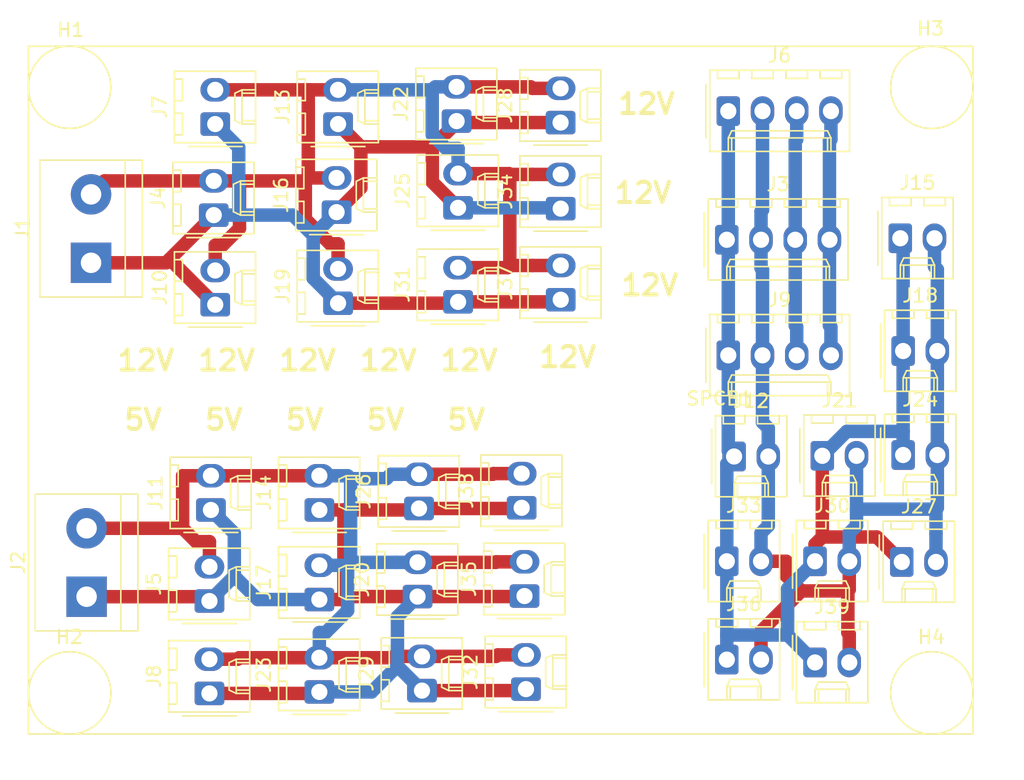
<source format=kicad_pcb>
(kicad_pcb (version 20171130) (host pcbnew "(5.1.5-0-10_14)")

  (general
    (thickness 1.6)
    (drawings 14)
    (tracks 206)
    (zones 0)
    (modules 44)
    (nets 9)
  )

  (page A4)
  (layers
    (0 F.Cu signal)
    (31 B.Cu signal)
    (32 B.Adhes user)
    (33 F.Adhes user)
    (34 B.Paste user)
    (35 F.Paste user)
    (36 B.SilkS user)
    (37 F.SilkS user)
    (38 B.Mask user)
    (39 F.Mask user)
    (40 Dwgs.User user)
    (41 Cmts.User user)
    (42 Eco1.User user)
    (43 Eco2.User user)
    (44 Edge.Cuts user)
    (45 Margin user)
    (46 B.CrtYd user)
    (47 F.CrtYd user)
    (48 B.Fab user)
    (49 F.Fab user)
  )

  (setup
    (last_trace_width 1)
    (user_trace_width 1)
    (trace_clearance 0.2)
    (zone_clearance 0.508)
    (zone_45_only no)
    (trace_min 0.2)
    (via_size 0.8)
    (via_drill 0.4)
    (via_min_size 0.4)
    (via_min_drill 0.3)
    (uvia_size 0.3)
    (uvia_drill 0.1)
    (uvias_allowed no)
    (uvia_min_size 0.2)
    (uvia_min_drill 0.1)
    (edge_width 0.05)
    (segment_width 0.2)
    (pcb_text_width 0.3)
    (pcb_text_size 1.5 1.5)
    (mod_edge_width 0.12)
    (mod_text_size 1 1)
    (mod_text_width 0.15)
    (pad_size 1.524 1.524)
    (pad_drill 0.762)
    (pad_to_mask_clearance 0.051)
    (solder_mask_min_width 0.25)
    (aux_axis_origin 0 0)
    (visible_elements FFFFFF7F)
    (pcbplotparams
      (layerselection 0x010fc_ffffffff)
      (usegerberextensions false)
      (usegerberattributes false)
      (usegerberadvancedattributes false)
      (creategerberjobfile false)
      (excludeedgelayer true)
      (linewidth 0.100000)
      (plotframeref false)
      (viasonmask false)
      (mode 1)
      (useauxorigin false)
      (hpglpennumber 1)
      (hpglpenspeed 20)
      (hpglpendiameter 15.000000)
      (psnegative false)
      (psa4output false)
      (plotreference true)
      (plotvalue true)
      (plotinvisibletext false)
      (padsonsilk false)
      (subtractmaskfromsilk false)
      (outputformat 1)
      (mirror false)
      (drillshape 1)
      (scaleselection 1)
      (outputdirectory ""))
  )

  (net 0 "")
  (net 1 /12VGND)
  (net 2 /+12V)
  (net 3 /5VGND)
  (net 4 /+5V)
  (net 5 /WhiteGND)
  (net 6 /White+12V)
  (net 7 /GreenGND)
  (net 8 /Green12V+)

  (net_class Default "This is the default net class."
    (clearance 0.2)
    (trace_width 1)
    (via_dia 0.8)
    (via_drill 0.4)
    (uvia_dia 0.3)
    (uvia_drill 0.1)
    (add_net /+12V)
    (add_net /+5V)
    (add_net /12VGND)
    (add_net /5VGND)
    (add_net /Green12V+)
    (add_net /GreenGND)
    (add_net /White+12V)
    (add_net /WhiteGND)
  )

  (module PT_Library_v001:Molex_1x02_P2.54mm_Vertical (layer F.Cu) (tedit 5B78013E) (tstamp 5EEDB517)
    (at 159.84 101.41)
    (descr "Molex KK-254 Interconnect System, old/engineering part number: AE-6410-02A example for new part number: 22-27-2021, 2 Pins (http://www.molex.com/pdm_docs/sd/022272021_sd.pdf), generated with kicad-footprint-generator")
    (tags "connector Molex KK-254 side entry")
    (path /5EF1B8AB)
    (fp_text reference J39 (at 1.27 -4.12) (layer F.SilkS)
      (effects (font (size 1 1) (thickness 0.15)))
    )
    (fp_text value Conn_01x02_Female (at 1.27 4.08) (layer F.Fab)
      (effects (font (size 1 1) (thickness 0.15)))
    )
    (fp_text user %R (at 1.27 -2.22) (layer F.Fab)
      (effects (font (size 1 1) (thickness 0.15)))
    )
    (fp_line (start 4.31 -3.42) (end -1.77 -3.42) (layer F.CrtYd) (width 0.05))
    (fp_line (start 4.31 3.38) (end 4.31 -3.42) (layer F.CrtYd) (width 0.05))
    (fp_line (start -1.77 3.38) (end 4.31 3.38) (layer F.CrtYd) (width 0.05))
    (fp_line (start -1.77 -3.42) (end -1.77 3.38) (layer F.CrtYd) (width 0.05))
    (fp_line (start 3.34 -2.43) (end 3.34 -3.03) (layer F.SilkS) (width 0.12))
    (fp_line (start 1.74 -2.43) (end 3.34 -2.43) (layer F.SilkS) (width 0.12))
    (fp_line (start 1.74 -3.03) (end 1.74 -2.43) (layer F.SilkS) (width 0.12))
    (fp_line (start 0.8 -2.43) (end 0.8 -3.03) (layer F.SilkS) (width 0.12))
    (fp_line (start -0.8 -2.43) (end 0.8 -2.43) (layer F.SilkS) (width 0.12))
    (fp_line (start -0.8 -3.03) (end -0.8 -2.43) (layer F.SilkS) (width 0.12))
    (fp_line (start 2.29 2.99) (end 2.29 1.99) (layer F.SilkS) (width 0.12))
    (fp_line (start 0.25 2.99) (end 0.25 1.99) (layer F.SilkS) (width 0.12))
    (fp_line (start 2.29 1.46) (end 2.54 1.99) (layer F.SilkS) (width 0.12))
    (fp_line (start 0.25 1.46) (end 2.29 1.46) (layer F.SilkS) (width 0.12))
    (fp_line (start 0 1.99) (end 0.25 1.46) (layer F.SilkS) (width 0.12))
    (fp_line (start 2.54 1.99) (end 2.54 2.99) (layer F.SilkS) (width 0.12))
    (fp_line (start 0 1.99) (end 2.54 1.99) (layer F.SilkS) (width 0.12))
    (fp_line (start 0 2.99) (end 0 1.99) (layer F.SilkS) (width 0.12))
    (fp_line (start -0.562893 0) (end -1.27 0.5) (layer F.Fab) (width 0.1))
    (fp_line (start -1.27 -0.5) (end -0.562893 0) (layer F.Fab) (width 0.1))
    (fp_line (start -1.67 -2) (end -1.67 2) (layer F.SilkS) (width 0.12))
    (fp_line (start 3.92 -3.03) (end -1.38 -3.03) (layer F.SilkS) (width 0.12))
    (fp_line (start 3.92 2.99) (end 3.92 -3.03) (layer F.SilkS) (width 0.12))
    (fp_line (start -1.38 2.99) (end 3.92 2.99) (layer F.SilkS) (width 0.12))
    (fp_line (start -1.38 -3.03) (end -1.38 2.99) (layer F.SilkS) (width 0.12))
    (fp_line (start 3.81 -2.92) (end -1.27 -2.92) (layer F.Fab) (width 0.1))
    (fp_line (start 3.81 2.88) (end 3.81 -2.92) (layer F.Fab) (width 0.1))
    (fp_line (start -1.27 2.88) (end 3.81 2.88) (layer F.Fab) (width 0.1))
    (fp_line (start -1.27 -2.92) (end -1.27 2.88) (layer F.Fab) (width 0.1))
    (pad 2 thru_hole oval (at 2.54 0) (size 1.74 2.2) (drill 1.2) (layers *.Cu *.Mask)
      (net 7 /GreenGND))
    (pad 1 thru_hole roundrect (at 0 0) (size 1.74 2.2) (drill 1.2) (layers *.Cu *.Mask) (roundrect_rratio 0.143678)
      (net 8 /Green12V+))
    (model ${KISYS3DMOD}/Connector_Molex.3dshapes/Molex_KK-254_AE-6410-02A_1x02_P2.54mm_Vertical.wrl
      (at (xyz 0 0 0))
      (scale (xyz 1 1 1))
      (rotate (xyz 0 0 0))
    )
  )

  (module PT_Library_v001:Molex_1x02_P2.54mm_Vertical (layer F.Cu) (tedit 5B78013E) (tstamp 5EEDB4F3)
    (at 138.06 89.93 90)
    (descr "Molex KK-254 Interconnect System, old/engineering part number: AE-6410-02A example for new part number: 22-27-2021, 2 Pins (http://www.molex.com/pdm_docs/sd/022272021_sd.pdf), generated with kicad-footprint-generator")
    (tags "connector Molex KK-254 side entry")
    (path /5EF1B89D)
    (fp_text reference J38 (at 1.27 -4.12 90) (layer F.SilkS)
      (effects (font (size 1 1) (thickness 0.15)))
    )
    (fp_text value Conn_01x02_Female (at 1.27 4.08 90) (layer F.Fab)
      (effects (font (size 1 1) (thickness 0.15)))
    )
    (fp_text user %R (at 1.27 -2.22 90) (layer F.Fab)
      (effects (font (size 1 1) (thickness 0.15)))
    )
    (fp_line (start 4.31 -3.42) (end -1.77 -3.42) (layer F.CrtYd) (width 0.05))
    (fp_line (start 4.31 3.38) (end 4.31 -3.42) (layer F.CrtYd) (width 0.05))
    (fp_line (start -1.77 3.38) (end 4.31 3.38) (layer F.CrtYd) (width 0.05))
    (fp_line (start -1.77 -3.42) (end -1.77 3.38) (layer F.CrtYd) (width 0.05))
    (fp_line (start 3.34 -2.43) (end 3.34 -3.03) (layer F.SilkS) (width 0.12))
    (fp_line (start 1.74 -2.43) (end 3.34 -2.43) (layer F.SilkS) (width 0.12))
    (fp_line (start 1.74 -3.03) (end 1.74 -2.43) (layer F.SilkS) (width 0.12))
    (fp_line (start 0.8 -2.43) (end 0.8 -3.03) (layer F.SilkS) (width 0.12))
    (fp_line (start -0.8 -2.43) (end 0.8 -2.43) (layer F.SilkS) (width 0.12))
    (fp_line (start -0.8 -3.03) (end -0.8 -2.43) (layer F.SilkS) (width 0.12))
    (fp_line (start 2.29 2.99) (end 2.29 1.99) (layer F.SilkS) (width 0.12))
    (fp_line (start 0.25 2.99) (end 0.25 1.99) (layer F.SilkS) (width 0.12))
    (fp_line (start 2.29 1.46) (end 2.54 1.99) (layer F.SilkS) (width 0.12))
    (fp_line (start 0.25 1.46) (end 2.29 1.46) (layer F.SilkS) (width 0.12))
    (fp_line (start 0 1.99) (end 0.25 1.46) (layer F.SilkS) (width 0.12))
    (fp_line (start 2.54 1.99) (end 2.54 2.99) (layer F.SilkS) (width 0.12))
    (fp_line (start 0 1.99) (end 2.54 1.99) (layer F.SilkS) (width 0.12))
    (fp_line (start 0 2.99) (end 0 1.99) (layer F.SilkS) (width 0.12))
    (fp_line (start -0.562893 0) (end -1.27 0.5) (layer F.Fab) (width 0.1))
    (fp_line (start -1.27 -0.5) (end -0.562893 0) (layer F.Fab) (width 0.1))
    (fp_line (start -1.67 -2) (end -1.67 2) (layer F.SilkS) (width 0.12))
    (fp_line (start 3.92 -3.03) (end -1.38 -3.03) (layer F.SilkS) (width 0.12))
    (fp_line (start 3.92 2.99) (end 3.92 -3.03) (layer F.SilkS) (width 0.12))
    (fp_line (start -1.38 2.99) (end 3.92 2.99) (layer F.SilkS) (width 0.12))
    (fp_line (start -1.38 -3.03) (end -1.38 2.99) (layer F.SilkS) (width 0.12))
    (fp_line (start 3.81 -2.92) (end -1.27 -2.92) (layer F.Fab) (width 0.1))
    (fp_line (start 3.81 2.88) (end 3.81 -2.92) (layer F.Fab) (width 0.1))
    (fp_line (start -1.27 2.88) (end 3.81 2.88) (layer F.Fab) (width 0.1))
    (fp_line (start -1.27 -2.92) (end -1.27 2.88) (layer F.Fab) (width 0.1))
    (pad 2 thru_hole oval (at 2.54 0 90) (size 1.74 2.2) (drill 1.2) (layers *.Cu *.Mask)
      (net 3 /5VGND))
    (pad 1 thru_hole roundrect (at 0 0 90) (size 1.74 2.2) (drill 1.2) (layers *.Cu *.Mask) (roundrect_rratio 0.143678)
      (net 4 /+5V))
    (model ${KISYS3DMOD}/Connector_Molex.3dshapes/Molex_KK-254_AE-6410-02A_1x02_P2.54mm_Vertical.wrl
      (at (xyz 0 0 0))
      (scale (xyz 1 1 1))
      (rotate (xyz 0 0 0))
    )
  )

  (module PT_Library_v001:Molex_1x02_P2.54mm_Vertical (layer F.Cu) (tedit 5B78013E) (tstamp 5EEDB4CF)
    (at 140.96 74.48 90)
    (descr "Molex KK-254 Interconnect System, old/engineering part number: AE-6410-02A example for new part number: 22-27-2021, 2 Pins (http://www.molex.com/pdm_docs/sd/022272021_sd.pdf), generated with kicad-footprint-generator")
    (tags "connector Molex KK-254 side entry")
    (path /5EF1B893)
    (fp_text reference J37 (at 1.27 -4.12 90) (layer F.SilkS)
      (effects (font (size 1 1) (thickness 0.15)))
    )
    (fp_text value Conn_01x02_Female (at 1.27 4.08 90) (layer F.Fab)
      (effects (font (size 1 1) (thickness 0.15)))
    )
    (fp_text user %R (at 1.27 -2.22 90) (layer F.Fab)
      (effects (font (size 1 1) (thickness 0.15)))
    )
    (fp_line (start 4.31 -3.42) (end -1.77 -3.42) (layer F.CrtYd) (width 0.05))
    (fp_line (start 4.31 3.38) (end 4.31 -3.42) (layer F.CrtYd) (width 0.05))
    (fp_line (start -1.77 3.38) (end 4.31 3.38) (layer F.CrtYd) (width 0.05))
    (fp_line (start -1.77 -3.42) (end -1.77 3.38) (layer F.CrtYd) (width 0.05))
    (fp_line (start 3.34 -2.43) (end 3.34 -3.03) (layer F.SilkS) (width 0.12))
    (fp_line (start 1.74 -2.43) (end 3.34 -2.43) (layer F.SilkS) (width 0.12))
    (fp_line (start 1.74 -3.03) (end 1.74 -2.43) (layer F.SilkS) (width 0.12))
    (fp_line (start 0.8 -2.43) (end 0.8 -3.03) (layer F.SilkS) (width 0.12))
    (fp_line (start -0.8 -2.43) (end 0.8 -2.43) (layer F.SilkS) (width 0.12))
    (fp_line (start -0.8 -3.03) (end -0.8 -2.43) (layer F.SilkS) (width 0.12))
    (fp_line (start 2.29 2.99) (end 2.29 1.99) (layer F.SilkS) (width 0.12))
    (fp_line (start 0.25 2.99) (end 0.25 1.99) (layer F.SilkS) (width 0.12))
    (fp_line (start 2.29 1.46) (end 2.54 1.99) (layer F.SilkS) (width 0.12))
    (fp_line (start 0.25 1.46) (end 2.29 1.46) (layer F.SilkS) (width 0.12))
    (fp_line (start 0 1.99) (end 0.25 1.46) (layer F.SilkS) (width 0.12))
    (fp_line (start 2.54 1.99) (end 2.54 2.99) (layer F.SilkS) (width 0.12))
    (fp_line (start 0 1.99) (end 2.54 1.99) (layer F.SilkS) (width 0.12))
    (fp_line (start 0 2.99) (end 0 1.99) (layer F.SilkS) (width 0.12))
    (fp_line (start -0.562893 0) (end -1.27 0.5) (layer F.Fab) (width 0.1))
    (fp_line (start -1.27 -0.5) (end -0.562893 0) (layer F.Fab) (width 0.1))
    (fp_line (start -1.67 -2) (end -1.67 2) (layer F.SilkS) (width 0.12))
    (fp_line (start 3.92 -3.03) (end -1.38 -3.03) (layer F.SilkS) (width 0.12))
    (fp_line (start 3.92 2.99) (end 3.92 -3.03) (layer F.SilkS) (width 0.12))
    (fp_line (start -1.38 2.99) (end 3.92 2.99) (layer F.SilkS) (width 0.12))
    (fp_line (start -1.38 -3.03) (end -1.38 2.99) (layer F.SilkS) (width 0.12))
    (fp_line (start 3.81 -2.92) (end -1.27 -2.92) (layer F.Fab) (width 0.1))
    (fp_line (start 3.81 2.88) (end 3.81 -2.92) (layer F.Fab) (width 0.1))
    (fp_line (start -1.27 2.88) (end 3.81 2.88) (layer F.Fab) (width 0.1))
    (fp_line (start -1.27 -2.92) (end -1.27 2.88) (layer F.Fab) (width 0.1))
    (pad 2 thru_hole oval (at 2.54 0 90) (size 1.74 2.2) (drill 1.2) (layers *.Cu *.Mask)
      (net 1 /12VGND))
    (pad 1 thru_hole roundrect (at 0 0 90) (size 1.74 2.2) (drill 1.2) (layers *.Cu *.Mask) (roundrect_rratio 0.143678)
      (net 2 /+12V))
    (model ${KISYS3DMOD}/Connector_Molex.3dshapes/Molex_KK-254_AE-6410-02A_1x02_P2.54mm_Vertical.wrl
      (at (xyz 0 0 0))
      (scale (xyz 1 1 1))
      (rotate (xyz 0 0 0))
    )
  )

  (module PT_Library_v001:Molex_1x02_P2.54mm_Vertical (layer F.Cu) (tedit 5B78013E) (tstamp 5EEDB4AB)
    (at 153.29 101.2)
    (descr "Molex KK-254 Interconnect System, old/engineering part number: AE-6410-02A example for new part number: 22-27-2021, 2 Pins (http://www.molex.com/pdm_docs/sd/022272021_sd.pdf), generated with kicad-footprint-generator")
    (tags "connector Molex KK-254 side entry")
    (path /5EF1B8CF)
    (fp_text reference J36 (at 1.27 -4.12) (layer F.SilkS)
      (effects (font (size 1 1) (thickness 0.15)))
    )
    (fp_text value Conn_01x02_Female (at 1.27 4.08) (layer F.Fab)
      (effects (font (size 1 1) (thickness 0.15)))
    )
    (fp_text user %R (at 1.27 -2.22) (layer F.Fab)
      (effects (font (size 1 1) (thickness 0.15)))
    )
    (fp_line (start 4.31 -3.42) (end -1.77 -3.42) (layer F.CrtYd) (width 0.05))
    (fp_line (start 4.31 3.38) (end 4.31 -3.42) (layer F.CrtYd) (width 0.05))
    (fp_line (start -1.77 3.38) (end 4.31 3.38) (layer F.CrtYd) (width 0.05))
    (fp_line (start -1.77 -3.42) (end -1.77 3.38) (layer F.CrtYd) (width 0.05))
    (fp_line (start 3.34 -2.43) (end 3.34 -3.03) (layer F.SilkS) (width 0.12))
    (fp_line (start 1.74 -2.43) (end 3.34 -2.43) (layer F.SilkS) (width 0.12))
    (fp_line (start 1.74 -3.03) (end 1.74 -2.43) (layer F.SilkS) (width 0.12))
    (fp_line (start 0.8 -2.43) (end 0.8 -3.03) (layer F.SilkS) (width 0.12))
    (fp_line (start -0.8 -2.43) (end 0.8 -2.43) (layer F.SilkS) (width 0.12))
    (fp_line (start -0.8 -3.03) (end -0.8 -2.43) (layer F.SilkS) (width 0.12))
    (fp_line (start 2.29 2.99) (end 2.29 1.99) (layer F.SilkS) (width 0.12))
    (fp_line (start 0.25 2.99) (end 0.25 1.99) (layer F.SilkS) (width 0.12))
    (fp_line (start 2.29 1.46) (end 2.54 1.99) (layer F.SilkS) (width 0.12))
    (fp_line (start 0.25 1.46) (end 2.29 1.46) (layer F.SilkS) (width 0.12))
    (fp_line (start 0 1.99) (end 0.25 1.46) (layer F.SilkS) (width 0.12))
    (fp_line (start 2.54 1.99) (end 2.54 2.99) (layer F.SilkS) (width 0.12))
    (fp_line (start 0 1.99) (end 2.54 1.99) (layer F.SilkS) (width 0.12))
    (fp_line (start 0 2.99) (end 0 1.99) (layer F.SilkS) (width 0.12))
    (fp_line (start -0.562893 0) (end -1.27 0.5) (layer F.Fab) (width 0.1))
    (fp_line (start -1.27 -0.5) (end -0.562893 0) (layer F.Fab) (width 0.1))
    (fp_line (start -1.67 -2) (end -1.67 2) (layer F.SilkS) (width 0.12))
    (fp_line (start 3.92 -3.03) (end -1.38 -3.03) (layer F.SilkS) (width 0.12))
    (fp_line (start 3.92 2.99) (end 3.92 -3.03) (layer F.SilkS) (width 0.12))
    (fp_line (start -1.38 2.99) (end 3.92 2.99) (layer F.SilkS) (width 0.12))
    (fp_line (start -1.38 -3.03) (end -1.38 2.99) (layer F.SilkS) (width 0.12))
    (fp_line (start 3.81 -2.92) (end -1.27 -2.92) (layer F.Fab) (width 0.1))
    (fp_line (start 3.81 2.88) (end 3.81 -2.92) (layer F.Fab) (width 0.1))
    (fp_line (start -1.27 2.88) (end 3.81 2.88) (layer F.Fab) (width 0.1))
    (fp_line (start -1.27 -2.92) (end -1.27 2.88) (layer F.Fab) (width 0.1))
    (pad 2 thru_hole oval (at 2.54 0) (size 1.74 2.2) (drill 1.2) (layers *.Cu *.Mask)
      (net 7 /GreenGND))
    (pad 1 thru_hole roundrect (at 0 0) (size 1.74 2.2) (drill 1.2) (layers *.Cu *.Mask) (roundrect_rratio 0.143678)
      (net 8 /Green12V+))
    (model ${KISYS3DMOD}/Connector_Molex.3dshapes/Molex_KK-254_AE-6410-02A_1x02_P2.54mm_Vertical.wrl
      (at (xyz 0 0 0))
      (scale (xyz 1 1 1))
      (rotate (xyz 0 0 0))
    )
  )

  (module PT_Library_v001:Molex_1x02_P2.54mm_Vertical (layer F.Cu) (tedit 5B78013E) (tstamp 5EEDB487)
    (at 138.27 96.48 90)
    (descr "Molex KK-254 Interconnect System, old/engineering part number: AE-6410-02A example for new part number: 22-27-2021, 2 Pins (http://www.molex.com/pdm_docs/sd/022272021_sd.pdf), generated with kicad-footprint-generator")
    (tags "connector Molex KK-254 side entry")
    (path /5EF1B8C1)
    (fp_text reference J35 (at 1.27 -4.12 90) (layer F.SilkS)
      (effects (font (size 1 1) (thickness 0.15)))
    )
    (fp_text value Conn_01x02_Female (at 1.27 4.08 90) (layer F.Fab)
      (effects (font (size 1 1) (thickness 0.15)))
    )
    (fp_text user %R (at 1.27 -2.22 90) (layer F.Fab)
      (effects (font (size 1 1) (thickness 0.15)))
    )
    (fp_line (start 4.31 -3.42) (end -1.77 -3.42) (layer F.CrtYd) (width 0.05))
    (fp_line (start 4.31 3.38) (end 4.31 -3.42) (layer F.CrtYd) (width 0.05))
    (fp_line (start -1.77 3.38) (end 4.31 3.38) (layer F.CrtYd) (width 0.05))
    (fp_line (start -1.77 -3.42) (end -1.77 3.38) (layer F.CrtYd) (width 0.05))
    (fp_line (start 3.34 -2.43) (end 3.34 -3.03) (layer F.SilkS) (width 0.12))
    (fp_line (start 1.74 -2.43) (end 3.34 -2.43) (layer F.SilkS) (width 0.12))
    (fp_line (start 1.74 -3.03) (end 1.74 -2.43) (layer F.SilkS) (width 0.12))
    (fp_line (start 0.8 -2.43) (end 0.8 -3.03) (layer F.SilkS) (width 0.12))
    (fp_line (start -0.8 -2.43) (end 0.8 -2.43) (layer F.SilkS) (width 0.12))
    (fp_line (start -0.8 -3.03) (end -0.8 -2.43) (layer F.SilkS) (width 0.12))
    (fp_line (start 2.29 2.99) (end 2.29 1.99) (layer F.SilkS) (width 0.12))
    (fp_line (start 0.25 2.99) (end 0.25 1.99) (layer F.SilkS) (width 0.12))
    (fp_line (start 2.29 1.46) (end 2.54 1.99) (layer F.SilkS) (width 0.12))
    (fp_line (start 0.25 1.46) (end 2.29 1.46) (layer F.SilkS) (width 0.12))
    (fp_line (start 0 1.99) (end 0.25 1.46) (layer F.SilkS) (width 0.12))
    (fp_line (start 2.54 1.99) (end 2.54 2.99) (layer F.SilkS) (width 0.12))
    (fp_line (start 0 1.99) (end 2.54 1.99) (layer F.SilkS) (width 0.12))
    (fp_line (start 0 2.99) (end 0 1.99) (layer F.SilkS) (width 0.12))
    (fp_line (start -0.562893 0) (end -1.27 0.5) (layer F.Fab) (width 0.1))
    (fp_line (start -1.27 -0.5) (end -0.562893 0) (layer F.Fab) (width 0.1))
    (fp_line (start -1.67 -2) (end -1.67 2) (layer F.SilkS) (width 0.12))
    (fp_line (start 3.92 -3.03) (end -1.38 -3.03) (layer F.SilkS) (width 0.12))
    (fp_line (start 3.92 2.99) (end 3.92 -3.03) (layer F.SilkS) (width 0.12))
    (fp_line (start -1.38 2.99) (end 3.92 2.99) (layer F.SilkS) (width 0.12))
    (fp_line (start -1.38 -3.03) (end -1.38 2.99) (layer F.SilkS) (width 0.12))
    (fp_line (start 3.81 -2.92) (end -1.27 -2.92) (layer F.Fab) (width 0.1))
    (fp_line (start 3.81 2.88) (end 3.81 -2.92) (layer F.Fab) (width 0.1))
    (fp_line (start -1.27 2.88) (end 3.81 2.88) (layer F.Fab) (width 0.1))
    (fp_line (start -1.27 -2.92) (end -1.27 2.88) (layer F.Fab) (width 0.1))
    (pad 2 thru_hole oval (at 2.54 0 90) (size 1.74 2.2) (drill 1.2) (layers *.Cu *.Mask)
      (net 3 /5VGND))
    (pad 1 thru_hole roundrect (at 0 0 90) (size 1.74 2.2) (drill 1.2) (layers *.Cu *.Mask) (roundrect_rratio 0.143678)
      (net 4 /+5V))
    (model ${KISYS3DMOD}/Connector_Molex.3dshapes/Molex_KK-254_AE-6410-02A_1x02_P2.54mm_Vertical.wrl
      (at (xyz 0 0 0))
      (scale (xyz 1 1 1))
      (rotate (xyz 0 0 0))
    )
  )

  (module PT_Library_v001:Molex_1x02_P2.54mm_Vertical (layer F.Cu) (tedit 5B78013E) (tstamp 5EEDB463)
    (at 140.96 67.72 90)
    (descr "Molex KK-254 Interconnect System, old/engineering part number: AE-6410-02A example for new part number: 22-27-2021, 2 Pins (http://www.molex.com/pdm_docs/sd/022272021_sd.pdf), generated with kicad-footprint-generator")
    (tags "connector Molex KK-254 side entry")
    (path /5EF1B8B7)
    (fp_text reference J34 (at 1.27 -4.12 90) (layer F.SilkS)
      (effects (font (size 1 1) (thickness 0.15)))
    )
    (fp_text value Conn_01x02_Female (at 1.27 4.08 90) (layer F.Fab)
      (effects (font (size 1 1) (thickness 0.15)))
    )
    (fp_text user %R (at 1.27 -2.22 90) (layer F.Fab)
      (effects (font (size 1 1) (thickness 0.15)))
    )
    (fp_line (start 4.31 -3.42) (end -1.77 -3.42) (layer F.CrtYd) (width 0.05))
    (fp_line (start 4.31 3.38) (end 4.31 -3.42) (layer F.CrtYd) (width 0.05))
    (fp_line (start -1.77 3.38) (end 4.31 3.38) (layer F.CrtYd) (width 0.05))
    (fp_line (start -1.77 -3.42) (end -1.77 3.38) (layer F.CrtYd) (width 0.05))
    (fp_line (start 3.34 -2.43) (end 3.34 -3.03) (layer F.SilkS) (width 0.12))
    (fp_line (start 1.74 -2.43) (end 3.34 -2.43) (layer F.SilkS) (width 0.12))
    (fp_line (start 1.74 -3.03) (end 1.74 -2.43) (layer F.SilkS) (width 0.12))
    (fp_line (start 0.8 -2.43) (end 0.8 -3.03) (layer F.SilkS) (width 0.12))
    (fp_line (start -0.8 -2.43) (end 0.8 -2.43) (layer F.SilkS) (width 0.12))
    (fp_line (start -0.8 -3.03) (end -0.8 -2.43) (layer F.SilkS) (width 0.12))
    (fp_line (start 2.29 2.99) (end 2.29 1.99) (layer F.SilkS) (width 0.12))
    (fp_line (start 0.25 2.99) (end 0.25 1.99) (layer F.SilkS) (width 0.12))
    (fp_line (start 2.29 1.46) (end 2.54 1.99) (layer F.SilkS) (width 0.12))
    (fp_line (start 0.25 1.46) (end 2.29 1.46) (layer F.SilkS) (width 0.12))
    (fp_line (start 0 1.99) (end 0.25 1.46) (layer F.SilkS) (width 0.12))
    (fp_line (start 2.54 1.99) (end 2.54 2.99) (layer F.SilkS) (width 0.12))
    (fp_line (start 0 1.99) (end 2.54 1.99) (layer F.SilkS) (width 0.12))
    (fp_line (start 0 2.99) (end 0 1.99) (layer F.SilkS) (width 0.12))
    (fp_line (start -0.562893 0) (end -1.27 0.5) (layer F.Fab) (width 0.1))
    (fp_line (start -1.27 -0.5) (end -0.562893 0) (layer F.Fab) (width 0.1))
    (fp_line (start -1.67 -2) (end -1.67 2) (layer F.SilkS) (width 0.12))
    (fp_line (start 3.92 -3.03) (end -1.38 -3.03) (layer F.SilkS) (width 0.12))
    (fp_line (start 3.92 2.99) (end 3.92 -3.03) (layer F.SilkS) (width 0.12))
    (fp_line (start -1.38 2.99) (end 3.92 2.99) (layer F.SilkS) (width 0.12))
    (fp_line (start -1.38 -3.03) (end -1.38 2.99) (layer F.SilkS) (width 0.12))
    (fp_line (start 3.81 -2.92) (end -1.27 -2.92) (layer F.Fab) (width 0.1))
    (fp_line (start 3.81 2.88) (end 3.81 -2.92) (layer F.Fab) (width 0.1))
    (fp_line (start -1.27 2.88) (end 3.81 2.88) (layer F.Fab) (width 0.1))
    (fp_line (start -1.27 -2.92) (end -1.27 2.88) (layer F.Fab) (width 0.1))
    (pad 2 thru_hole oval (at 2.54 0 90) (size 1.74 2.2) (drill 1.2) (layers *.Cu *.Mask)
      (net 1 /12VGND))
    (pad 1 thru_hole roundrect (at 0 0 90) (size 1.74 2.2) (drill 1.2) (layers *.Cu *.Mask) (roundrect_rratio 0.143678)
      (net 2 /+12V))
    (model ${KISYS3DMOD}/Connector_Molex.3dshapes/Molex_KK-254_AE-6410-02A_1x02_P2.54mm_Vertical.wrl
      (at (xyz 0 0 0))
      (scale (xyz 1 1 1))
      (rotate (xyz 0 0 0))
    )
  )

  (module PT_Library_v001:Molex_1x02_P2.54mm_Vertical (layer F.Cu) (tedit 5B78013E) (tstamp 5EED86F8)
    (at 153.29 93.9)
    (descr "Molex KK-254 Interconnect System, old/engineering part number: AE-6410-02A example for new part number: 22-27-2021, 2 Pins (http://www.molex.com/pdm_docs/sd/022272021_sd.pdf), generated with kicad-footprint-generator")
    (tags "connector Molex KK-254 side entry")
    (path /5EEF46D1)
    (fp_text reference J33 (at 1.27 -4.12) (layer F.SilkS)
      (effects (font (size 1 1) (thickness 0.15)))
    )
    (fp_text value Conn_01x02_Female (at 1.27 4.08) (layer F.Fab)
      (effects (font (size 1 1) (thickness 0.15)))
    )
    (fp_text user %R (at 1.27 -2.22) (layer F.Fab)
      (effects (font (size 1 1) (thickness 0.15)))
    )
    (fp_line (start 4.31 -3.42) (end -1.77 -3.42) (layer F.CrtYd) (width 0.05))
    (fp_line (start 4.31 3.38) (end 4.31 -3.42) (layer F.CrtYd) (width 0.05))
    (fp_line (start -1.77 3.38) (end 4.31 3.38) (layer F.CrtYd) (width 0.05))
    (fp_line (start -1.77 -3.42) (end -1.77 3.38) (layer F.CrtYd) (width 0.05))
    (fp_line (start 3.34 -2.43) (end 3.34 -3.03) (layer F.SilkS) (width 0.12))
    (fp_line (start 1.74 -2.43) (end 3.34 -2.43) (layer F.SilkS) (width 0.12))
    (fp_line (start 1.74 -3.03) (end 1.74 -2.43) (layer F.SilkS) (width 0.12))
    (fp_line (start 0.8 -2.43) (end 0.8 -3.03) (layer F.SilkS) (width 0.12))
    (fp_line (start -0.8 -2.43) (end 0.8 -2.43) (layer F.SilkS) (width 0.12))
    (fp_line (start -0.8 -3.03) (end -0.8 -2.43) (layer F.SilkS) (width 0.12))
    (fp_line (start 2.29 2.99) (end 2.29 1.99) (layer F.SilkS) (width 0.12))
    (fp_line (start 0.25 2.99) (end 0.25 1.99) (layer F.SilkS) (width 0.12))
    (fp_line (start 2.29 1.46) (end 2.54 1.99) (layer F.SilkS) (width 0.12))
    (fp_line (start 0.25 1.46) (end 2.29 1.46) (layer F.SilkS) (width 0.12))
    (fp_line (start 0 1.99) (end 0.25 1.46) (layer F.SilkS) (width 0.12))
    (fp_line (start 2.54 1.99) (end 2.54 2.99) (layer F.SilkS) (width 0.12))
    (fp_line (start 0 1.99) (end 2.54 1.99) (layer F.SilkS) (width 0.12))
    (fp_line (start 0 2.99) (end 0 1.99) (layer F.SilkS) (width 0.12))
    (fp_line (start -0.562893 0) (end -1.27 0.5) (layer F.Fab) (width 0.1))
    (fp_line (start -1.27 -0.5) (end -0.562893 0) (layer F.Fab) (width 0.1))
    (fp_line (start -1.67 -2) (end -1.67 2) (layer F.SilkS) (width 0.12))
    (fp_line (start 3.92 -3.03) (end -1.38 -3.03) (layer F.SilkS) (width 0.12))
    (fp_line (start 3.92 2.99) (end 3.92 -3.03) (layer F.SilkS) (width 0.12))
    (fp_line (start -1.38 2.99) (end 3.92 2.99) (layer F.SilkS) (width 0.12))
    (fp_line (start -1.38 -3.03) (end -1.38 2.99) (layer F.SilkS) (width 0.12))
    (fp_line (start 3.81 -2.92) (end -1.27 -2.92) (layer F.Fab) (width 0.1))
    (fp_line (start 3.81 2.88) (end 3.81 -2.92) (layer F.Fab) (width 0.1))
    (fp_line (start -1.27 2.88) (end 3.81 2.88) (layer F.Fab) (width 0.1))
    (fp_line (start -1.27 -2.92) (end -1.27 2.88) (layer F.Fab) (width 0.1))
    (pad 2 thru_hole oval (at 2.54 0) (size 1.74 2.2) (drill 1.2) (layers *.Cu *.Mask)
      (net 7 /GreenGND))
    (pad 1 thru_hole roundrect (at 0 0) (size 1.74 2.2) (drill 1.2) (layers *.Cu *.Mask) (roundrect_rratio 0.143678)
      (net 8 /Green12V+))
    (model ${KISYS3DMOD}/Connector_Molex.3dshapes/Molex_KK-254_AE-6410-02A_1x02_P2.54mm_Vertical.wrl
      (at (xyz 0 0 0))
      (scale (xyz 1 1 1))
      (rotate (xyz 0 0 0))
    )
  )

  (module PT_Library_v001:Molex_1x02_P2.54mm_Vertical (layer F.Cu) (tedit 5B78013E) (tstamp 5EED86D4)
    (at 138.38 103.39 90)
    (descr "Molex KK-254 Interconnect System, old/engineering part number: AE-6410-02A example for new part number: 22-27-2021, 2 Pins (http://www.molex.com/pdm_docs/sd/022272021_sd.pdf), generated with kicad-footprint-generator")
    (tags "connector Molex KK-254 side entry")
    (path /5EEF46C3)
    (fp_text reference J32 (at 1.27 -4.12 90) (layer F.SilkS)
      (effects (font (size 1 1) (thickness 0.15)))
    )
    (fp_text value Conn_01x02_Female (at 1.27 4.08 90) (layer F.Fab)
      (effects (font (size 1 1) (thickness 0.15)))
    )
    (fp_text user %R (at 1.27 -2.22 90) (layer F.Fab)
      (effects (font (size 1 1) (thickness 0.15)))
    )
    (fp_line (start 4.31 -3.42) (end -1.77 -3.42) (layer F.CrtYd) (width 0.05))
    (fp_line (start 4.31 3.38) (end 4.31 -3.42) (layer F.CrtYd) (width 0.05))
    (fp_line (start -1.77 3.38) (end 4.31 3.38) (layer F.CrtYd) (width 0.05))
    (fp_line (start -1.77 -3.42) (end -1.77 3.38) (layer F.CrtYd) (width 0.05))
    (fp_line (start 3.34 -2.43) (end 3.34 -3.03) (layer F.SilkS) (width 0.12))
    (fp_line (start 1.74 -2.43) (end 3.34 -2.43) (layer F.SilkS) (width 0.12))
    (fp_line (start 1.74 -3.03) (end 1.74 -2.43) (layer F.SilkS) (width 0.12))
    (fp_line (start 0.8 -2.43) (end 0.8 -3.03) (layer F.SilkS) (width 0.12))
    (fp_line (start -0.8 -2.43) (end 0.8 -2.43) (layer F.SilkS) (width 0.12))
    (fp_line (start -0.8 -3.03) (end -0.8 -2.43) (layer F.SilkS) (width 0.12))
    (fp_line (start 2.29 2.99) (end 2.29 1.99) (layer F.SilkS) (width 0.12))
    (fp_line (start 0.25 2.99) (end 0.25 1.99) (layer F.SilkS) (width 0.12))
    (fp_line (start 2.29 1.46) (end 2.54 1.99) (layer F.SilkS) (width 0.12))
    (fp_line (start 0.25 1.46) (end 2.29 1.46) (layer F.SilkS) (width 0.12))
    (fp_line (start 0 1.99) (end 0.25 1.46) (layer F.SilkS) (width 0.12))
    (fp_line (start 2.54 1.99) (end 2.54 2.99) (layer F.SilkS) (width 0.12))
    (fp_line (start 0 1.99) (end 2.54 1.99) (layer F.SilkS) (width 0.12))
    (fp_line (start 0 2.99) (end 0 1.99) (layer F.SilkS) (width 0.12))
    (fp_line (start -0.562893 0) (end -1.27 0.5) (layer F.Fab) (width 0.1))
    (fp_line (start -1.27 -0.5) (end -0.562893 0) (layer F.Fab) (width 0.1))
    (fp_line (start -1.67 -2) (end -1.67 2) (layer F.SilkS) (width 0.12))
    (fp_line (start 3.92 -3.03) (end -1.38 -3.03) (layer F.SilkS) (width 0.12))
    (fp_line (start 3.92 2.99) (end 3.92 -3.03) (layer F.SilkS) (width 0.12))
    (fp_line (start -1.38 2.99) (end 3.92 2.99) (layer F.SilkS) (width 0.12))
    (fp_line (start -1.38 -3.03) (end -1.38 2.99) (layer F.SilkS) (width 0.12))
    (fp_line (start 3.81 -2.92) (end -1.27 -2.92) (layer F.Fab) (width 0.1))
    (fp_line (start 3.81 2.88) (end 3.81 -2.92) (layer F.Fab) (width 0.1))
    (fp_line (start -1.27 2.88) (end 3.81 2.88) (layer F.Fab) (width 0.1))
    (fp_line (start -1.27 -2.92) (end -1.27 2.88) (layer F.Fab) (width 0.1))
    (pad 2 thru_hole oval (at 2.54 0 90) (size 1.74 2.2) (drill 1.2) (layers *.Cu *.Mask)
      (net 3 /5VGND))
    (pad 1 thru_hole roundrect (at 0 0 90) (size 1.74 2.2) (drill 1.2) (layers *.Cu *.Mask) (roundrect_rratio 0.143678)
      (net 4 /+5V))
    (model ${KISYS3DMOD}/Connector_Molex.3dshapes/Molex_KK-254_AE-6410-02A_1x02_P2.54mm_Vertical.wrl
      (at (xyz 0 0 0))
      (scale (xyz 1 1 1))
      (rotate (xyz 0 0 0))
    )
  )

  (module PT_Library_v001:Molex_1x02_P2.54mm_Vertical (layer F.Cu) (tedit 5B78013E) (tstamp 5EED86B0)
    (at 133.34 74.64 90)
    (descr "Molex KK-254 Interconnect System, old/engineering part number: AE-6410-02A example for new part number: 22-27-2021, 2 Pins (http://www.molex.com/pdm_docs/sd/022272021_sd.pdf), generated with kicad-footprint-generator")
    (tags "connector Molex KK-254 side entry")
    (path /5EEF46B9)
    (fp_text reference J31 (at 1.27 -4.12 90) (layer F.SilkS)
      (effects (font (size 1 1) (thickness 0.15)))
    )
    (fp_text value Conn_01x02_Female (at 1.27 4.08 90) (layer F.Fab)
      (effects (font (size 1 1) (thickness 0.15)))
    )
    (fp_text user %R (at 1.27 -2.22 90) (layer F.Fab)
      (effects (font (size 1 1) (thickness 0.15)))
    )
    (fp_line (start 4.31 -3.42) (end -1.77 -3.42) (layer F.CrtYd) (width 0.05))
    (fp_line (start 4.31 3.38) (end 4.31 -3.42) (layer F.CrtYd) (width 0.05))
    (fp_line (start -1.77 3.38) (end 4.31 3.38) (layer F.CrtYd) (width 0.05))
    (fp_line (start -1.77 -3.42) (end -1.77 3.38) (layer F.CrtYd) (width 0.05))
    (fp_line (start 3.34 -2.43) (end 3.34 -3.03) (layer F.SilkS) (width 0.12))
    (fp_line (start 1.74 -2.43) (end 3.34 -2.43) (layer F.SilkS) (width 0.12))
    (fp_line (start 1.74 -3.03) (end 1.74 -2.43) (layer F.SilkS) (width 0.12))
    (fp_line (start 0.8 -2.43) (end 0.8 -3.03) (layer F.SilkS) (width 0.12))
    (fp_line (start -0.8 -2.43) (end 0.8 -2.43) (layer F.SilkS) (width 0.12))
    (fp_line (start -0.8 -3.03) (end -0.8 -2.43) (layer F.SilkS) (width 0.12))
    (fp_line (start 2.29 2.99) (end 2.29 1.99) (layer F.SilkS) (width 0.12))
    (fp_line (start 0.25 2.99) (end 0.25 1.99) (layer F.SilkS) (width 0.12))
    (fp_line (start 2.29 1.46) (end 2.54 1.99) (layer F.SilkS) (width 0.12))
    (fp_line (start 0.25 1.46) (end 2.29 1.46) (layer F.SilkS) (width 0.12))
    (fp_line (start 0 1.99) (end 0.25 1.46) (layer F.SilkS) (width 0.12))
    (fp_line (start 2.54 1.99) (end 2.54 2.99) (layer F.SilkS) (width 0.12))
    (fp_line (start 0 1.99) (end 2.54 1.99) (layer F.SilkS) (width 0.12))
    (fp_line (start 0 2.99) (end 0 1.99) (layer F.SilkS) (width 0.12))
    (fp_line (start -0.562893 0) (end -1.27 0.5) (layer F.Fab) (width 0.1))
    (fp_line (start -1.27 -0.5) (end -0.562893 0) (layer F.Fab) (width 0.1))
    (fp_line (start -1.67 -2) (end -1.67 2) (layer F.SilkS) (width 0.12))
    (fp_line (start 3.92 -3.03) (end -1.38 -3.03) (layer F.SilkS) (width 0.12))
    (fp_line (start 3.92 2.99) (end 3.92 -3.03) (layer F.SilkS) (width 0.12))
    (fp_line (start -1.38 2.99) (end 3.92 2.99) (layer F.SilkS) (width 0.12))
    (fp_line (start -1.38 -3.03) (end -1.38 2.99) (layer F.SilkS) (width 0.12))
    (fp_line (start 3.81 -2.92) (end -1.27 -2.92) (layer F.Fab) (width 0.1))
    (fp_line (start 3.81 2.88) (end 3.81 -2.92) (layer F.Fab) (width 0.1))
    (fp_line (start -1.27 2.88) (end 3.81 2.88) (layer F.Fab) (width 0.1))
    (fp_line (start -1.27 -2.92) (end -1.27 2.88) (layer F.Fab) (width 0.1))
    (pad 2 thru_hole oval (at 2.54 0 90) (size 1.74 2.2) (drill 1.2) (layers *.Cu *.Mask)
      (net 1 /12VGND))
    (pad 1 thru_hole roundrect (at 0 0 90) (size 1.74 2.2) (drill 1.2) (layers *.Cu *.Mask) (roundrect_rratio 0.143678)
      (net 2 /+12V))
    (model ${KISYS3DMOD}/Connector_Molex.3dshapes/Molex_KK-254_AE-6410-02A_1x02_P2.54mm_Vertical.wrl
      (at (xyz 0 0 0))
      (scale (xyz 1 1 1))
      (rotate (xyz 0 0 0))
    )
  )

  (module PT_Library_v001:Molex_1x02_P2.54mm_Vertical (layer F.Cu) (tedit 5B78013E) (tstamp 5EED868C)
    (at 159.84 93.9)
    (descr "Molex KK-254 Interconnect System, old/engineering part number: AE-6410-02A example for new part number: 22-27-2021, 2 Pins (http://www.molex.com/pdm_docs/sd/022272021_sd.pdf), generated with kicad-footprint-generator")
    (tags "connector Molex KK-254 side entry")
    (path /5EEF46F5)
    (fp_text reference J30 (at 1.27 -4.12) (layer F.SilkS)
      (effects (font (size 1 1) (thickness 0.15)))
    )
    (fp_text value Conn_01x02_Female (at 1.27 4.08) (layer F.Fab)
      (effects (font (size 1 1) (thickness 0.15)))
    )
    (fp_text user %R (at 1.27 -2.22) (layer F.Fab)
      (effects (font (size 1 1) (thickness 0.15)))
    )
    (fp_line (start 4.31 -3.42) (end -1.77 -3.42) (layer F.CrtYd) (width 0.05))
    (fp_line (start 4.31 3.38) (end 4.31 -3.42) (layer F.CrtYd) (width 0.05))
    (fp_line (start -1.77 3.38) (end 4.31 3.38) (layer F.CrtYd) (width 0.05))
    (fp_line (start -1.77 -3.42) (end -1.77 3.38) (layer F.CrtYd) (width 0.05))
    (fp_line (start 3.34 -2.43) (end 3.34 -3.03) (layer F.SilkS) (width 0.12))
    (fp_line (start 1.74 -2.43) (end 3.34 -2.43) (layer F.SilkS) (width 0.12))
    (fp_line (start 1.74 -3.03) (end 1.74 -2.43) (layer F.SilkS) (width 0.12))
    (fp_line (start 0.8 -2.43) (end 0.8 -3.03) (layer F.SilkS) (width 0.12))
    (fp_line (start -0.8 -2.43) (end 0.8 -2.43) (layer F.SilkS) (width 0.12))
    (fp_line (start -0.8 -3.03) (end -0.8 -2.43) (layer F.SilkS) (width 0.12))
    (fp_line (start 2.29 2.99) (end 2.29 1.99) (layer F.SilkS) (width 0.12))
    (fp_line (start 0.25 2.99) (end 0.25 1.99) (layer F.SilkS) (width 0.12))
    (fp_line (start 2.29 1.46) (end 2.54 1.99) (layer F.SilkS) (width 0.12))
    (fp_line (start 0.25 1.46) (end 2.29 1.46) (layer F.SilkS) (width 0.12))
    (fp_line (start 0 1.99) (end 0.25 1.46) (layer F.SilkS) (width 0.12))
    (fp_line (start 2.54 1.99) (end 2.54 2.99) (layer F.SilkS) (width 0.12))
    (fp_line (start 0 1.99) (end 2.54 1.99) (layer F.SilkS) (width 0.12))
    (fp_line (start 0 2.99) (end 0 1.99) (layer F.SilkS) (width 0.12))
    (fp_line (start -0.562893 0) (end -1.27 0.5) (layer F.Fab) (width 0.1))
    (fp_line (start -1.27 -0.5) (end -0.562893 0) (layer F.Fab) (width 0.1))
    (fp_line (start -1.67 -2) (end -1.67 2) (layer F.SilkS) (width 0.12))
    (fp_line (start 3.92 -3.03) (end -1.38 -3.03) (layer F.SilkS) (width 0.12))
    (fp_line (start 3.92 2.99) (end 3.92 -3.03) (layer F.SilkS) (width 0.12))
    (fp_line (start -1.38 2.99) (end 3.92 2.99) (layer F.SilkS) (width 0.12))
    (fp_line (start -1.38 -3.03) (end -1.38 2.99) (layer F.SilkS) (width 0.12))
    (fp_line (start 3.81 -2.92) (end -1.27 -2.92) (layer F.Fab) (width 0.1))
    (fp_line (start 3.81 2.88) (end 3.81 -2.92) (layer F.Fab) (width 0.1))
    (fp_line (start -1.27 2.88) (end 3.81 2.88) (layer F.Fab) (width 0.1))
    (fp_line (start -1.27 -2.92) (end -1.27 2.88) (layer F.Fab) (width 0.1))
    (pad 2 thru_hole oval (at 2.54 0) (size 1.74 2.2) (drill 1.2) (layers *.Cu *.Mask)
      (net 7 /GreenGND))
    (pad 1 thru_hole roundrect (at 0 0) (size 1.74 2.2) (drill 1.2) (layers *.Cu *.Mask) (roundrect_rratio 0.143678)
      (net 8 /Green12V+))
    (model ${KISYS3DMOD}/Connector_Molex.3dshapes/Molex_KK-254_AE-6410-02A_1x02_P2.54mm_Vertical.wrl
      (at (xyz 0 0 0))
      (scale (xyz 1 1 1))
      (rotate (xyz 0 0 0))
    )
  )

  (module PT_Library_v001:Molex_1x02_P2.54mm_Vertical (layer F.Cu) (tedit 5B78013E) (tstamp 5EED8668)
    (at 130.66 103.5 90)
    (descr "Molex KK-254 Interconnect System, old/engineering part number: AE-6410-02A example for new part number: 22-27-2021, 2 Pins (http://www.molex.com/pdm_docs/sd/022272021_sd.pdf), generated with kicad-footprint-generator")
    (tags "connector Molex KK-254 side entry")
    (path /5EEF46E7)
    (fp_text reference J29 (at 1.27 -4.12 90) (layer F.SilkS)
      (effects (font (size 1 1) (thickness 0.15)))
    )
    (fp_text value Conn_01x02_Female (at 1.27 4.08 90) (layer F.Fab)
      (effects (font (size 1 1) (thickness 0.15)))
    )
    (fp_text user %R (at 1.27 -2.22 90) (layer F.Fab)
      (effects (font (size 1 1) (thickness 0.15)))
    )
    (fp_line (start 4.31 -3.42) (end -1.77 -3.42) (layer F.CrtYd) (width 0.05))
    (fp_line (start 4.31 3.38) (end 4.31 -3.42) (layer F.CrtYd) (width 0.05))
    (fp_line (start -1.77 3.38) (end 4.31 3.38) (layer F.CrtYd) (width 0.05))
    (fp_line (start -1.77 -3.42) (end -1.77 3.38) (layer F.CrtYd) (width 0.05))
    (fp_line (start 3.34 -2.43) (end 3.34 -3.03) (layer F.SilkS) (width 0.12))
    (fp_line (start 1.74 -2.43) (end 3.34 -2.43) (layer F.SilkS) (width 0.12))
    (fp_line (start 1.74 -3.03) (end 1.74 -2.43) (layer F.SilkS) (width 0.12))
    (fp_line (start 0.8 -2.43) (end 0.8 -3.03) (layer F.SilkS) (width 0.12))
    (fp_line (start -0.8 -2.43) (end 0.8 -2.43) (layer F.SilkS) (width 0.12))
    (fp_line (start -0.8 -3.03) (end -0.8 -2.43) (layer F.SilkS) (width 0.12))
    (fp_line (start 2.29 2.99) (end 2.29 1.99) (layer F.SilkS) (width 0.12))
    (fp_line (start 0.25 2.99) (end 0.25 1.99) (layer F.SilkS) (width 0.12))
    (fp_line (start 2.29 1.46) (end 2.54 1.99) (layer F.SilkS) (width 0.12))
    (fp_line (start 0.25 1.46) (end 2.29 1.46) (layer F.SilkS) (width 0.12))
    (fp_line (start 0 1.99) (end 0.25 1.46) (layer F.SilkS) (width 0.12))
    (fp_line (start 2.54 1.99) (end 2.54 2.99) (layer F.SilkS) (width 0.12))
    (fp_line (start 0 1.99) (end 2.54 1.99) (layer F.SilkS) (width 0.12))
    (fp_line (start 0 2.99) (end 0 1.99) (layer F.SilkS) (width 0.12))
    (fp_line (start -0.562893 0) (end -1.27 0.5) (layer F.Fab) (width 0.1))
    (fp_line (start -1.27 -0.5) (end -0.562893 0) (layer F.Fab) (width 0.1))
    (fp_line (start -1.67 -2) (end -1.67 2) (layer F.SilkS) (width 0.12))
    (fp_line (start 3.92 -3.03) (end -1.38 -3.03) (layer F.SilkS) (width 0.12))
    (fp_line (start 3.92 2.99) (end 3.92 -3.03) (layer F.SilkS) (width 0.12))
    (fp_line (start -1.38 2.99) (end 3.92 2.99) (layer F.SilkS) (width 0.12))
    (fp_line (start -1.38 -3.03) (end -1.38 2.99) (layer F.SilkS) (width 0.12))
    (fp_line (start 3.81 -2.92) (end -1.27 -2.92) (layer F.Fab) (width 0.1))
    (fp_line (start 3.81 2.88) (end 3.81 -2.92) (layer F.Fab) (width 0.1))
    (fp_line (start -1.27 2.88) (end 3.81 2.88) (layer F.Fab) (width 0.1))
    (fp_line (start -1.27 -2.92) (end -1.27 2.88) (layer F.Fab) (width 0.1))
    (pad 2 thru_hole oval (at 2.54 0 90) (size 1.74 2.2) (drill 1.2) (layers *.Cu *.Mask)
      (net 3 /5VGND))
    (pad 1 thru_hole roundrect (at 0 0 90) (size 1.74 2.2) (drill 1.2) (layers *.Cu *.Mask) (roundrect_rratio 0.143678)
      (net 4 /+5V))
    (model ${KISYS3DMOD}/Connector_Molex.3dshapes/Molex_KK-254_AE-6410-02A_1x02_P2.54mm_Vertical.wrl
      (at (xyz 0 0 0))
      (scale (xyz 1 1 1))
      (rotate (xyz 0 0 0))
    )
  )

  (module PT_Library_v001:Molex_1x02_P2.54mm_Vertical (layer F.Cu) (tedit 5B78013E) (tstamp 5EED8644)
    (at 140.95 61.33 90)
    (descr "Molex KK-254 Interconnect System, old/engineering part number: AE-6410-02A example for new part number: 22-27-2021, 2 Pins (http://www.molex.com/pdm_docs/sd/022272021_sd.pdf), generated with kicad-footprint-generator")
    (tags "connector Molex KK-254 side entry")
    (path /5EEF46DD)
    (fp_text reference J28 (at 1.27 -4.12 90) (layer F.SilkS)
      (effects (font (size 1 1) (thickness 0.15)))
    )
    (fp_text value Conn_01x02_Female (at 1.27 4.08 90) (layer F.Fab)
      (effects (font (size 1 1) (thickness 0.15)))
    )
    (fp_text user %R (at 1.27 -2.22 90) (layer F.Fab)
      (effects (font (size 1 1) (thickness 0.15)))
    )
    (fp_line (start 4.31 -3.42) (end -1.77 -3.42) (layer F.CrtYd) (width 0.05))
    (fp_line (start 4.31 3.38) (end 4.31 -3.42) (layer F.CrtYd) (width 0.05))
    (fp_line (start -1.77 3.38) (end 4.31 3.38) (layer F.CrtYd) (width 0.05))
    (fp_line (start -1.77 -3.42) (end -1.77 3.38) (layer F.CrtYd) (width 0.05))
    (fp_line (start 3.34 -2.43) (end 3.34 -3.03) (layer F.SilkS) (width 0.12))
    (fp_line (start 1.74 -2.43) (end 3.34 -2.43) (layer F.SilkS) (width 0.12))
    (fp_line (start 1.74 -3.03) (end 1.74 -2.43) (layer F.SilkS) (width 0.12))
    (fp_line (start 0.8 -2.43) (end 0.8 -3.03) (layer F.SilkS) (width 0.12))
    (fp_line (start -0.8 -2.43) (end 0.8 -2.43) (layer F.SilkS) (width 0.12))
    (fp_line (start -0.8 -3.03) (end -0.8 -2.43) (layer F.SilkS) (width 0.12))
    (fp_line (start 2.29 2.99) (end 2.29 1.99) (layer F.SilkS) (width 0.12))
    (fp_line (start 0.25 2.99) (end 0.25 1.99) (layer F.SilkS) (width 0.12))
    (fp_line (start 2.29 1.46) (end 2.54 1.99) (layer F.SilkS) (width 0.12))
    (fp_line (start 0.25 1.46) (end 2.29 1.46) (layer F.SilkS) (width 0.12))
    (fp_line (start 0 1.99) (end 0.25 1.46) (layer F.SilkS) (width 0.12))
    (fp_line (start 2.54 1.99) (end 2.54 2.99) (layer F.SilkS) (width 0.12))
    (fp_line (start 0 1.99) (end 2.54 1.99) (layer F.SilkS) (width 0.12))
    (fp_line (start 0 2.99) (end 0 1.99) (layer F.SilkS) (width 0.12))
    (fp_line (start -0.562893 0) (end -1.27 0.5) (layer F.Fab) (width 0.1))
    (fp_line (start -1.27 -0.5) (end -0.562893 0) (layer F.Fab) (width 0.1))
    (fp_line (start -1.67 -2) (end -1.67 2) (layer F.SilkS) (width 0.12))
    (fp_line (start 3.92 -3.03) (end -1.38 -3.03) (layer F.SilkS) (width 0.12))
    (fp_line (start 3.92 2.99) (end 3.92 -3.03) (layer F.SilkS) (width 0.12))
    (fp_line (start -1.38 2.99) (end 3.92 2.99) (layer F.SilkS) (width 0.12))
    (fp_line (start -1.38 -3.03) (end -1.38 2.99) (layer F.SilkS) (width 0.12))
    (fp_line (start 3.81 -2.92) (end -1.27 -2.92) (layer F.Fab) (width 0.1))
    (fp_line (start 3.81 2.88) (end 3.81 -2.92) (layer F.Fab) (width 0.1))
    (fp_line (start -1.27 2.88) (end 3.81 2.88) (layer F.Fab) (width 0.1))
    (fp_line (start -1.27 -2.92) (end -1.27 2.88) (layer F.Fab) (width 0.1))
    (pad 2 thru_hole oval (at 2.54 0 90) (size 1.74 2.2) (drill 1.2) (layers *.Cu *.Mask)
      (net 1 /12VGND))
    (pad 1 thru_hole roundrect (at 0 0 90) (size 1.74 2.2) (drill 1.2) (layers *.Cu *.Mask) (roundrect_rratio 0.143678)
      (net 2 /+12V))
    (model ${KISYS3DMOD}/Connector_Molex.3dshapes/Molex_KK-254_AE-6410-02A_1x02_P2.54mm_Vertical.wrl
      (at (xyz 0 0 0))
      (scale (xyz 1 1 1))
      (rotate (xyz 0 0 0))
    )
  )

  (module PT_Library_v001:Molex_1x02_P2.54mm_Vertical (layer F.Cu) (tedit 5B78013E) (tstamp 5EED8620)
    (at 166.28 93.95)
    (descr "Molex KK-254 Interconnect System, old/engineering part number: AE-6410-02A example for new part number: 22-27-2021, 2 Pins (http://www.molex.com/pdm_docs/sd/022272021_sd.pdf), generated with kicad-footprint-generator")
    (tags "connector Molex KK-254 side entry")
    (path /5EEF4689)
    (fp_text reference J27 (at 1.27 -4.12) (layer F.SilkS)
      (effects (font (size 1 1) (thickness 0.15)))
    )
    (fp_text value Conn_01x02_Female (at 1.27 4.08) (layer F.Fab)
      (effects (font (size 1 1) (thickness 0.15)))
    )
    (fp_text user %R (at 1.27 -2.22) (layer F.Fab)
      (effects (font (size 1 1) (thickness 0.15)))
    )
    (fp_line (start 4.31 -3.42) (end -1.77 -3.42) (layer F.CrtYd) (width 0.05))
    (fp_line (start 4.31 3.38) (end 4.31 -3.42) (layer F.CrtYd) (width 0.05))
    (fp_line (start -1.77 3.38) (end 4.31 3.38) (layer F.CrtYd) (width 0.05))
    (fp_line (start -1.77 -3.42) (end -1.77 3.38) (layer F.CrtYd) (width 0.05))
    (fp_line (start 3.34 -2.43) (end 3.34 -3.03) (layer F.SilkS) (width 0.12))
    (fp_line (start 1.74 -2.43) (end 3.34 -2.43) (layer F.SilkS) (width 0.12))
    (fp_line (start 1.74 -3.03) (end 1.74 -2.43) (layer F.SilkS) (width 0.12))
    (fp_line (start 0.8 -2.43) (end 0.8 -3.03) (layer F.SilkS) (width 0.12))
    (fp_line (start -0.8 -2.43) (end 0.8 -2.43) (layer F.SilkS) (width 0.12))
    (fp_line (start -0.8 -3.03) (end -0.8 -2.43) (layer F.SilkS) (width 0.12))
    (fp_line (start 2.29 2.99) (end 2.29 1.99) (layer F.SilkS) (width 0.12))
    (fp_line (start 0.25 2.99) (end 0.25 1.99) (layer F.SilkS) (width 0.12))
    (fp_line (start 2.29 1.46) (end 2.54 1.99) (layer F.SilkS) (width 0.12))
    (fp_line (start 0.25 1.46) (end 2.29 1.46) (layer F.SilkS) (width 0.12))
    (fp_line (start 0 1.99) (end 0.25 1.46) (layer F.SilkS) (width 0.12))
    (fp_line (start 2.54 1.99) (end 2.54 2.99) (layer F.SilkS) (width 0.12))
    (fp_line (start 0 1.99) (end 2.54 1.99) (layer F.SilkS) (width 0.12))
    (fp_line (start 0 2.99) (end 0 1.99) (layer F.SilkS) (width 0.12))
    (fp_line (start -0.562893 0) (end -1.27 0.5) (layer F.Fab) (width 0.1))
    (fp_line (start -1.27 -0.5) (end -0.562893 0) (layer F.Fab) (width 0.1))
    (fp_line (start -1.67 -2) (end -1.67 2) (layer F.SilkS) (width 0.12))
    (fp_line (start 3.92 -3.03) (end -1.38 -3.03) (layer F.SilkS) (width 0.12))
    (fp_line (start 3.92 2.99) (end 3.92 -3.03) (layer F.SilkS) (width 0.12))
    (fp_line (start -1.38 2.99) (end 3.92 2.99) (layer F.SilkS) (width 0.12))
    (fp_line (start -1.38 -3.03) (end -1.38 2.99) (layer F.SilkS) (width 0.12))
    (fp_line (start 3.81 -2.92) (end -1.27 -2.92) (layer F.Fab) (width 0.1))
    (fp_line (start 3.81 2.88) (end 3.81 -2.92) (layer F.Fab) (width 0.1))
    (fp_line (start -1.27 2.88) (end 3.81 2.88) (layer F.Fab) (width 0.1))
    (fp_line (start -1.27 -2.92) (end -1.27 2.88) (layer F.Fab) (width 0.1))
    (pad 2 thru_hole oval (at 2.54 0) (size 1.74 2.2) (drill 1.2) (layers *.Cu *.Mask)
      (net 7 /GreenGND))
    (pad 1 thru_hole roundrect (at 0 0) (size 1.74 2.2) (drill 1.2) (layers *.Cu *.Mask) (roundrect_rratio 0.143678)
      (net 8 /Green12V+))
    (model ${KISYS3DMOD}/Connector_Molex.3dshapes/Molex_KK-254_AE-6410-02A_1x02_P2.54mm_Vertical.wrl
      (at (xyz 0 0 0))
      (scale (xyz 1 1 1))
      (rotate (xyz 0 0 0))
    )
  )

  (module PT_Library_v001:Molex_1x02_P2.54mm_Vertical (layer F.Cu) (tedit 5B78013E) (tstamp 5EED85FC)
    (at 130.44 89.98 90)
    (descr "Molex KK-254 Interconnect System, old/engineering part number: AE-6410-02A example for new part number: 22-27-2021, 2 Pins (http://www.molex.com/pdm_docs/sd/022272021_sd.pdf), generated with kicad-footprint-generator")
    (tags "connector Molex KK-254 side entry")
    (path /5EEF467B)
    (fp_text reference J26 (at 1.27 -4.12 90) (layer F.SilkS)
      (effects (font (size 1 1) (thickness 0.15)))
    )
    (fp_text value Conn_01x02_Female (at 1.27 4.08 90) (layer F.Fab)
      (effects (font (size 1 1) (thickness 0.15)))
    )
    (fp_text user %R (at 1.27 -2.22 90) (layer F.Fab)
      (effects (font (size 1 1) (thickness 0.15)))
    )
    (fp_line (start 4.31 -3.42) (end -1.77 -3.42) (layer F.CrtYd) (width 0.05))
    (fp_line (start 4.31 3.38) (end 4.31 -3.42) (layer F.CrtYd) (width 0.05))
    (fp_line (start -1.77 3.38) (end 4.31 3.38) (layer F.CrtYd) (width 0.05))
    (fp_line (start -1.77 -3.42) (end -1.77 3.38) (layer F.CrtYd) (width 0.05))
    (fp_line (start 3.34 -2.43) (end 3.34 -3.03) (layer F.SilkS) (width 0.12))
    (fp_line (start 1.74 -2.43) (end 3.34 -2.43) (layer F.SilkS) (width 0.12))
    (fp_line (start 1.74 -3.03) (end 1.74 -2.43) (layer F.SilkS) (width 0.12))
    (fp_line (start 0.8 -2.43) (end 0.8 -3.03) (layer F.SilkS) (width 0.12))
    (fp_line (start -0.8 -2.43) (end 0.8 -2.43) (layer F.SilkS) (width 0.12))
    (fp_line (start -0.8 -3.03) (end -0.8 -2.43) (layer F.SilkS) (width 0.12))
    (fp_line (start 2.29 2.99) (end 2.29 1.99) (layer F.SilkS) (width 0.12))
    (fp_line (start 0.25 2.99) (end 0.25 1.99) (layer F.SilkS) (width 0.12))
    (fp_line (start 2.29 1.46) (end 2.54 1.99) (layer F.SilkS) (width 0.12))
    (fp_line (start 0.25 1.46) (end 2.29 1.46) (layer F.SilkS) (width 0.12))
    (fp_line (start 0 1.99) (end 0.25 1.46) (layer F.SilkS) (width 0.12))
    (fp_line (start 2.54 1.99) (end 2.54 2.99) (layer F.SilkS) (width 0.12))
    (fp_line (start 0 1.99) (end 2.54 1.99) (layer F.SilkS) (width 0.12))
    (fp_line (start 0 2.99) (end 0 1.99) (layer F.SilkS) (width 0.12))
    (fp_line (start -0.562893 0) (end -1.27 0.5) (layer F.Fab) (width 0.1))
    (fp_line (start -1.27 -0.5) (end -0.562893 0) (layer F.Fab) (width 0.1))
    (fp_line (start -1.67 -2) (end -1.67 2) (layer F.SilkS) (width 0.12))
    (fp_line (start 3.92 -3.03) (end -1.38 -3.03) (layer F.SilkS) (width 0.12))
    (fp_line (start 3.92 2.99) (end 3.92 -3.03) (layer F.SilkS) (width 0.12))
    (fp_line (start -1.38 2.99) (end 3.92 2.99) (layer F.SilkS) (width 0.12))
    (fp_line (start -1.38 -3.03) (end -1.38 2.99) (layer F.SilkS) (width 0.12))
    (fp_line (start 3.81 -2.92) (end -1.27 -2.92) (layer F.Fab) (width 0.1))
    (fp_line (start 3.81 2.88) (end 3.81 -2.92) (layer F.Fab) (width 0.1))
    (fp_line (start -1.27 2.88) (end 3.81 2.88) (layer F.Fab) (width 0.1))
    (fp_line (start -1.27 -2.92) (end -1.27 2.88) (layer F.Fab) (width 0.1))
    (pad 2 thru_hole oval (at 2.54 0 90) (size 1.74 2.2) (drill 1.2) (layers *.Cu *.Mask)
      (net 3 /5VGND))
    (pad 1 thru_hole roundrect (at 0 0 90) (size 1.74 2.2) (drill 1.2) (layers *.Cu *.Mask) (roundrect_rratio 0.143678)
      (net 4 /+5V))
    (model ${KISYS3DMOD}/Connector_Molex.3dshapes/Molex_KK-254_AE-6410-02A_1x02_P2.54mm_Vertical.wrl
      (at (xyz 0 0 0))
      (scale (xyz 1 1 1))
      (rotate (xyz 0 0 0))
    )
  )

  (module PT_Library_v001:Molex_1x02_P2.54mm_Vertical (layer F.Cu) (tedit 5B78013E) (tstamp 5EED85D8)
    (at 133.34 67.66 90)
    (descr "Molex KK-254 Interconnect System, old/engineering part number: AE-6410-02A example for new part number: 22-27-2021, 2 Pins (http://www.molex.com/pdm_docs/sd/022272021_sd.pdf), generated with kicad-footprint-generator")
    (tags "connector Molex KK-254 side entry")
    (path /5EEF4671)
    (fp_text reference J25 (at 1.27 -4.12 90) (layer F.SilkS)
      (effects (font (size 1 1) (thickness 0.15)))
    )
    (fp_text value Conn_01x02_Female (at 1.27 4.08 90) (layer F.Fab)
      (effects (font (size 1 1) (thickness 0.15)))
    )
    (fp_text user %R (at 1.27 -2.22 90) (layer F.Fab)
      (effects (font (size 1 1) (thickness 0.15)))
    )
    (fp_line (start 4.31 -3.42) (end -1.77 -3.42) (layer F.CrtYd) (width 0.05))
    (fp_line (start 4.31 3.38) (end 4.31 -3.42) (layer F.CrtYd) (width 0.05))
    (fp_line (start -1.77 3.38) (end 4.31 3.38) (layer F.CrtYd) (width 0.05))
    (fp_line (start -1.77 -3.42) (end -1.77 3.38) (layer F.CrtYd) (width 0.05))
    (fp_line (start 3.34 -2.43) (end 3.34 -3.03) (layer F.SilkS) (width 0.12))
    (fp_line (start 1.74 -2.43) (end 3.34 -2.43) (layer F.SilkS) (width 0.12))
    (fp_line (start 1.74 -3.03) (end 1.74 -2.43) (layer F.SilkS) (width 0.12))
    (fp_line (start 0.8 -2.43) (end 0.8 -3.03) (layer F.SilkS) (width 0.12))
    (fp_line (start -0.8 -2.43) (end 0.8 -2.43) (layer F.SilkS) (width 0.12))
    (fp_line (start -0.8 -3.03) (end -0.8 -2.43) (layer F.SilkS) (width 0.12))
    (fp_line (start 2.29 2.99) (end 2.29 1.99) (layer F.SilkS) (width 0.12))
    (fp_line (start 0.25 2.99) (end 0.25 1.99) (layer F.SilkS) (width 0.12))
    (fp_line (start 2.29 1.46) (end 2.54 1.99) (layer F.SilkS) (width 0.12))
    (fp_line (start 0.25 1.46) (end 2.29 1.46) (layer F.SilkS) (width 0.12))
    (fp_line (start 0 1.99) (end 0.25 1.46) (layer F.SilkS) (width 0.12))
    (fp_line (start 2.54 1.99) (end 2.54 2.99) (layer F.SilkS) (width 0.12))
    (fp_line (start 0 1.99) (end 2.54 1.99) (layer F.SilkS) (width 0.12))
    (fp_line (start 0 2.99) (end 0 1.99) (layer F.SilkS) (width 0.12))
    (fp_line (start -0.562893 0) (end -1.27 0.5) (layer F.Fab) (width 0.1))
    (fp_line (start -1.27 -0.5) (end -0.562893 0) (layer F.Fab) (width 0.1))
    (fp_line (start -1.67 -2) (end -1.67 2) (layer F.SilkS) (width 0.12))
    (fp_line (start 3.92 -3.03) (end -1.38 -3.03) (layer F.SilkS) (width 0.12))
    (fp_line (start 3.92 2.99) (end 3.92 -3.03) (layer F.SilkS) (width 0.12))
    (fp_line (start -1.38 2.99) (end 3.92 2.99) (layer F.SilkS) (width 0.12))
    (fp_line (start -1.38 -3.03) (end -1.38 2.99) (layer F.SilkS) (width 0.12))
    (fp_line (start 3.81 -2.92) (end -1.27 -2.92) (layer F.Fab) (width 0.1))
    (fp_line (start 3.81 2.88) (end 3.81 -2.92) (layer F.Fab) (width 0.1))
    (fp_line (start -1.27 2.88) (end 3.81 2.88) (layer F.Fab) (width 0.1))
    (fp_line (start -1.27 -2.92) (end -1.27 2.88) (layer F.Fab) (width 0.1))
    (pad 2 thru_hole oval (at 2.54 0 90) (size 1.74 2.2) (drill 1.2) (layers *.Cu *.Mask)
      (net 1 /12VGND))
    (pad 1 thru_hole roundrect (at 0 0 90) (size 1.74 2.2) (drill 1.2) (layers *.Cu *.Mask) (roundrect_rratio 0.143678)
      (net 2 /+12V))
    (model ${KISYS3DMOD}/Connector_Molex.3dshapes/Molex_KK-254_AE-6410-02A_1x02_P2.54mm_Vertical.wrl
      (at (xyz 0 0 0))
      (scale (xyz 1 1 1))
      (rotate (xyz 0 0 0))
    )
  )

  (module PT_Library_v001:Molex_1x02_P2.54mm_Vertical (layer F.Cu) (tedit 5B78013E) (tstamp 5EED85B4)
    (at 166.38 86.01)
    (descr "Molex KK-254 Interconnect System, old/engineering part number: AE-6410-02A example for new part number: 22-27-2021, 2 Pins (http://www.molex.com/pdm_docs/sd/022272021_sd.pdf), generated with kicad-footprint-generator")
    (tags "connector Molex KK-254 side entry")
    (path /5EEF46AD)
    (fp_text reference J24 (at 1.27 -4.12) (layer F.SilkS)
      (effects (font (size 1 1) (thickness 0.15)))
    )
    (fp_text value Conn_01x02_Female (at 1.27 4.08) (layer F.Fab)
      (effects (font (size 1 1) (thickness 0.15)))
    )
    (fp_text user %R (at 1.27 -2.22) (layer F.Fab)
      (effects (font (size 1 1) (thickness 0.15)))
    )
    (fp_line (start 4.31 -3.42) (end -1.77 -3.42) (layer F.CrtYd) (width 0.05))
    (fp_line (start 4.31 3.38) (end 4.31 -3.42) (layer F.CrtYd) (width 0.05))
    (fp_line (start -1.77 3.38) (end 4.31 3.38) (layer F.CrtYd) (width 0.05))
    (fp_line (start -1.77 -3.42) (end -1.77 3.38) (layer F.CrtYd) (width 0.05))
    (fp_line (start 3.34 -2.43) (end 3.34 -3.03) (layer F.SilkS) (width 0.12))
    (fp_line (start 1.74 -2.43) (end 3.34 -2.43) (layer F.SilkS) (width 0.12))
    (fp_line (start 1.74 -3.03) (end 1.74 -2.43) (layer F.SilkS) (width 0.12))
    (fp_line (start 0.8 -2.43) (end 0.8 -3.03) (layer F.SilkS) (width 0.12))
    (fp_line (start -0.8 -2.43) (end 0.8 -2.43) (layer F.SilkS) (width 0.12))
    (fp_line (start -0.8 -3.03) (end -0.8 -2.43) (layer F.SilkS) (width 0.12))
    (fp_line (start 2.29 2.99) (end 2.29 1.99) (layer F.SilkS) (width 0.12))
    (fp_line (start 0.25 2.99) (end 0.25 1.99) (layer F.SilkS) (width 0.12))
    (fp_line (start 2.29 1.46) (end 2.54 1.99) (layer F.SilkS) (width 0.12))
    (fp_line (start 0.25 1.46) (end 2.29 1.46) (layer F.SilkS) (width 0.12))
    (fp_line (start 0 1.99) (end 0.25 1.46) (layer F.SilkS) (width 0.12))
    (fp_line (start 2.54 1.99) (end 2.54 2.99) (layer F.SilkS) (width 0.12))
    (fp_line (start 0 1.99) (end 2.54 1.99) (layer F.SilkS) (width 0.12))
    (fp_line (start 0 2.99) (end 0 1.99) (layer F.SilkS) (width 0.12))
    (fp_line (start -0.562893 0) (end -1.27 0.5) (layer F.Fab) (width 0.1))
    (fp_line (start -1.27 -0.5) (end -0.562893 0) (layer F.Fab) (width 0.1))
    (fp_line (start -1.67 -2) (end -1.67 2) (layer F.SilkS) (width 0.12))
    (fp_line (start 3.92 -3.03) (end -1.38 -3.03) (layer F.SilkS) (width 0.12))
    (fp_line (start 3.92 2.99) (end 3.92 -3.03) (layer F.SilkS) (width 0.12))
    (fp_line (start -1.38 2.99) (end 3.92 2.99) (layer F.SilkS) (width 0.12))
    (fp_line (start -1.38 -3.03) (end -1.38 2.99) (layer F.SilkS) (width 0.12))
    (fp_line (start 3.81 -2.92) (end -1.27 -2.92) (layer F.Fab) (width 0.1))
    (fp_line (start 3.81 2.88) (end 3.81 -2.92) (layer F.Fab) (width 0.1))
    (fp_line (start -1.27 2.88) (end 3.81 2.88) (layer F.Fab) (width 0.1))
    (fp_line (start -1.27 -2.92) (end -1.27 2.88) (layer F.Fab) (width 0.1))
    (pad 2 thru_hole oval (at 2.54 0) (size 1.74 2.2) (drill 1.2) (layers *.Cu *.Mask)
      (net 7 /GreenGND))
    (pad 1 thru_hole roundrect (at 0 0) (size 1.74 2.2) (drill 1.2) (layers *.Cu *.Mask) (roundrect_rratio 0.143678)
      (net 8 /Green12V+))
    (model ${KISYS3DMOD}/Connector_Molex.3dshapes/Molex_KK-254_AE-6410-02A_1x02_P2.54mm_Vertical.wrl
      (at (xyz 0 0 0))
      (scale (xyz 1 1 1))
      (rotate (xyz 0 0 0))
    )
  )

  (module PT_Library_v001:Molex_1x02_P2.54mm_Vertical (layer F.Cu) (tedit 5B78013E) (tstamp 5EED8590)
    (at 123.04 103.6 90)
    (descr "Molex KK-254 Interconnect System, old/engineering part number: AE-6410-02A example for new part number: 22-27-2021, 2 Pins (http://www.molex.com/pdm_docs/sd/022272021_sd.pdf), generated with kicad-footprint-generator")
    (tags "connector Molex KK-254 side entry")
    (path /5EEF469F)
    (fp_text reference J23 (at 1.27 -4.12 90) (layer F.SilkS)
      (effects (font (size 1 1) (thickness 0.15)))
    )
    (fp_text value Conn_01x02_Female (at 1.27 4.08 90) (layer F.Fab)
      (effects (font (size 1 1) (thickness 0.15)))
    )
    (fp_text user %R (at 1.27 -2.22 90) (layer F.Fab)
      (effects (font (size 1 1) (thickness 0.15)))
    )
    (fp_line (start 4.31 -3.42) (end -1.77 -3.42) (layer F.CrtYd) (width 0.05))
    (fp_line (start 4.31 3.38) (end 4.31 -3.42) (layer F.CrtYd) (width 0.05))
    (fp_line (start -1.77 3.38) (end 4.31 3.38) (layer F.CrtYd) (width 0.05))
    (fp_line (start -1.77 -3.42) (end -1.77 3.38) (layer F.CrtYd) (width 0.05))
    (fp_line (start 3.34 -2.43) (end 3.34 -3.03) (layer F.SilkS) (width 0.12))
    (fp_line (start 1.74 -2.43) (end 3.34 -2.43) (layer F.SilkS) (width 0.12))
    (fp_line (start 1.74 -3.03) (end 1.74 -2.43) (layer F.SilkS) (width 0.12))
    (fp_line (start 0.8 -2.43) (end 0.8 -3.03) (layer F.SilkS) (width 0.12))
    (fp_line (start -0.8 -2.43) (end 0.8 -2.43) (layer F.SilkS) (width 0.12))
    (fp_line (start -0.8 -3.03) (end -0.8 -2.43) (layer F.SilkS) (width 0.12))
    (fp_line (start 2.29 2.99) (end 2.29 1.99) (layer F.SilkS) (width 0.12))
    (fp_line (start 0.25 2.99) (end 0.25 1.99) (layer F.SilkS) (width 0.12))
    (fp_line (start 2.29 1.46) (end 2.54 1.99) (layer F.SilkS) (width 0.12))
    (fp_line (start 0.25 1.46) (end 2.29 1.46) (layer F.SilkS) (width 0.12))
    (fp_line (start 0 1.99) (end 0.25 1.46) (layer F.SilkS) (width 0.12))
    (fp_line (start 2.54 1.99) (end 2.54 2.99) (layer F.SilkS) (width 0.12))
    (fp_line (start 0 1.99) (end 2.54 1.99) (layer F.SilkS) (width 0.12))
    (fp_line (start 0 2.99) (end 0 1.99) (layer F.SilkS) (width 0.12))
    (fp_line (start -0.562893 0) (end -1.27 0.5) (layer F.Fab) (width 0.1))
    (fp_line (start -1.27 -0.5) (end -0.562893 0) (layer F.Fab) (width 0.1))
    (fp_line (start -1.67 -2) (end -1.67 2) (layer F.SilkS) (width 0.12))
    (fp_line (start 3.92 -3.03) (end -1.38 -3.03) (layer F.SilkS) (width 0.12))
    (fp_line (start 3.92 2.99) (end 3.92 -3.03) (layer F.SilkS) (width 0.12))
    (fp_line (start -1.38 2.99) (end 3.92 2.99) (layer F.SilkS) (width 0.12))
    (fp_line (start -1.38 -3.03) (end -1.38 2.99) (layer F.SilkS) (width 0.12))
    (fp_line (start 3.81 -2.92) (end -1.27 -2.92) (layer F.Fab) (width 0.1))
    (fp_line (start 3.81 2.88) (end 3.81 -2.92) (layer F.Fab) (width 0.1))
    (fp_line (start -1.27 2.88) (end 3.81 2.88) (layer F.Fab) (width 0.1))
    (fp_line (start -1.27 -2.92) (end -1.27 2.88) (layer F.Fab) (width 0.1))
    (pad 2 thru_hole oval (at 2.54 0 90) (size 1.74 2.2) (drill 1.2) (layers *.Cu *.Mask)
      (net 3 /5VGND))
    (pad 1 thru_hole roundrect (at 0 0 90) (size 1.74 2.2) (drill 1.2) (layers *.Cu *.Mask) (roundrect_rratio 0.143678)
      (net 4 /+5V))
    (model ${KISYS3DMOD}/Connector_Molex.3dshapes/Molex_KK-254_AE-6410-02A_1x02_P2.54mm_Vertical.wrl
      (at (xyz 0 0 0))
      (scale (xyz 1 1 1))
      (rotate (xyz 0 0 0))
    )
  )

  (module PT_Library_v001:Molex_1x02_P2.54mm_Vertical (layer F.Cu) (tedit 5B78013E) (tstamp 5EED856C)
    (at 133.23 61.22 90)
    (descr "Molex KK-254 Interconnect System, old/engineering part number: AE-6410-02A example for new part number: 22-27-2021, 2 Pins (http://www.molex.com/pdm_docs/sd/022272021_sd.pdf), generated with kicad-footprint-generator")
    (tags "connector Molex KK-254 side entry")
    (path /5EEF4695)
    (fp_text reference J22 (at 1.27 -4.12 90) (layer F.SilkS)
      (effects (font (size 1 1) (thickness 0.15)))
    )
    (fp_text value Conn_01x02_Female (at 1.27 4.08 90) (layer F.Fab)
      (effects (font (size 1 1) (thickness 0.15)))
    )
    (fp_text user %R (at 1.27 -2.22 90) (layer F.Fab)
      (effects (font (size 1 1) (thickness 0.15)))
    )
    (fp_line (start 4.31 -3.42) (end -1.77 -3.42) (layer F.CrtYd) (width 0.05))
    (fp_line (start 4.31 3.38) (end 4.31 -3.42) (layer F.CrtYd) (width 0.05))
    (fp_line (start -1.77 3.38) (end 4.31 3.38) (layer F.CrtYd) (width 0.05))
    (fp_line (start -1.77 -3.42) (end -1.77 3.38) (layer F.CrtYd) (width 0.05))
    (fp_line (start 3.34 -2.43) (end 3.34 -3.03) (layer F.SilkS) (width 0.12))
    (fp_line (start 1.74 -2.43) (end 3.34 -2.43) (layer F.SilkS) (width 0.12))
    (fp_line (start 1.74 -3.03) (end 1.74 -2.43) (layer F.SilkS) (width 0.12))
    (fp_line (start 0.8 -2.43) (end 0.8 -3.03) (layer F.SilkS) (width 0.12))
    (fp_line (start -0.8 -2.43) (end 0.8 -2.43) (layer F.SilkS) (width 0.12))
    (fp_line (start -0.8 -3.03) (end -0.8 -2.43) (layer F.SilkS) (width 0.12))
    (fp_line (start 2.29 2.99) (end 2.29 1.99) (layer F.SilkS) (width 0.12))
    (fp_line (start 0.25 2.99) (end 0.25 1.99) (layer F.SilkS) (width 0.12))
    (fp_line (start 2.29 1.46) (end 2.54 1.99) (layer F.SilkS) (width 0.12))
    (fp_line (start 0.25 1.46) (end 2.29 1.46) (layer F.SilkS) (width 0.12))
    (fp_line (start 0 1.99) (end 0.25 1.46) (layer F.SilkS) (width 0.12))
    (fp_line (start 2.54 1.99) (end 2.54 2.99) (layer F.SilkS) (width 0.12))
    (fp_line (start 0 1.99) (end 2.54 1.99) (layer F.SilkS) (width 0.12))
    (fp_line (start 0 2.99) (end 0 1.99) (layer F.SilkS) (width 0.12))
    (fp_line (start -0.562893 0) (end -1.27 0.5) (layer F.Fab) (width 0.1))
    (fp_line (start -1.27 -0.5) (end -0.562893 0) (layer F.Fab) (width 0.1))
    (fp_line (start -1.67 -2) (end -1.67 2) (layer F.SilkS) (width 0.12))
    (fp_line (start 3.92 -3.03) (end -1.38 -3.03) (layer F.SilkS) (width 0.12))
    (fp_line (start 3.92 2.99) (end 3.92 -3.03) (layer F.SilkS) (width 0.12))
    (fp_line (start -1.38 2.99) (end 3.92 2.99) (layer F.SilkS) (width 0.12))
    (fp_line (start -1.38 -3.03) (end -1.38 2.99) (layer F.SilkS) (width 0.12))
    (fp_line (start 3.81 -2.92) (end -1.27 -2.92) (layer F.Fab) (width 0.1))
    (fp_line (start 3.81 2.88) (end 3.81 -2.92) (layer F.Fab) (width 0.1))
    (fp_line (start -1.27 2.88) (end 3.81 2.88) (layer F.Fab) (width 0.1))
    (fp_line (start -1.27 -2.92) (end -1.27 2.88) (layer F.Fab) (width 0.1))
    (pad 2 thru_hole oval (at 2.54 0 90) (size 1.74 2.2) (drill 1.2) (layers *.Cu *.Mask)
      (net 1 /12VGND))
    (pad 1 thru_hole roundrect (at 0 0 90) (size 1.74 2.2) (drill 1.2) (layers *.Cu *.Mask) (roundrect_rratio 0.143678)
      (net 2 /+12V))
    (model ${KISYS3DMOD}/Connector_Molex.3dshapes/Molex_KK-254_AE-6410-02A_1x02_P2.54mm_Vertical.wrl
      (at (xyz 0 0 0))
      (scale (xyz 1 1 1))
      (rotate (xyz 0 0 0))
    )
  )

  (module PT_Library_v001:Molex_1x02_P2.54mm_Vertical (layer F.Cu) (tedit 5B78013E) (tstamp 5EED8548)
    (at 160.38 86.07)
    (descr "Molex KK-254 Interconnect System, old/engineering part number: AE-6410-02A example for new part number: 22-27-2021, 2 Pins (http://www.molex.com/pdm_docs/sd/022272021_sd.pdf), generated with kicad-footprint-generator")
    (tags "connector Molex KK-254 side entry")
    (path /5EEEEE2F)
    (fp_text reference J21 (at 1.27 -4.12) (layer F.SilkS)
      (effects (font (size 1 1) (thickness 0.15)))
    )
    (fp_text value Conn_01x02_Female (at 1.27 4.08) (layer F.Fab)
      (effects (font (size 1 1) (thickness 0.15)))
    )
    (fp_text user %R (at 1.27 -2.22) (layer F.Fab)
      (effects (font (size 1 1) (thickness 0.15)))
    )
    (fp_line (start 4.31 -3.42) (end -1.77 -3.42) (layer F.CrtYd) (width 0.05))
    (fp_line (start 4.31 3.38) (end 4.31 -3.42) (layer F.CrtYd) (width 0.05))
    (fp_line (start -1.77 3.38) (end 4.31 3.38) (layer F.CrtYd) (width 0.05))
    (fp_line (start -1.77 -3.42) (end -1.77 3.38) (layer F.CrtYd) (width 0.05))
    (fp_line (start 3.34 -2.43) (end 3.34 -3.03) (layer F.SilkS) (width 0.12))
    (fp_line (start 1.74 -2.43) (end 3.34 -2.43) (layer F.SilkS) (width 0.12))
    (fp_line (start 1.74 -3.03) (end 1.74 -2.43) (layer F.SilkS) (width 0.12))
    (fp_line (start 0.8 -2.43) (end 0.8 -3.03) (layer F.SilkS) (width 0.12))
    (fp_line (start -0.8 -2.43) (end 0.8 -2.43) (layer F.SilkS) (width 0.12))
    (fp_line (start -0.8 -3.03) (end -0.8 -2.43) (layer F.SilkS) (width 0.12))
    (fp_line (start 2.29 2.99) (end 2.29 1.99) (layer F.SilkS) (width 0.12))
    (fp_line (start 0.25 2.99) (end 0.25 1.99) (layer F.SilkS) (width 0.12))
    (fp_line (start 2.29 1.46) (end 2.54 1.99) (layer F.SilkS) (width 0.12))
    (fp_line (start 0.25 1.46) (end 2.29 1.46) (layer F.SilkS) (width 0.12))
    (fp_line (start 0 1.99) (end 0.25 1.46) (layer F.SilkS) (width 0.12))
    (fp_line (start 2.54 1.99) (end 2.54 2.99) (layer F.SilkS) (width 0.12))
    (fp_line (start 0 1.99) (end 2.54 1.99) (layer F.SilkS) (width 0.12))
    (fp_line (start 0 2.99) (end 0 1.99) (layer F.SilkS) (width 0.12))
    (fp_line (start -0.562893 0) (end -1.27 0.5) (layer F.Fab) (width 0.1))
    (fp_line (start -1.27 -0.5) (end -0.562893 0) (layer F.Fab) (width 0.1))
    (fp_line (start -1.67 -2) (end -1.67 2) (layer F.SilkS) (width 0.12))
    (fp_line (start 3.92 -3.03) (end -1.38 -3.03) (layer F.SilkS) (width 0.12))
    (fp_line (start 3.92 2.99) (end 3.92 -3.03) (layer F.SilkS) (width 0.12))
    (fp_line (start -1.38 2.99) (end 3.92 2.99) (layer F.SilkS) (width 0.12))
    (fp_line (start -1.38 -3.03) (end -1.38 2.99) (layer F.SilkS) (width 0.12))
    (fp_line (start 3.81 -2.92) (end -1.27 -2.92) (layer F.Fab) (width 0.1))
    (fp_line (start 3.81 2.88) (end 3.81 -2.92) (layer F.Fab) (width 0.1))
    (fp_line (start -1.27 2.88) (end 3.81 2.88) (layer F.Fab) (width 0.1))
    (fp_line (start -1.27 -2.92) (end -1.27 2.88) (layer F.Fab) (width 0.1))
    (pad 2 thru_hole oval (at 2.54 0) (size 1.74 2.2) (drill 1.2) (layers *.Cu *.Mask)
      (net 7 /GreenGND))
    (pad 1 thru_hole roundrect (at 0 0) (size 1.74 2.2) (drill 1.2) (layers *.Cu *.Mask) (roundrect_rratio 0.143678)
      (net 8 /Green12V+))
    (model ${KISYS3DMOD}/Connector_Molex.3dshapes/Molex_KK-254_AE-6410-02A_1x02_P2.54mm_Vertical.wrl
      (at (xyz 0 0 0))
      (scale (xyz 1 1 1))
      (rotate (xyz 0 0 0))
    )
  )

  (module PT_Library_v001:Molex_1x02_P2.54mm_Vertical (layer F.Cu) (tedit 5B78013E) (tstamp 5EED8524)
    (at 130.33 96.52 90)
    (descr "Molex KK-254 Interconnect System, old/engineering part number: AE-6410-02A example for new part number: 22-27-2021, 2 Pins (http://www.molex.com/pdm_docs/sd/022272021_sd.pdf), generated with kicad-footprint-generator")
    (tags "connector Molex KK-254 side entry")
    (path /5EEEEE21)
    (fp_text reference J20 (at 1.27 -4.12 90) (layer F.SilkS)
      (effects (font (size 1 1) (thickness 0.15)))
    )
    (fp_text value Conn_01x02_Female (at 1.27 4.08 90) (layer F.Fab)
      (effects (font (size 1 1) (thickness 0.15)))
    )
    (fp_text user %R (at 1.27 -2.22 90) (layer F.Fab)
      (effects (font (size 1 1) (thickness 0.15)))
    )
    (fp_line (start 4.31 -3.42) (end -1.77 -3.42) (layer F.CrtYd) (width 0.05))
    (fp_line (start 4.31 3.38) (end 4.31 -3.42) (layer F.CrtYd) (width 0.05))
    (fp_line (start -1.77 3.38) (end 4.31 3.38) (layer F.CrtYd) (width 0.05))
    (fp_line (start -1.77 -3.42) (end -1.77 3.38) (layer F.CrtYd) (width 0.05))
    (fp_line (start 3.34 -2.43) (end 3.34 -3.03) (layer F.SilkS) (width 0.12))
    (fp_line (start 1.74 -2.43) (end 3.34 -2.43) (layer F.SilkS) (width 0.12))
    (fp_line (start 1.74 -3.03) (end 1.74 -2.43) (layer F.SilkS) (width 0.12))
    (fp_line (start 0.8 -2.43) (end 0.8 -3.03) (layer F.SilkS) (width 0.12))
    (fp_line (start -0.8 -2.43) (end 0.8 -2.43) (layer F.SilkS) (width 0.12))
    (fp_line (start -0.8 -3.03) (end -0.8 -2.43) (layer F.SilkS) (width 0.12))
    (fp_line (start 2.29 2.99) (end 2.29 1.99) (layer F.SilkS) (width 0.12))
    (fp_line (start 0.25 2.99) (end 0.25 1.99) (layer F.SilkS) (width 0.12))
    (fp_line (start 2.29 1.46) (end 2.54 1.99) (layer F.SilkS) (width 0.12))
    (fp_line (start 0.25 1.46) (end 2.29 1.46) (layer F.SilkS) (width 0.12))
    (fp_line (start 0 1.99) (end 0.25 1.46) (layer F.SilkS) (width 0.12))
    (fp_line (start 2.54 1.99) (end 2.54 2.99) (layer F.SilkS) (width 0.12))
    (fp_line (start 0 1.99) (end 2.54 1.99) (layer F.SilkS) (width 0.12))
    (fp_line (start 0 2.99) (end 0 1.99) (layer F.SilkS) (width 0.12))
    (fp_line (start -0.562893 0) (end -1.27 0.5) (layer F.Fab) (width 0.1))
    (fp_line (start -1.27 -0.5) (end -0.562893 0) (layer F.Fab) (width 0.1))
    (fp_line (start -1.67 -2) (end -1.67 2) (layer F.SilkS) (width 0.12))
    (fp_line (start 3.92 -3.03) (end -1.38 -3.03) (layer F.SilkS) (width 0.12))
    (fp_line (start 3.92 2.99) (end 3.92 -3.03) (layer F.SilkS) (width 0.12))
    (fp_line (start -1.38 2.99) (end 3.92 2.99) (layer F.SilkS) (width 0.12))
    (fp_line (start -1.38 -3.03) (end -1.38 2.99) (layer F.SilkS) (width 0.12))
    (fp_line (start 3.81 -2.92) (end -1.27 -2.92) (layer F.Fab) (width 0.1))
    (fp_line (start 3.81 2.88) (end 3.81 -2.92) (layer F.Fab) (width 0.1))
    (fp_line (start -1.27 2.88) (end 3.81 2.88) (layer F.Fab) (width 0.1))
    (fp_line (start -1.27 -2.92) (end -1.27 2.88) (layer F.Fab) (width 0.1))
    (pad 2 thru_hole oval (at 2.54 0 90) (size 1.74 2.2) (drill 1.2) (layers *.Cu *.Mask)
      (net 3 /5VGND))
    (pad 1 thru_hole roundrect (at 0 0 90) (size 1.74 2.2) (drill 1.2) (layers *.Cu *.Mask) (roundrect_rratio 0.143678)
      (net 4 /+5V))
    (model ${KISYS3DMOD}/Connector_Molex.3dshapes/Molex_KK-254_AE-6410-02A_1x02_P2.54mm_Vertical.wrl
      (at (xyz 0 0 0))
      (scale (xyz 1 1 1))
      (rotate (xyz 0 0 0))
    )
  )

  (module PT_Library_v001:Molex_1x02_P2.54mm_Vertical (layer F.Cu) (tedit 5B78013E) (tstamp 5EED8500)
    (at 124.43 74.74 90)
    (descr "Molex KK-254 Interconnect System, old/engineering part number: AE-6410-02A example for new part number: 22-27-2021, 2 Pins (http://www.molex.com/pdm_docs/sd/022272021_sd.pdf), generated with kicad-footprint-generator")
    (tags "connector Molex KK-254 side entry")
    (path /5EEEEE17)
    (fp_text reference J19 (at 1.27 -4.12 90) (layer F.SilkS)
      (effects (font (size 1 1) (thickness 0.15)))
    )
    (fp_text value Conn_01x02_Female (at 1.27 4.08 90) (layer F.Fab)
      (effects (font (size 1 1) (thickness 0.15)))
    )
    (fp_text user %R (at 1.27 -2.22 90) (layer F.Fab)
      (effects (font (size 1 1) (thickness 0.15)))
    )
    (fp_line (start 4.31 -3.42) (end -1.77 -3.42) (layer F.CrtYd) (width 0.05))
    (fp_line (start 4.31 3.38) (end 4.31 -3.42) (layer F.CrtYd) (width 0.05))
    (fp_line (start -1.77 3.38) (end 4.31 3.38) (layer F.CrtYd) (width 0.05))
    (fp_line (start -1.77 -3.42) (end -1.77 3.38) (layer F.CrtYd) (width 0.05))
    (fp_line (start 3.34 -2.43) (end 3.34 -3.03) (layer F.SilkS) (width 0.12))
    (fp_line (start 1.74 -2.43) (end 3.34 -2.43) (layer F.SilkS) (width 0.12))
    (fp_line (start 1.74 -3.03) (end 1.74 -2.43) (layer F.SilkS) (width 0.12))
    (fp_line (start 0.8 -2.43) (end 0.8 -3.03) (layer F.SilkS) (width 0.12))
    (fp_line (start -0.8 -2.43) (end 0.8 -2.43) (layer F.SilkS) (width 0.12))
    (fp_line (start -0.8 -3.03) (end -0.8 -2.43) (layer F.SilkS) (width 0.12))
    (fp_line (start 2.29 2.99) (end 2.29 1.99) (layer F.SilkS) (width 0.12))
    (fp_line (start 0.25 2.99) (end 0.25 1.99) (layer F.SilkS) (width 0.12))
    (fp_line (start 2.29 1.46) (end 2.54 1.99) (layer F.SilkS) (width 0.12))
    (fp_line (start 0.25 1.46) (end 2.29 1.46) (layer F.SilkS) (width 0.12))
    (fp_line (start 0 1.99) (end 0.25 1.46) (layer F.SilkS) (width 0.12))
    (fp_line (start 2.54 1.99) (end 2.54 2.99) (layer F.SilkS) (width 0.12))
    (fp_line (start 0 1.99) (end 2.54 1.99) (layer F.SilkS) (width 0.12))
    (fp_line (start 0 2.99) (end 0 1.99) (layer F.SilkS) (width 0.12))
    (fp_line (start -0.562893 0) (end -1.27 0.5) (layer F.Fab) (width 0.1))
    (fp_line (start -1.27 -0.5) (end -0.562893 0) (layer F.Fab) (width 0.1))
    (fp_line (start -1.67 -2) (end -1.67 2) (layer F.SilkS) (width 0.12))
    (fp_line (start 3.92 -3.03) (end -1.38 -3.03) (layer F.SilkS) (width 0.12))
    (fp_line (start 3.92 2.99) (end 3.92 -3.03) (layer F.SilkS) (width 0.12))
    (fp_line (start -1.38 2.99) (end 3.92 2.99) (layer F.SilkS) (width 0.12))
    (fp_line (start -1.38 -3.03) (end -1.38 2.99) (layer F.SilkS) (width 0.12))
    (fp_line (start 3.81 -2.92) (end -1.27 -2.92) (layer F.Fab) (width 0.1))
    (fp_line (start 3.81 2.88) (end 3.81 -2.92) (layer F.Fab) (width 0.1))
    (fp_line (start -1.27 2.88) (end 3.81 2.88) (layer F.Fab) (width 0.1))
    (fp_line (start -1.27 -2.92) (end -1.27 2.88) (layer F.Fab) (width 0.1))
    (pad 2 thru_hole oval (at 2.54 0 90) (size 1.74 2.2) (drill 1.2) (layers *.Cu *.Mask)
      (net 1 /12VGND))
    (pad 1 thru_hole roundrect (at 0 0 90) (size 1.74 2.2) (drill 1.2) (layers *.Cu *.Mask) (roundrect_rratio 0.143678)
      (net 2 /+12V))
    (model ${KISYS3DMOD}/Connector_Molex.3dshapes/Molex_KK-254_AE-6410-02A_1x02_P2.54mm_Vertical.wrl
      (at (xyz 0 0 0))
      (scale (xyz 1 1 1))
      (rotate (xyz 0 0 0))
    )
  )

  (module PT_Library_v001:Molex_1x02_P2.54mm_Vertical (layer F.Cu) (tedit 5B78013E) (tstamp 5EED84DC)
    (at 166.38 78.29)
    (descr "Molex KK-254 Interconnect System, old/engineering part number: AE-6410-02A example for new part number: 22-27-2021, 2 Pins (http://www.molex.com/pdm_docs/sd/022272021_sd.pdf), generated with kicad-footprint-generator")
    (tags "connector Molex KK-254 side entry")
    (path /5EEEEE53)
    (fp_text reference J18 (at 1.27 -4.12) (layer F.SilkS)
      (effects (font (size 1 1) (thickness 0.15)))
    )
    (fp_text value Conn_01x02_Female (at 1.27 4.08) (layer F.Fab)
      (effects (font (size 1 1) (thickness 0.15)))
    )
    (fp_text user %R (at 1.27 -2.22) (layer F.Fab)
      (effects (font (size 1 1) (thickness 0.15)))
    )
    (fp_line (start 4.31 -3.42) (end -1.77 -3.42) (layer F.CrtYd) (width 0.05))
    (fp_line (start 4.31 3.38) (end 4.31 -3.42) (layer F.CrtYd) (width 0.05))
    (fp_line (start -1.77 3.38) (end 4.31 3.38) (layer F.CrtYd) (width 0.05))
    (fp_line (start -1.77 -3.42) (end -1.77 3.38) (layer F.CrtYd) (width 0.05))
    (fp_line (start 3.34 -2.43) (end 3.34 -3.03) (layer F.SilkS) (width 0.12))
    (fp_line (start 1.74 -2.43) (end 3.34 -2.43) (layer F.SilkS) (width 0.12))
    (fp_line (start 1.74 -3.03) (end 1.74 -2.43) (layer F.SilkS) (width 0.12))
    (fp_line (start 0.8 -2.43) (end 0.8 -3.03) (layer F.SilkS) (width 0.12))
    (fp_line (start -0.8 -2.43) (end 0.8 -2.43) (layer F.SilkS) (width 0.12))
    (fp_line (start -0.8 -3.03) (end -0.8 -2.43) (layer F.SilkS) (width 0.12))
    (fp_line (start 2.29 2.99) (end 2.29 1.99) (layer F.SilkS) (width 0.12))
    (fp_line (start 0.25 2.99) (end 0.25 1.99) (layer F.SilkS) (width 0.12))
    (fp_line (start 2.29 1.46) (end 2.54 1.99) (layer F.SilkS) (width 0.12))
    (fp_line (start 0.25 1.46) (end 2.29 1.46) (layer F.SilkS) (width 0.12))
    (fp_line (start 0 1.99) (end 0.25 1.46) (layer F.SilkS) (width 0.12))
    (fp_line (start 2.54 1.99) (end 2.54 2.99) (layer F.SilkS) (width 0.12))
    (fp_line (start 0 1.99) (end 2.54 1.99) (layer F.SilkS) (width 0.12))
    (fp_line (start 0 2.99) (end 0 1.99) (layer F.SilkS) (width 0.12))
    (fp_line (start -0.562893 0) (end -1.27 0.5) (layer F.Fab) (width 0.1))
    (fp_line (start -1.27 -0.5) (end -0.562893 0) (layer F.Fab) (width 0.1))
    (fp_line (start -1.67 -2) (end -1.67 2) (layer F.SilkS) (width 0.12))
    (fp_line (start 3.92 -3.03) (end -1.38 -3.03) (layer F.SilkS) (width 0.12))
    (fp_line (start 3.92 2.99) (end 3.92 -3.03) (layer F.SilkS) (width 0.12))
    (fp_line (start -1.38 2.99) (end 3.92 2.99) (layer F.SilkS) (width 0.12))
    (fp_line (start -1.38 -3.03) (end -1.38 2.99) (layer F.SilkS) (width 0.12))
    (fp_line (start 3.81 -2.92) (end -1.27 -2.92) (layer F.Fab) (width 0.1))
    (fp_line (start 3.81 2.88) (end 3.81 -2.92) (layer F.Fab) (width 0.1))
    (fp_line (start -1.27 2.88) (end 3.81 2.88) (layer F.Fab) (width 0.1))
    (fp_line (start -1.27 -2.92) (end -1.27 2.88) (layer F.Fab) (width 0.1))
    (pad 2 thru_hole oval (at 2.54 0) (size 1.74 2.2) (drill 1.2) (layers *.Cu *.Mask)
      (net 7 /GreenGND))
    (pad 1 thru_hole roundrect (at 0 0) (size 1.74 2.2) (drill 1.2) (layers *.Cu *.Mask) (roundrect_rratio 0.143678)
      (net 8 /Green12V+))
    (model ${KISYS3DMOD}/Connector_Molex.3dshapes/Molex_KK-254_AE-6410-02A_1x02_P2.54mm_Vertical.wrl
      (at (xyz 0 0 0))
      (scale (xyz 1 1 1))
      (rotate (xyz 0 0 0))
    )
  )

  (module PT_Library_v001:Molex_1x02_P2.54mm_Vertical (layer F.Cu) (tedit 5B78013E) (tstamp 5EED84B8)
    (at 123.04 96.74 90)
    (descr "Molex KK-254 Interconnect System, old/engineering part number: AE-6410-02A example for new part number: 22-27-2021, 2 Pins (http://www.molex.com/pdm_docs/sd/022272021_sd.pdf), generated with kicad-footprint-generator")
    (tags "connector Molex KK-254 side entry")
    (path /5EEEEE45)
    (fp_text reference J17 (at 1.27 -4.12 90) (layer F.SilkS)
      (effects (font (size 1 1) (thickness 0.15)))
    )
    (fp_text value Conn_01x02_Female (at 1.27 4.08 90) (layer F.Fab)
      (effects (font (size 1 1) (thickness 0.15)))
    )
    (fp_text user %R (at 1.27 -2.22 90) (layer F.Fab)
      (effects (font (size 1 1) (thickness 0.15)))
    )
    (fp_line (start 4.31 -3.42) (end -1.77 -3.42) (layer F.CrtYd) (width 0.05))
    (fp_line (start 4.31 3.38) (end 4.31 -3.42) (layer F.CrtYd) (width 0.05))
    (fp_line (start -1.77 3.38) (end 4.31 3.38) (layer F.CrtYd) (width 0.05))
    (fp_line (start -1.77 -3.42) (end -1.77 3.38) (layer F.CrtYd) (width 0.05))
    (fp_line (start 3.34 -2.43) (end 3.34 -3.03) (layer F.SilkS) (width 0.12))
    (fp_line (start 1.74 -2.43) (end 3.34 -2.43) (layer F.SilkS) (width 0.12))
    (fp_line (start 1.74 -3.03) (end 1.74 -2.43) (layer F.SilkS) (width 0.12))
    (fp_line (start 0.8 -2.43) (end 0.8 -3.03) (layer F.SilkS) (width 0.12))
    (fp_line (start -0.8 -2.43) (end 0.8 -2.43) (layer F.SilkS) (width 0.12))
    (fp_line (start -0.8 -3.03) (end -0.8 -2.43) (layer F.SilkS) (width 0.12))
    (fp_line (start 2.29 2.99) (end 2.29 1.99) (layer F.SilkS) (width 0.12))
    (fp_line (start 0.25 2.99) (end 0.25 1.99) (layer F.SilkS) (width 0.12))
    (fp_line (start 2.29 1.46) (end 2.54 1.99) (layer F.SilkS) (width 0.12))
    (fp_line (start 0.25 1.46) (end 2.29 1.46) (layer F.SilkS) (width 0.12))
    (fp_line (start 0 1.99) (end 0.25 1.46) (layer F.SilkS) (width 0.12))
    (fp_line (start 2.54 1.99) (end 2.54 2.99) (layer F.SilkS) (width 0.12))
    (fp_line (start 0 1.99) (end 2.54 1.99) (layer F.SilkS) (width 0.12))
    (fp_line (start 0 2.99) (end 0 1.99) (layer F.SilkS) (width 0.12))
    (fp_line (start -0.562893 0) (end -1.27 0.5) (layer F.Fab) (width 0.1))
    (fp_line (start -1.27 -0.5) (end -0.562893 0) (layer F.Fab) (width 0.1))
    (fp_line (start -1.67 -2) (end -1.67 2) (layer F.SilkS) (width 0.12))
    (fp_line (start 3.92 -3.03) (end -1.38 -3.03) (layer F.SilkS) (width 0.12))
    (fp_line (start 3.92 2.99) (end 3.92 -3.03) (layer F.SilkS) (width 0.12))
    (fp_line (start -1.38 2.99) (end 3.92 2.99) (layer F.SilkS) (width 0.12))
    (fp_line (start -1.38 -3.03) (end -1.38 2.99) (layer F.SilkS) (width 0.12))
    (fp_line (start 3.81 -2.92) (end -1.27 -2.92) (layer F.Fab) (width 0.1))
    (fp_line (start 3.81 2.88) (end 3.81 -2.92) (layer F.Fab) (width 0.1))
    (fp_line (start -1.27 2.88) (end 3.81 2.88) (layer F.Fab) (width 0.1))
    (fp_line (start -1.27 -2.92) (end -1.27 2.88) (layer F.Fab) (width 0.1))
    (pad 2 thru_hole oval (at 2.54 0 90) (size 1.74 2.2) (drill 1.2) (layers *.Cu *.Mask)
      (net 3 /5VGND))
    (pad 1 thru_hole roundrect (at 0 0 90) (size 1.74 2.2) (drill 1.2) (layers *.Cu *.Mask) (roundrect_rratio 0.143678)
      (net 4 /+5V))
    (model ${KISYS3DMOD}/Connector_Molex.3dshapes/Molex_KK-254_AE-6410-02A_1x02_P2.54mm_Vertical.wrl
      (at (xyz 0 0 0))
      (scale (xyz 1 1 1))
      (rotate (xyz 0 0 0))
    )
  )

  (module PT_Library_v001:Molex_1x02_P2.54mm_Vertical (layer F.Cu) (tedit 5B78013E) (tstamp 5EED8494)
    (at 124.32 67.98 90)
    (descr "Molex KK-254 Interconnect System, old/engineering part number: AE-6410-02A example for new part number: 22-27-2021, 2 Pins (http://www.molex.com/pdm_docs/sd/022272021_sd.pdf), generated with kicad-footprint-generator")
    (tags "connector Molex KK-254 side entry")
    (path /5EEEEE3B)
    (fp_text reference J16 (at 1.27 -4.12 90) (layer F.SilkS)
      (effects (font (size 1 1) (thickness 0.15)))
    )
    (fp_text value Conn_01x02_Female (at 1.27 4.08 90) (layer F.Fab)
      (effects (font (size 1 1) (thickness 0.15)))
    )
    (fp_text user %R (at 1.27 -2.22 90) (layer F.Fab)
      (effects (font (size 1 1) (thickness 0.15)))
    )
    (fp_line (start 4.31 -3.42) (end -1.77 -3.42) (layer F.CrtYd) (width 0.05))
    (fp_line (start 4.31 3.38) (end 4.31 -3.42) (layer F.CrtYd) (width 0.05))
    (fp_line (start -1.77 3.38) (end 4.31 3.38) (layer F.CrtYd) (width 0.05))
    (fp_line (start -1.77 -3.42) (end -1.77 3.38) (layer F.CrtYd) (width 0.05))
    (fp_line (start 3.34 -2.43) (end 3.34 -3.03) (layer F.SilkS) (width 0.12))
    (fp_line (start 1.74 -2.43) (end 3.34 -2.43) (layer F.SilkS) (width 0.12))
    (fp_line (start 1.74 -3.03) (end 1.74 -2.43) (layer F.SilkS) (width 0.12))
    (fp_line (start 0.8 -2.43) (end 0.8 -3.03) (layer F.SilkS) (width 0.12))
    (fp_line (start -0.8 -2.43) (end 0.8 -2.43) (layer F.SilkS) (width 0.12))
    (fp_line (start -0.8 -3.03) (end -0.8 -2.43) (layer F.SilkS) (width 0.12))
    (fp_line (start 2.29 2.99) (end 2.29 1.99) (layer F.SilkS) (width 0.12))
    (fp_line (start 0.25 2.99) (end 0.25 1.99) (layer F.SilkS) (width 0.12))
    (fp_line (start 2.29 1.46) (end 2.54 1.99) (layer F.SilkS) (width 0.12))
    (fp_line (start 0.25 1.46) (end 2.29 1.46) (layer F.SilkS) (width 0.12))
    (fp_line (start 0 1.99) (end 0.25 1.46) (layer F.SilkS) (width 0.12))
    (fp_line (start 2.54 1.99) (end 2.54 2.99) (layer F.SilkS) (width 0.12))
    (fp_line (start 0 1.99) (end 2.54 1.99) (layer F.SilkS) (width 0.12))
    (fp_line (start 0 2.99) (end 0 1.99) (layer F.SilkS) (width 0.12))
    (fp_line (start -0.562893 0) (end -1.27 0.5) (layer F.Fab) (width 0.1))
    (fp_line (start -1.27 -0.5) (end -0.562893 0) (layer F.Fab) (width 0.1))
    (fp_line (start -1.67 -2) (end -1.67 2) (layer F.SilkS) (width 0.12))
    (fp_line (start 3.92 -3.03) (end -1.38 -3.03) (layer F.SilkS) (width 0.12))
    (fp_line (start 3.92 2.99) (end 3.92 -3.03) (layer F.SilkS) (width 0.12))
    (fp_line (start -1.38 2.99) (end 3.92 2.99) (layer F.SilkS) (width 0.12))
    (fp_line (start -1.38 -3.03) (end -1.38 2.99) (layer F.SilkS) (width 0.12))
    (fp_line (start 3.81 -2.92) (end -1.27 -2.92) (layer F.Fab) (width 0.1))
    (fp_line (start 3.81 2.88) (end 3.81 -2.92) (layer F.Fab) (width 0.1))
    (fp_line (start -1.27 2.88) (end 3.81 2.88) (layer F.Fab) (width 0.1))
    (fp_line (start -1.27 -2.92) (end -1.27 2.88) (layer F.Fab) (width 0.1))
    (pad 2 thru_hole oval (at 2.54 0 90) (size 1.74 2.2) (drill 1.2) (layers *.Cu *.Mask)
      (net 1 /12VGND))
    (pad 1 thru_hole roundrect (at 0 0 90) (size 1.74 2.2) (drill 1.2) (layers *.Cu *.Mask) (roundrect_rratio 0.143678)
      (net 2 /+12V))
    (model ${KISYS3DMOD}/Connector_Molex.3dshapes/Molex_KK-254_AE-6410-02A_1x02_P2.54mm_Vertical.wrl
      (at (xyz 0 0 0))
      (scale (xyz 1 1 1))
      (rotate (xyz 0 0 0))
    )
  )

  (module PT_Library_v001:Molex_1x02_P2.54mm_Vertical (layer F.Cu) (tedit 5B78013E) (tstamp 5EED8470)
    (at 166.17 69.92)
    (descr "Molex KK-254 Interconnect System, old/engineering part number: AE-6410-02A example for new part number: 22-27-2021, 2 Pins (http://www.molex.com/pdm_docs/sd/022272021_sd.pdf), generated with kicad-footprint-generator")
    (tags "connector Molex KK-254 side entry")
    (path /5EEE6572)
    (fp_text reference J15 (at 1.27 -4.12) (layer F.SilkS)
      (effects (font (size 1 1) (thickness 0.15)))
    )
    (fp_text value Conn_01x02_Female (at 1.27 4.08) (layer F.Fab)
      (effects (font (size 1 1) (thickness 0.15)))
    )
    (fp_text user %R (at 1.27 -2.22) (layer F.Fab)
      (effects (font (size 1 1) (thickness 0.15)))
    )
    (fp_line (start 4.31 -3.42) (end -1.77 -3.42) (layer F.CrtYd) (width 0.05))
    (fp_line (start 4.31 3.38) (end 4.31 -3.42) (layer F.CrtYd) (width 0.05))
    (fp_line (start -1.77 3.38) (end 4.31 3.38) (layer F.CrtYd) (width 0.05))
    (fp_line (start -1.77 -3.42) (end -1.77 3.38) (layer F.CrtYd) (width 0.05))
    (fp_line (start 3.34 -2.43) (end 3.34 -3.03) (layer F.SilkS) (width 0.12))
    (fp_line (start 1.74 -2.43) (end 3.34 -2.43) (layer F.SilkS) (width 0.12))
    (fp_line (start 1.74 -3.03) (end 1.74 -2.43) (layer F.SilkS) (width 0.12))
    (fp_line (start 0.8 -2.43) (end 0.8 -3.03) (layer F.SilkS) (width 0.12))
    (fp_line (start -0.8 -2.43) (end 0.8 -2.43) (layer F.SilkS) (width 0.12))
    (fp_line (start -0.8 -3.03) (end -0.8 -2.43) (layer F.SilkS) (width 0.12))
    (fp_line (start 2.29 2.99) (end 2.29 1.99) (layer F.SilkS) (width 0.12))
    (fp_line (start 0.25 2.99) (end 0.25 1.99) (layer F.SilkS) (width 0.12))
    (fp_line (start 2.29 1.46) (end 2.54 1.99) (layer F.SilkS) (width 0.12))
    (fp_line (start 0.25 1.46) (end 2.29 1.46) (layer F.SilkS) (width 0.12))
    (fp_line (start 0 1.99) (end 0.25 1.46) (layer F.SilkS) (width 0.12))
    (fp_line (start 2.54 1.99) (end 2.54 2.99) (layer F.SilkS) (width 0.12))
    (fp_line (start 0 1.99) (end 2.54 1.99) (layer F.SilkS) (width 0.12))
    (fp_line (start 0 2.99) (end 0 1.99) (layer F.SilkS) (width 0.12))
    (fp_line (start -0.562893 0) (end -1.27 0.5) (layer F.Fab) (width 0.1))
    (fp_line (start -1.27 -0.5) (end -0.562893 0) (layer F.Fab) (width 0.1))
    (fp_line (start -1.67 -2) (end -1.67 2) (layer F.SilkS) (width 0.12))
    (fp_line (start 3.92 -3.03) (end -1.38 -3.03) (layer F.SilkS) (width 0.12))
    (fp_line (start 3.92 2.99) (end 3.92 -3.03) (layer F.SilkS) (width 0.12))
    (fp_line (start -1.38 2.99) (end 3.92 2.99) (layer F.SilkS) (width 0.12))
    (fp_line (start -1.38 -3.03) (end -1.38 2.99) (layer F.SilkS) (width 0.12))
    (fp_line (start 3.81 -2.92) (end -1.27 -2.92) (layer F.Fab) (width 0.1))
    (fp_line (start 3.81 2.88) (end 3.81 -2.92) (layer F.Fab) (width 0.1))
    (fp_line (start -1.27 2.88) (end 3.81 2.88) (layer F.Fab) (width 0.1))
    (fp_line (start -1.27 -2.92) (end -1.27 2.88) (layer F.Fab) (width 0.1))
    (pad 2 thru_hole oval (at 2.54 0) (size 1.74 2.2) (drill 1.2) (layers *.Cu *.Mask)
      (net 7 /GreenGND))
    (pad 1 thru_hole roundrect (at 0 0) (size 1.74 2.2) (drill 1.2) (layers *.Cu *.Mask) (roundrect_rratio 0.143678)
      (net 8 /Green12V+))
    (model ${KISYS3DMOD}/Connector_Molex.3dshapes/Molex_KK-254_AE-6410-02A_1x02_P2.54mm_Vertical.wrl
      (at (xyz 0 0 0))
      (scale (xyz 1 1 1))
      (rotate (xyz 0 0 0))
    )
  )

  (module PT_Library_v001:Molex_1x02_P2.54mm_Vertical (layer F.Cu) (tedit 5B78013E) (tstamp 5EED844C)
    (at 123.04 90.09 90)
    (descr "Molex KK-254 Interconnect System, old/engineering part number: AE-6410-02A example for new part number: 22-27-2021, 2 Pins (http://www.molex.com/pdm_docs/sd/022272021_sd.pdf), generated with kicad-footprint-generator")
    (tags "connector Molex KK-254 side entry")
    (path /5EEE4482)
    (fp_text reference J14 (at 1.27 -4.12 90) (layer F.SilkS)
      (effects (font (size 1 1) (thickness 0.15)))
    )
    (fp_text value Conn_01x02_Female (at 1.27 4.08 90) (layer F.Fab)
      (effects (font (size 1 1) (thickness 0.15)))
    )
    (fp_text user %R (at 1.27 -2.22 90) (layer F.Fab)
      (effects (font (size 1 1) (thickness 0.15)))
    )
    (fp_line (start 4.31 -3.42) (end -1.77 -3.42) (layer F.CrtYd) (width 0.05))
    (fp_line (start 4.31 3.38) (end 4.31 -3.42) (layer F.CrtYd) (width 0.05))
    (fp_line (start -1.77 3.38) (end 4.31 3.38) (layer F.CrtYd) (width 0.05))
    (fp_line (start -1.77 -3.42) (end -1.77 3.38) (layer F.CrtYd) (width 0.05))
    (fp_line (start 3.34 -2.43) (end 3.34 -3.03) (layer F.SilkS) (width 0.12))
    (fp_line (start 1.74 -2.43) (end 3.34 -2.43) (layer F.SilkS) (width 0.12))
    (fp_line (start 1.74 -3.03) (end 1.74 -2.43) (layer F.SilkS) (width 0.12))
    (fp_line (start 0.8 -2.43) (end 0.8 -3.03) (layer F.SilkS) (width 0.12))
    (fp_line (start -0.8 -2.43) (end 0.8 -2.43) (layer F.SilkS) (width 0.12))
    (fp_line (start -0.8 -3.03) (end -0.8 -2.43) (layer F.SilkS) (width 0.12))
    (fp_line (start 2.29 2.99) (end 2.29 1.99) (layer F.SilkS) (width 0.12))
    (fp_line (start 0.25 2.99) (end 0.25 1.99) (layer F.SilkS) (width 0.12))
    (fp_line (start 2.29 1.46) (end 2.54 1.99) (layer F.SilkS) (width 0.12))
    (fp_line (start 0.25 1.46) (end 2.29 1.46) (layer F.SilkS) (width 0.12))
    (fp_line (start 0 1.99) (end 0.25 1.46) (layer F.SilkS) (width 0.12))
    (fp_line (start 2.54 1.99) (end 2.54 2.99) (layer F.SilkS) (width 0.12))
    (fp_line (start 0 1.99) (end 2.54 1.99) (layer F.SilkS) (width 0.12))
    (fp_line (start 0 2.99) (end 0 1.99) (layer F.SilkS) (width 0.12))
    (fp_line (start -0.562893 0) (end -1.27 0.5) (layer F.Fab) (width 0.1))
    (fp_line (start -1.27 -0.5) (end -0.562893 0) (layer F.Fab) (width 0.1))
    (fp_line (start -1.67 -2) (end -1.67 2) (layer F.SilkS) (width 0.12))
    (fp_line (start 3.92 -3.03) (end -1.38 -3.03) (layer F.SilkS) (width 0.12))
    (fp_line (start 3.92 2.99) (end 3.92 -3.03) (layer F.SilkS) (width 0.12))
    (fp_line (start -1.38 2.99) (end 3.92 2.99) (layer F.SilkS) (width 0.12))
    (fp_line (start -1.38 -3.03) (end -1.38 2.99) (layer F.SilkS) (width 0.12))
    (fp_line (start 3.81 -2.92) (end -1.27 -2.92) (layer F.Fab) (width 0.1))
    (fp_line (start 3.81 2.88) (end 3.81 -2.92) (layer F.Fab) (width 0.1))
    (fp_line (start -1.27 2.88) (end 3.81 2.88) (layer F.Fab) (width 0.1))
    (fp_line (start -1.27 -2.92) (end -1.27 2.88) (layer F.Fab) (width 0.1))
    (pad 2 thru_hole oval (at 2.54 0 90) (size 1.74 2.2) (drill 1.2) (layers *.Cu *.Mask)
      (net 3 /5VGND))
    (pad 1 thru_hole roundrect (at 0 0 90) (size 1.74 2.2) (drill 1.2) (layers *.Cu *.Mask) (roundrect_rratio 0.143678)
      (net 4 /+5V))
    (model ${KISYS3DMOD}/Connector_Molex.3dshapes/Molex_KK-254_AE-6410-02A_1x02_P2.54mm_Vertical.wrl
      (at (xyz 0 0 0))
      (scale (xyz 1 1 1))
      (rotate (xyz 0 0 0))
    )
  )

  (module PT_Library_v001:Molex_1x02_P2.54mm_Vertical (layer F.Cu) (tedit 5B78013E) (tstamp 5EED8428)
    (at 124.43 61.44 90)
    (descr "Molex KK-254 Interconnect System, old/engineering part number: AE-6410-02A example for new part number: 22-27-2021, 2 Pins (http://www.molex.com/pdm_docs/sd/022272021_sd.pdf), generated with kicad-footprint-generator")
    (tags "connector Molex KK-254 side entry")
    (path /5EEE4478)
    (fp_text reference J13 (at 1.27 -4.12 90) (layer F.SilkS)
      (effects (font (size 1 1) (thickness 0.15)))
    )
    (fp_text value Conn_01x02_Female (at 1.27 4.08 90) (layer F.Fab)
      (effects (font (size 1 1) (thickness 0.15)))
    )
    (fp_text user %R (at 1.27 -2.22 90) (layer F.Fab)
      (effects (font (size 1 1) (thickness 0.15)))
    )
    (fp_line (start 4.31 -3.42) (end -1.77 -3.42) (layer F.CrtYd) (width 0.05))
    (fp_line (start 4.31 3.38) (end 4.31 -3.42) (layer F.CrtYd) (width 0.05))
    (fp_line (start -1.77 3.38) (end 4.31 3.38) (layer F.CrtYd) (width 0.05))
    (fp_line (start -1.77 -3.42) (end -1.77 3.38) (layer F.CrtYd) (width 0.05))
    (fp_line (start 3.34 -2.43) (end 3.34 -3.03) (layer F.SilkS) (width 0.12))
    (fp_line (start 1.74 -2.43) (end 3.34 -2.43) (layer F.SilkS) (width 0.12))
    (fp_line (start 1.74 -3.03) (end 1.74 -2.43) (layer F.SilkS) (width 0.12))
    (fp_line (start 0.8 -2.43) (end 0.8 -3.03) (layer F.SilkS) (width 0.12))
    (fp_line (start -0.8 -2.43) (end 0.8 -2.43) (layer F.SilkS) (width 0.12))
    (fp_line (start -0.8 -3.03) (end -0.8 -2.43) (layer F.SilkS) (width 0.12))
    (fp_line (start 2.29 2.99) (end 2.29 1.99) (layer F.SilkS) (width 0.12))
    (fp_line (start 0.25 2.99) (end 0.25 1.99) (layer F.SilkS) (width 0.12))
    (fp_line (start 2.29 1.46) (end 2.54 1.99) (layer F.SilkS) (width 0.12))
    (fp_line (start 0.25 1.46) (end 2.29 1.46) (layer F.SilkS) (width 0.12))
    (fp_line (start 0 1.99) (end 0.25 1.46) (layer F.SilkS) (width 0.12))
    (fp_line (start 2.54 1.99) (end 2.54 2.99) (layer F.SilkS) (width 0.12))
    (fp_line (start 0 1.99) (end 2.54 1.99) (layer F.SilkS) (width 0.12))
    (fp_line (start 0 2.99) (end 0 1.99) (layer F.SilkS) (width 0.12))
    (fp_line (start -0.562893 0) (end -1.27 0.5) (layer F.Fab) (width 0.1))
    (fp_line (start -1.27 -0.5) (end -0.562893 0) (layer F.Fab) (width 0.1))
    (fp_line (start -1.67 -2) (end -1.67 2) (layer F.SilkS) (width 0.12))
    (fp_line (start 3.92 -3.03) (end -1.38 -3.03) (layer F.SilkS) (width 0.12))
    (fp_line (start 3.92 2.99) (end 3.92 -3.03) (layer F.SilkS) (width 0.12))
    (fp_line (start -1.38 2.99) (end 3.92 2.99) (layer F.SilkS) (width 0.12))
    (fp_line (start -1.38 -3.03) (end -1.38 2.99) (layer F.SilkS) (width 0.12))
    (fp_line (start 3.81 -2.92) (end -1.27 -2.92) (layer F.Fab) (width 0.1))
    (fp_line (start 3.81 2.88) (end 3.81 -2.92) (layer F.Fab) (width 0.1))
    (fp_line (start -1.27 2.88) (end 3.81 2.88) (layer F.Fab) (width 0.1))
    (fp_line (start -1.27 -2.92) (end -1.27 2.88) (layer F.Fab) (width 0.1))
    (pad 2 thru_hole oval (at 2.54 0 90) (size 1.74 2.2) (drill 1.2) (layers *.Cu *.Mask)
      (net 1 /12VGND))
    (pad 1 thru_hole roundrect (at 0 0 90) (size 1.74 2.2) (drill 1.2) (layers *.Cu *.Mask) (roundrect_rratio 0.143678)
      (net 2 /+12V))
    (model ${KISYS3DMOD}/Connector_Molex.3dshapes/Molex_KK-254_AE-6410-02A_1x02_P2.54mm_Vertical.wrl
      (at (xyz 0 0 0))
      (scale (xyz 1 1 1))
      (rotate (xyz 0 0 0))
    )
  )

  (module PT_Library_v001:Molex_1x02_P2.54mm_Vertical (layer F.Cu) (tedit 5B78013E) (tstamp 5EED8404)
    (at 153.83 86.12)
    (descr "Molex KK-254 Interconnect System, old/engineering part number: AE-6410-02A example for new part number: 22-27-2021, 2 Pins (http://www.molex.com/pdm_docs/sd/022272021_sd.pdf), generated with kicad-footprint-generator")
    (tags "connector Molex KK-254 side entry")
    (path /5EEEAF06)
    (fp_text reference J12 (at 1.27 -4.12) (layer F.SilkS)
      (effects (font (size 1 1) (thickness 0.15)))
    )
    (fp_text value Conn_01x02_Female (at 1.27 4.08) (layer F.Fab)
      (effects (font (size 1 1) (thickness 0.15)))
    )
    (fp_text user %R (at 1.27 -2.22) (layer F.Fab)
      (effects (font (size 1 1) (thickness 0.15)))
    )
    (fp_line (start 4.31 -3.42) (end -1.77 -3.42) (layer F.CrtYd) (width 0.05))
    (fp_line (start 4.31 3.38) (end 4.31 -3.42) (layer F.CrtYd) (width 0.05))
    (fp_line (start -1.77 3.38) (end 4.31 3.38) (layer F.CrtYd) (width 0.05))
    (fp_line (start -1.77 -3.42) (end -1.77 3.38) (layer F.CrtYd) (width 0.05))
    (fp_line (start 3.34 -2.43) (end 3.34 -3.03) (layer F.SilkS) (width 0.12))
    (fp_line (start 1.74 -2.43) (end 3.34 -2.43) (layer F.SilkS) (width 0.12))
    (fp_line (start 1.74 -3.03) (end 1.74 -2.43) (layer F.SilkS) (width 0.12))
    (fp_line (start 0.8 -2.43) (end 0.8 -3.03) (layer F.SilkS) (width 0.12))
    (fp_line (start -0.8 -2.43) (end 0.8 -2.43) (layer F.SilkS) (width 0.12))
    (fp_line (start -0.8 -3.03) (end -0.8 -2.43) (layer F.SilkS) (width 0.12))
    (fp_line (start 2.29 2.99) (end 2.29 1.99) (layer F.SilkS) (width 0.12))
    (fp_line (start 0.25 2.99) (end 0.25 1.99) (layer F.SilkS) (width 0.12))
    (fp_line (start 2.29 1.46) (end 2.54 1.99) (layer F.SilkS) (width 0.12))
    (fp_line (start 0.25 1.46) (end 2.29 1.46) (layer F.SilkS) (width 0.12))
    (fp_line (start 0 1.99) (end 0.25 1.46) (layer F.SilkS) (width 0.12))
    (fp_line (start 2.54 1.99) (end 2.54 2.99) (layer F.SilkS) (width 0.12))
    (fp_line (start 0 1.99) (end 2.54 1.99) (layer F.SilkS) (width 0.12))
    (fp_line (start 0 2.99) (end 0 1.99) (layer F.SilkS) (width 0.12))
    (fp_line (start -0.562893 0) (end -1.27 0.5) (layer F.Fab) (width 0.1))
    (fp_line (start -1.27 -0.5) (end -0.562893 0) (layer F.Fab) (width 0.1))
    (fp_line (start -1.67 -2) (end -1.67 2) (layer F.SilkS) (width 0.12))
    (fp_line (start 3.92 -3.03) (end -1.38 -3.03) (layer F.SilkS) (width 0.12))
    (fp_line (start 3.92 2.99) (end 3.92 -3.03) (layer F.SilkS) (width 0.12))
    (fp_line (start -1.38 2.99) (end 3.92 2.99) (layer F.SilkS) (width 0.12))
    (fp_line (start -1.38 -3.03) (end -1.38 2.99) (layer F.SilkS) (width 0.12))
    (fp_line (start 3.81 -2.92) (end -1.27 -2.92) (layer F.Fab) (width 0.1))
    (fp_line (start 3.81 2.88) (end 3.81 -2.92) (layer F.Fab) (width 0.1))
    (fp_line (start -1.27 2.88) (end 3.81 2.88) (layer F.Fab) (width 0.1))
    (fp_line (start -1.27 -2.92) (end -1.27 2.88) (layer F.Fab) (width 0.1))
    (pad 2 thru_hole oval (at 2.54 0) (size 1.74 2.2) (drill 1.2) (layers *.Cu *.Mask)
      (net 7 /GreenGND))
    (pad 1 thru_hole roundrect (at 0 0) (size 1.74 2.2) (drill 1.2) (layers *.Cu *.Mask) (roundrect_rratio 0.143678)
      (net 8 /Green12V+))
    (model ${KISYS3DMOD}/Connector_Molex.3dshapes/Molex_KK-254_AE-6410-02A_1x02_P2.54mm_Vertical.wrl
      (at (xyz 0 0 0))
      (scale (xyz 1 1 1))
      (rotate (xyz 0 0 0))
    )
  )

  (module PT_Library_v001:Molex_1x02_P2.54mm_Vertical (layer F.Cu) (tedit 5B78013E) (tstamp 5EED83E0)
    (at 114.99 90.09 90)
    (descr "Molex KK-254 Interconnect System, old/engineering part number: AE-6410-02A example for new part number: 22-27-2021, 2 Pins (http://www.molex.com/pdm_docs/sd/022272021_sd.pdf), generated with kicad-footprint-generator")
    (tags "connector Molex KK-254 side entry")
    (path /5EEEAEF8)
    (fp_text reference J11 (at 1.27 -4.12 90) (layer F.SilkS)
      (effects (font (size 1 1) (thickness 0.15)))
    )
    (fp_text value Conn_01x02_Female (at 1.27 4.08 90) (layer F.Fab)
      (effects (font (size 1 1) (thickness 0.15)))
    )
    (fp_text user %R (at 1.27 -2.22 90) (layer F.Fab)
      (effects (font (size 1 1) (thickness 0.15)))
    )
    (fp_line (start 4.31 -3.42) (end -1.77 -3.42) (layer F.CrtYd) (width 0.05))
    (fp_line (start 4.31 3.38) (end 4.31 -3.42) (layer F.CrtYd) (width 0.05))
    (fp_line (start -1.77 3.38) (end 4.31 3.38) (layer F.CrtYd) (width 0.05))
    (fp_line (start -1.77 -3.42) (end -1.77 3.38) (layer F.CrtYd) (width 0.05))
    (fp_line (start 3.34 -2.43) (end 3.34 -3.03) (layer F.SilkS) (width 0.12))
    (fp_line (start 1.74 -2.43) (end 3.34 -2.43) (layer F.SilkS) (width 0.12))
    (fp_line (start 1.74 -3.03) (end 1.74 -2.43) (layer F.SilkS) (width 0.12))
    (fp_line (start 0.8 -2.43) (end 0.8 -3.03) (layer F.SilkS) (width 0.12))
    (fp_line (start -0.8 -2.43) (end 0.8 -2.43) (layer F.SilkS) (width 0.12))
    (fp_line (start -0.8 -3.03) (end -0.8 -2.43) (layer F.SilkS) (width 0.12))
    (fp_line (start 2.29 2.99) (end 2.29 1.99) (layer F.SilkS) (width 0.12))
    (fp_line (start 0.25 2.99) (end 0.25 1.99) (layer F.SilkS) (width 0.12))
    (fp_line (start 2.29 1.46) (end 2.54 1.99) (layer F.SilkS) (width 0.12))
    (fp_line (start 0.25 1.46) (end 2.29 1.46) (layer F.SilkS) (width 0.12))
    (fp_line (start 0 1.99) (end 0.25 1.46) (layer F.SilkS) (width 0.12))
    (fp_line (start 2.54 1.99) (end 2.54 2.99) (layer F.SilkS) (width 0.12))
    (fp_line (start 0 1.99) (end 2.54 1.99) (layer F.SilkS) (width 0.12))
    (fp_line (start 0 2.99) (end 0 1.99) (layer F.SilkS) (width 0.12))
    (fp_line (start -0.562893 0) (end -1.27 0.5) (layer F.Fab) (width 0.1))
    (fp_line (start -1.27 -0.5) (end -0.562893 0) (layer F.Fab) (width 0.1))
    (fp_line (start -1.67 -2) (end -1.67 2) (layer F.SilkS) (width 0.12))
    (fp_line (start 3.92 -3.03) (end -1.38 -3.03) (layer F.SilkS) (width 0.12))
    (fp_line (start 3.92 2.99) (end 3.92 -3.03) (layer F.SilkS) (width 0.12))
    (fp_line (start -1.38 2.99) (end 3.92 2.99) (layer F.SilkS) (width 0.12))
    (fp_line (start -1.38 -3.03) (end -1.38 2.99) (layer F.SilkS) (width 0.12))
    (fp_line (start 3.81 -2.92) (end -1.27 -2.92) (layer F.Fab) (width 0.1))
    (fp_line (start 3.81 2.88) (end 3.81 -2.92) (layer F.Fab) (width 0.1))
    (fp_line (start -1.27 2.88) (end 3.81 2.88) (layer F.Fab) (width 0.1))
    (fp_line (start -1.27 -2.92) (end -1.27 2.88) (layer F.Fab) (width 0.1))
    (pad 2 thru_hole oval (at 2.54 0 90) (size 1.74 2.2) (drill 1.2) (layers *.Cu *.Mask)
      (net 3 /5VGND))
    (pad 1 thru_hole roundrect (at 0 0 90) (size 1.74 2.2) (drill 1.2) (layers *.Cu *.Mask) (roundrect_rratio 0.143678)
      (net 4 /+5V))
    (model ${KISYS3DMOD}/Connector_Molex.3dshapes/Molex_KK-254_AE-6410-02A_1x02_P2.54mm_Vertical.wrl
      (at (xyz 0 0 0))
      (scale (xyz 1 1 1))
      (rotate (xyz 0 0 0))
    )
  )

  (module PT_Library_v001:Molex_1x02_P2.54mm_Vertical (layer F.Cu) (tedit 5B78013E) (tstamp 5EED83BC)
    (at 115.31 74.85 90)
    (descr "Molex KK-254 Interconnect System, old/engineering part number: AE-6410-02A example for new part number: 22-27-2021, 2 Pins (http://www.molex.com/pdm_docs/sd/022272021_sd.pdf), generated with kicad-footprint-generator")
    (tags "connector Molex KK-254 side entry")
    (path /5EEEAEEE)
    (fp_text reference J10 (at 1.27 -4.12 90) (layer F.SilkS)
      (effects (font (size 1 1) (thickness 0.15)))
    )
    (fp_text value Conn_01x02_Female (at 1.27 4.08 90) (layer F.Fab)
      (effects (font (size 1 1) (thickness 0.15)))
    )
    (fp_text user %R (at 1.27 -2.22 90) (layer F.Fab)
      (effects (font (size 1 1) (thickness 0.15)))
    )
    (fp_line (start 4.31 -3.42) (end -1.77 -3.42) (layer F.CrtYd) (width 0.05))
    (fp_line (start 4.31 3.38) (end 4.31 -3.42) (layer F.CrtYd) (width 0.05))
    (fp_line (start -1.77 3.38) (end 4.31 3.38) (layer F.CrtYd) (width 0.05))
    (fp_line (start -1.77 -3.42) (end -1.77 3.38) (layer F.CrtYd) (width 0.05))
    (fp_line (start 3.34 -2.43) (end 3.34 -3.03) (layer F.SilkS) (width 0.12))
    (fp_line (start 1.74 -2.43) (end 3.34 -2.43) (layer F.SilkS) (width 0.12))
    (fp_line (start 1.74 -3.03) (end 1.74 -2.43) (layer F.SilkS) (width 0.12))
    (fp_line (start 0.8 -2.43) (end 0.8 -3.03) (layer F.SilkS) (width 0.12))
    (fp_line (start -0.8 -2.43) (end 0.8 -2.43) (layer F.SilkS) (width 0.12))
    (fp_line (start -0.8 -3.03) (end -0.8 -2.43) (layer F.SilkS) (width 0.12))
    (fp_line (start 2.29 2.99) (end 2.29 1.99) (layer F.SilkS) (width 0.12))
    (fp_line (start 0.25 2.99) (end 0.25 1.99) (layer F.SilkS) (width 0.12))
    (fp_line (start 2.29 1.46) (end 2.54 1.99) (layer F.SilkS) (width 0.12))
    (fp_line (start 0.25 1.46) (end 2.29 1.46) (layer F.SilkS) (width 0.12))
    (fp_line (start 0 1.99) (end 0.25 1.46) (layer F.SilkS) (width 0.12))
    (fp_line (start 2.54 1.99) (end 2.54 2.99) (layer F.SilkS) (width 0.12))
    (fp_line (start 0 1.99) (end 2.54 1.99) (layer F.SilkS) (width 0.12))
    (fp_line (start 0 2.99) (end 0 1.99) (layer F.SilkS) (width 0.12))
    (fp_line (start -0.562893 0) (end -1.27 0.5) (layer F.Fab) (width 0.1))
    (fp_line (start -1.27 -0.5) (end -0.562893 0) (layer F.Fab) (width 0.1))
    (fp_line (start -1.67 -2) (end -1.67 2) (layer F.SilkS) (width 0.12))
    (fp_line (start 3.92 -3.03) (end -1.38 -3.03) (layer F.SilkS) (width 0.12))
    (fp_line (start 3.92 2.99) (end 3.92 -3.03) (layer F.SilkS) (width 0.12))
    (fp_line (start -1.38 2.99) (end 3.92 2.99) (layer F.SilkS) (width 0.12))
    (fp_line (start -1.38 -3.03) (end -1.38 2.99) (layer F.SilkS) (width 0.12))
    (fp_line (start 3.81 -2.92) (end -1.27 -2.92) (layer F.Fab) (width 0.1))
    (fp_line (start 3.81 2.88) (end 3.81 -2.92) (layer F.Fab) (width 0.1))
    (fp_line (start -1.27 2.88) (end 3.81 2.88) (layer F.Fab) (width 0.1))
    (fp_line (start -1.27 -2.92) (end -1.27 2.88) (layer F.Fab) (width 0.1))
    (pad 2 thru_hole oval (at 2.54 0 90) (size 1.74 2.2) (drill 1.2) (layers *.Cu *.Mask)
      (net 1 /12VGND))
    (pad 1 thru_hole roundrect (at 0 0 90) (size 1.74 2.2) (drill 1.2) (layers *.Cu *.Mask) (roundrect_rratio 0.143678)
      (net 2 /+12V))
    (model ${KISYS3DMOD}/Connector_Molex.3dshapes/Molex_KK-254_AE-6410-02A_1x02_P2.54mm_Vertical.wrl
      (at (xyz 0 0 0))
      (scale (xyz 1 1 1))
      (rotate (xyz 0 0 0))
    )
  )

  (module PT_Library_v001:Molex_1x04_P2.54mm_Vertical (layer F.Cu) (tedit 5B78013E) (tstamp 5EED8398)
    (at 153.4 78.61)
    (descr "Molex KK-254 Interconnect System, old/engineering part number: AE-6410-04A example for new part number: 22-27-2041, 4 Pins (http://www.molex.com/pdm_docs/sd/022272021_sd.pdf), generated with kicad-footprint-generator")
    (tags "connector Molex KK-254 side entry")
    (path /5EEE8DA8)
    (fp_text reference J9 (at 3.81 -4.12) (layer F.SilkS)
      (effects (font (size 1 1) (thickness 0.15)))
    )
    (fp_text value Conn_01x04_Female (at 3.81 4.08) (layer F.Fab)
      (effects (font (size 1 1) (thickness 0.15)))
    )
    (fp_text user %R (at 3.81 -2.22) (layer F.Fab)
      (effects (font (size 1 1) (thickness 0.15)))
    )
    (fp_line (start 9.39 -3.42) (end -1.77 -3.42) (layer F.CrtYd) (width 0.05))
    (fp_line (start 9.39 3.38) (end 9.39 -3.42) (layer F.CrtYd) (width 0.05))
    (fp_line (start -1.77 3.38) (end 9.39 3.38) (layer F.CrtYd) (width 0.05))
    (fp_line (start -1.77 -3.42) (end -1.77 3.38) (layer F.CrtYd) (width 0.05))
    (fp_line (start 8.42 -2.43) (end 8.42 -3.03) (layer F.SilkS) (width 0.12))
    (fp_line (start 6.82 -2.43) (end 8.42 -2.43) (layer F.SilkS) (width 0.12))
    (fp_line (start 6.82 -3.03) (end 6.82 -2.43) (layer F.SilkS) (width 0.12))
    (fp_line (start 5.88 -2.43) (end 5.88 -3.03) (layer F.SilkS) (width 0.12))
    (fp_line (start 4.28 -2.43) (end 5.88 -2.43) (layer F.SilkS) (width 0.12))
    (fp_line (start 4.28 -3.03) (end 4.28 -2.43) (layer F.SilkS) (width 0.12))
    (fp_line (start 3.34 -2.43) (end 3.34 -3.03) (layer F.SilkS) (width 0.12))
    (fp_line (start 1.74 -2.43) (end 3.34 -2.43) (layer F.SilkS) (width 0.12))
    (fp_line (start 1.74 -3.03) (end 1.74 -2.43) (layer F.SilkS) (width 0.12))
    (fp_line (start 0.8 -2.43) (end 0.8 -3.03) (layer F.SilkS) (width 0.12))
    (fp_line (start -0.8 -2.43) (end 0.8 -2.43) (layer F.SilkS) (width 0.12))
    (fp_line (start -0.8 -3.03) (end -0.8 -2.43) (layer F.SilkS) (width 0.12))
    (fp_line (start 7.37 2.99) (end 7.37 1.99) (layer F.SilkS) (width 0.12))
    (fp_line (start 0.25 2.99) (end 0.25 1.99) (layer F.SilkS) (width 0.12))
    (fp_line (start 7.37 1.46) (end 7.62 1.99) (layer F.SilkS) (width 0.12))
    (fp_line (start 0.25 1.46) (end 7.37 1.46) (layer F.SilkS) (width 0.12))
    (fp_line (start 0 1.99) (end 0.25 1.46) (layer F.SilkS) (width 0.12))
    (fp_line (start 7.62 1.99) (end 7.62 2.99) (layer F.SilkS) (width 0.12))
    (fp_line (start 0 1.99) (end 7.62 1.99) (layer F.SilkS) (width 0.12))
    (fp_line (start 0 2.99) (end 0 1.99) (layer F.SilkS) (width 0.12))
    (fp_line (start -0.562893 0) (end -1.27 0.5) (layer F.Fab) (width 0.1))
    (fp_line (start -1.27 -0.5) (end -0.562893 0) (layer F.Fab) (width 0.1))
    (fp_line (start -1.67 -2) (end -1.67 2) (layer F.SilkS) (width 0.12))
    (fp_line (start 9 -3.03) (end -1.38 -3.03) (layer F.SilkS) (width 0.12))
    (fp_line (start 9 2.99) (end 9 -3.03) (layer F.SilkS) (width 0.12))
    (fp_line (start -1.38 2.99) (end 9 2.99) (layer F.SilkS) (width 0.12))
    (fp_line (start -1.38 -3.03) (end -1.38 2.99) (layer F.SilkS) (width 0.12))
    (fp_line (start 8.89 -2.92) (end -1.27 -2.92) (layer F.Fab) (width 0.1))
    (fp_line (start 8.89 2.88) (end 8.89 -2.92) (layer F.Fab) (width 0.1))
    (fp_line (start -1.27 2.88) (end 8.89 2.88) (layer F.Fab) (width 0.1))
    (fp_line (start -1.27 -2.92) (end -1.27 2.88) (layer F.Fab) (width 0.1))
    (pad 4 thru_hole oval (at 7.62 0) (size 1.74 2.2) (drill 1.2) (layers *.Cu *.Mask)
      (net 5 /WhiteGND))
    (pad 3 thru_hole oval (at 5.08 0) (size 1.74 2.2) (drill 1.2) (layers *.Cu *.Mask)
      (net 6 /White+12V))
    (pad 2 thru_hole oval (at 2.54 0) (size 1.74 2.2) (drill 1.2) (layers *.Cu *.Mask)
      (net 7 /GreenGND))
    (pad 1 thru_hole roundrect (at 0 0) (size 1.74 2.2) (drill 1.2) (layers *.Cu *.Mask) (roundrect_rratio 0.143678)
      (net 8 /Green12V+))
    (model ${KISYS3DMOD}/Connector_Molex.3dshapes/Molex_KK-254_AE-6410-04A_1x04_P2.54mm_Vertical.wrl
      (at (xyz 0 0 0))
      (scale (xyz 1 1 1))
      (rotate (xyz 0 0 0))
    )
  )

  (module PT_Library_v001:Molex_1x02_P2.54mm_Vertical (layer F.Cu) (tedit 5B78013E) (tstamp 5EED836C)
    (at 114.88 103.71 90)
    (descr "Molex KK-254 Interconnect System, old/engineering part number: AE-6410-02A example for new part number: 22-27-2021, 2 Pins (http://www.molex.com/pdm_docs/sd/022272021_sd.pdf), generated with kicad-footprint-generator")
    (tags "connector Molex KK-254 side entry")
    (path /5EEE8D9E)
    (fp_text reference J8 (at 1.27 -4.12 90) (layer F.SilkS)
      (effects (font (size 1 1) (thickness 0.15)))
    )
    (fp_text value Conn_01x02_Female (at 1.27 4.08 90) (layer F.Fab)
      (effects (font (size 1 1) (thickness 0.15)))
    )
    (fp_text user %R (at 1.27 -2.22 90) (layer F.Fab)
      (effects (font (size 1 1) (thickness 0.15)))
    )
    (fp_line (start 4.31 -3.42) (end -1.77 -3.42) (layer F.CrtYd) (width 0.05))
    (fp_line (start 4.31 3.38) (end 4.31 -3.42) (layer F.CrtYd) (width 0.05))
    (fp_line (start -1.77 3.38) (end 4.31 3.38) (layer F.CrtYd) (width 0.05))
    (fp_line (start -1.77 -3.42) (end -1.77 3.38) (layer F.CrtYd) (width 0.05))
    (fp_line (start 3.34 -2.43) (end 3.34 -3.03) (layer F.SilkS) (width 0.12))
    (fp_line (start 1.74 -2.43) (end 3.34 -2.43) (layer F.SilkS) (width 0.12))
    (fp_line (start 1.74 -3.03) (end 1.74 -2.43) (layer F.SilkS) (width 0.12))
    (fp_line (start 0.8 -2.43) (end 0.8 -3.03) (layer F.SilkS) (width 0.12))
    (fp_line (start -0.8 -2.43) (end 0.8 -2.43) (layer F.SilkS) (width 0.12))
    (fp_line (start -0.8 -3.03) (end -0.8 -2.43) (layer F.SilkS) (width 0.12))
    (fp_line (start 2.29 2.99) (end 2.29 1.99) (layer F.SilkS) (width 0.12))
    (fp_line (start 0.25 2.99) (end 0.25 1.99) (layer F.SilkS) (width 0.12))
    (fp_line (start 2.29 1.46) (end 2.54 1.99) (layer F.SilkS) (width 0.12))
    (fp_line (start 0.25 1.46) (end 2.29 1.46) (layer F.SilkS) (width 0.12))
    (fp_line (start 0 1.99) (end 0.25 1.46) (layer F.SilkS) (width 0.12))
    (fp_line (start 2.54 1.99) (end 2.54 2.99) (layer F.SilkS) (width 0.12))
    (fp_line (start 0 1.99) (end 2.54 1.99) (layer F.SilkS) (width 0.12))
    (fp_line (start 0 2.99) (end 0 1.99) (layer F.SilkS) (width 0.12))
    (fp_line (start -0.562893 0) (end -1.27 0.5) (layer F.Fab) (width 0.1))
    (fp_line (start -1.27 -0.5) (end -0.562893 0) (layer F.Fab) (width 0.1))
    (fp_line (start -1.67 -2) (end -1.67 2) (layer F.SilkS) (width 0.12))
    (fp_line (start 3.92 -3.03) (end -1.38 -3.03) (layer F.SilkS) (width 0.12))
    (fp_line (start 3.92 2.99) (end 3.92 -3.03) (layer F.SilkS) (width 0.12))
    (fp_line (start -1.38 2.99) (end 3.92 2.99) (layer F.SilkS) (width 0.12))
    (fp_line (start -1.38 -3.03) (end -1.38 2.99) (layer F.SilkS) (width 0.12))
    (fp_line (start 3.81 -2.92) (end -1.27 -2.92) (layer F.Fab) (width 0.1))
    (fp_line (start 3.81 2.88) (end 3.81 -2.92) (layer F.Fab) (width 0.1))
    (fp_line (start -1.27 2.88) (end 3.81 2.88) (layer F.Fab) (width 0.1))
    (fp_line (start -1.27 -2.92) (end -1.27 2.88) (layer F.Fab) (width 0.1))
    (pad 2 thru_hole oval (at 2.54 0 90) (size 1.74 2.2) (drill 1.2) (layers *.Cu *.Mask)
      (net 3 /5VGND))
    (pad 1 thru_hole roundrect (at 0 0 90) (size 1.74 2.2) (drill 1.2) (layers *.Cu *.Mask) (roundrect_rratio 0.143678)
      (net 4 /+5V))
    (model ${KISYS3DMOD}/Connector_Molex.3dshapes/Molex_KK-254_AE-6410-02A_1x02_P2.54mm_Vertical.wrl
      (at (xyz 0 0 0))
      (scale (xyz 1 1 1))
      (rotate (xyz 0 0 0))
    )
  )

  (module PT_Library_v001:Molex_1x02_P2.54mm_Vertical (layer F.Cu) (tedit 5B78013E) (tstamp 5EED8348)
    (at 115.31 61.44 90)
    (descr "Molex KK-254 Interconnect System, old/engineering part number: AE-6410-02A example for new part number: 22-27-2021, 2 Pins (http://www.molex.com/pdm_docs/sd/022272021_sd.pdf), generated with kicad-footprint-generator")
    (tags "connector Molex KK-254 side entry")
    (path /5EEE8D94)
    (fp_text reference J7 (at 1.27 -4.12 90) (layer F.SilkS)
      (effects (font (size 1 1) (thickness 0.15)))
    )
    (fp_text value Conn_01x02_Female (at 1.27 4.08 90) (layer F.Fab)
      (effects (font (size 1 1) (thickness 0.15)))
    )
    (fp_text user %R (at 1.27 -2.22 90) (layer F.Fab)
      (effects (font (size 1 1) (thickness 0.15)))
    )
    (fp_line (start 4.31 -3.42) (end -1.77 -3.42) (layer F.CrtYd) (width 0.05))
    (fp_line (start 4.31 3.38) (end 4.31 -3.42) (layer F.CrtYd) (width 0.05))
    (fp_line (start -1.77 3.38) (end 4.31 3.38) (layer F.CrtYd) (width 0.05))
    (fp_line (start -1.77 -3.42) (end -1.77 3.38) (layer F.CrtYd) (width 0.05))
    (fp_line (start 3.34 -2.43) (end 3.34 -3.03) (layer F.SilkS) (width 0.12))
    (fp_line (start 1.74 -2.43) (end 3.34 -2.43) (layer F.SilkS) (width 0.12))
    (fp_line (start 1.74 -3.03) (end 1.74 -2.43) (layer F.SilkS) (width 0.12))
    (fp_line (start 0.8 -2.43) (end 0.8 -3.03) (layer F.SilkS) (width 0.12))
    (fp_line (start -0.8 -2.43) (end 0.8 -2.43) (layer F.SilkS) (width 0.12))
    (fp_line (start -0.8 -3.03) (end -0.8 -2.43) (layer F.SilkS) (width 0.12))
    (fp_line (start 2.29 2.99) (end 2.29 1.99) (layer F.SilkS) (width 0.12))
    (fp_line (start 0.25 2.99) (end 0.25 1.99) (layer F.SilkS) (width 0.12))
    (fp_line (start 2.29 1.46) (end 2.54 1.99) (layer F.SilkS) (width 0.12))
    (fp_line (start 0.25 1.46) (end 2.29 1.46) (layer F.SilkS) (width 0.12))
    (fp_line (start 0 1.99) (end 0.25 1.46) (layer F.SilkS) (width 0.12))
    (fp_line (start 2.54 1.99) (end 2.54 2.99) (layer F.SilkS) (width 0.12))
    (fp_line (start 0 1.99) (end 2.54 1.99) (layer F.SilkS) (width 0.12))
    (fp_line (start 0 2.99) (end 0 1.99) (layer F.SilkS) (width 0.12))
    (fp_line (start -0.562893 0) (end -1.27 0.5) (layer F.Fab) (width 0.1))
    (fp_line (start -1.27 -0.5) (end -0.562893 0) (layer F.Fab) (width 0.1))
    (fp_line (start -1.67 -2) (end -1.67 2) (layer F.SilkS) (width 0.12))
    (fp_line (start 3.92 -3.03) (end -1.38 -3.03) (layer F.SilkS) (width 0.12))
    (fp_line (start 3.92 2.99) (end 3.92 -3.03) (layer F.SilkS) (width 0.12))
    (fp_line (start -1.38 2.99) (end 3.92 2.99) (layer F.SilkS) (width 0.12))
    (fp_line (start -1.38 -3.03) (end -1.38 2.99) (layer F.SilkS) (width 0.12))
    (fp_line (start 3.81 -2.92) (end -1.27 -2.92) (layer F.Fab) (width 0.1))
    (fp_line (start 3.81 2.88) (end 3.81 -2.92) (layer F.Fab) (width 0.1))
    (fp_line (start -1.27 2.88) (end 3.81 2.88) (layer F.Fab) (width 0.1))
    (fp_line (start -1.27 -2.92) (end -1.27 2.88) (layer F.Fab) (width 0.1))
    (pad 2 thru_hole oval (at 2.54 0 90) (size 1.74 2.2) (drill 1.2) (layers *.Cu *.Mask)
      (net 1 /12VGND))
    (pad 1 thru_hole roundrect (at 0 0 90) (size 1.74 2.2) (drill 1.2) (layers *.Cu *.Mask) (roundrect_rratio 0.143678)
      (net 2 /+12V))
    (model ${KISYS3DMOD}/Connector_Molex.3dshapes/Molex_KK-254_AE-6410-02A_1x02_P2.54mm_Vertical.wrl
      (at (xyz 0 0 0))
      (scale (xyz 1 1 1))
      (rotate (xyz 0 0 0))
    )
  )

  (module PT_Library_v001:PT_General_PCB_Outline (layer F.Cu) (tedit 5EED2333) (tstamp 5EED7888)
    (at 137.006 80.5581)
    (path /5EEE094C)
    (fp_text reference SPCB1 (at 15.748 1.262) (layer F.SilkS)
      (effects (font (size 1 1) (thickness 0.15)))
    )
    (fp_text value PT_SmallPCB (at 15.748 0.262) (layer F.Fab)
      (effects (font (size 1 1) (thickness 0.15)))
    )
    (fp_circle (center 31.506565 23.114) (end 29.474565 25.4) (layer F.SilkS) (width 0.12))
    (fp_circle (center -32.501435 23.114) (end -34.533435 25.4) (layer F.SilkS) (width 0.12))
    (fp_circle (center -32.512 -21.854565) (end -34.544 -19.568565) (layer F.SilkS) (width 0.12))
    (fp_circle (center 31.506565 -21.844) (end 29.474565 -19.558) (layer F.SilkS) (width 0.12))
    (fp_line (start -35.56 26.162) (end -35.56 -24.892) (layer F.SilkS) (width 0.12))
    (fp_line (start 34.544 26.162) (end -35.56 26.162) (layer F.SilkS) (width 0.12))
    (fp_line (start 34.544 -24.892) (end 34.544 26.162) (layer F.SilkS) (width 0.12))
    (fp_line (start -35.56 -24.892) (end 34.544 -24.892) (layer F.SilkS) (width 0.12))
  )

  (module PT_Library_v001:Molex_1x04_P2.54mm_Vertical (layer F.Cu) (tedit 5B78013E) (tstamp 5EED787C)
    (at 153.4 60.48)
    (descr "Molex KK-254 Interconnect System, old/engineering part number: AE-6410-04A example for new part number: 22-27-2041, 4 Pins (http://www.molex.com/pdm_docs/sd/022272021_sd.pdf), generated with kicad-footprint-generator")
    (tags "connector Molex KK-254 side entry")
    (path /5EED8B42)
    (fp_text reference J6 (at 3.81 -4.12) (layer F.SilkS)
      (effects (font (size 1 1) (thickness 0.15)))
    )
    (fp_text value Conn_01x04_Female (at 3.81 4.08) (layer F.Fab)
      (effects (font (size 1 1) (thickness 0.15)))
    )
    (fp_text user %R (at 3.81 -2.22) (layer F.Fab)
      (effects (font (size 1 1) (thickness 0.15)))
    )
    (fp_line (start 9.39 -3.42) (end -1.77 -3.42) (layer F.CrtYd) (width 0.05))
    (fp_line (start 9.39 3.38) (end 9.39 -3.42) (layer F.CrtYd) (width 0.05))
    (fp_line (start -1.77 3.38) (end 9.39 3.38) (layer F.CrtYd) (width 0.05))
    (fp_line (start -1.77 -3.42) (end -1.77 3.38) (layer F.CrtYd) (width 0.05))
    (fp_line (start 8.42 -2.43) (end 8.42 -3.03) (layer F.SilkS) (width 0.12))
    (fp_line (start 6.82 -2.43) (end 8.42 -2.43) (layer F.SilkS) (width 0.12))
    (fp_line (start 6.82 -3.03) (end 6.82 -2.43) (layer F.SilkS) (width 0.12))
    (fp_line (start 5.88 -2.43) (end 5.88 -3.03) (layer F.SilkS) (width 0.12))
    (fp_line (start 4.28 -2.43) (end 5.88 -2.43) (layer F.SilkS) (width 0.12))
    (fp_line (start 4.28 -3.03) (end 4.28 -2.43) (layer F.SilkS) (width 0.12))
    (fp_line (start 3.34 -2.43) (end 3.34 -3.03) (layer F.SilkS) (width 0.12))
    (fp_line (start 1.74 -2.43) (end 3.34 -2.43) (layer F.SilkS) (width 0.12))
    (fp_line (start 1.74 -3.03) (end 1.74 -2.43) (layer F.SilkS) (width 0.12))
    (fp_line (start 0.8 -2.43) (end 0.8 -3.03) (layer F.SilkS) (width 0.12))
    (fp_line (start -0.8 -2.43) (end 0.8 -2.43) (layer F.SilkS) (width 0.12))
    (fp_line (start -0.8 -3.03) (end -0.8 -2.43) (layer F.SilkS) (width 0.12))
    (fp_line (start 7.37 2.99) (end 7.37 1.99) (layer F.SilkS) (width 0.12))
    (fp_line (start 0.25 2.99) (end 0.25 1.99) (layer F.SilkS) (width 0.12))
    (fp_line (start 7.37 1.46) (end 7.62 1.99) (layer F.SilkS) (width 0.12))
    (fp_line (start 0.25 1.46) (end 7.37 1.46) (layer F.SilkS) (width 0.12))
    (fp_line (start 0 1.99) (end 0.25 1.46) (layer F.SilkS) (width 0.12))
    (fp_line (start 7.62 1.99) (end 7.62 2.99) (layer F.SilkS) (width 0.12))
    (fp_line (start 0 1.99) (end 7.62 1.99) (layer F.SilkS) (width 0.12))
    (fp_line (start 0 2.99) (end 0 1.99) (layer F.SilkS) (width 0.12))
    (fp_line (start -0.562893 0) (end -1.27 0.5) (layer F.Fab) (width 0.1))
    (fp_line (start -1.27 -0.5) (end -0.562893 0) (layer F.Fab) (width 0.1))
    (fp_line (start -1.67 -2) (end -1.67 2) (layer F.SilkS) (width 0.12))
    (fp_line (start 9 -3.03) (end -1.38 -3.03) (layer F.SilkS) (width 0.12))
    (fp_line (start 9 2.99) (end 9 -3.03) (layer F.SilkS) (width 0.12))
    (fp_line (start -1.38 2.99) (end 9 2.99) (layer F.SilkS) (width 0.12))
    (fp_line (start -1.38 -3.03) (end -1.38 2.99) (layer F.SilkS) (width 0.12))
    (fp_line (start 8.89 -2.92) (end -1.27 -2.92) (layer F.Fab) (width 0.1))
    (fp_line (start 8.89 2.88) (end 8.89 -2.92) (layer F.Fab) (width 0.1))
    (fp_line (start -1.27 2.88) (end 8.89 2.88) (layer F.Fab) (width 0.1))
    (fp_line (start -1.27 -2.92) (end -1.27 2.88) (layer F.Fab) (width 0.1))
    (pad 4 thru_hole oval (at 7.62 0) (size 1.74 2.2) (drill 1.2) (layers *.Cu *.Mask)
      (net 5 /WhiteGND))
    (pad 3 thru_hole oval (at 5.08 0) (size 1.74 2.2) (drill 1.2) (layers *.Cu *.Mask)
      (net 6 /White+12V))
    (pad 2 thru_hole oval (at 2.54 0) (size 1.74 2.2) (drill 1.2) (layers *.Cu *.Mask)
      (net 7 /GreenGND))
    (pad 1 thru_hole roundrect (at 0 0) (size 1.74 2.2) (drill 1.2) (layers *.Cu *.Mask) (roundrect_rratio 0.143678)
      (net 8 /Green12V+))
    (model ${KISYS3DMOD}/Connector_Molex.3dshapes/Molex_KK-254_AE-6410-04A_1x04_P2.54mm_Vertical.wrl
      (at (xyz 0 0 0))
      (scale (xyz 1 1 1))
      (rotate (xyz 0 0 0))
    )
  )

  (module PT_Library_v001:Molex_1x02_P2.54mm_Vertical (layer F.Cu) (tedit 5B78013E) (tstamp 5EED7850)
    (at 114.88 96.85 90)
    (descr "Molex KK-254 Interconnect System, old/engineering part number: AE-6410-02A example for new part number: 22-27-2021, 2 Pins (http://www.molex.com/pdm_docs/sd/022272021_sd.pdf), generated with kicad-footprint-generator")
    (tags "connector Molex KK-254 side entry")
    (path /5EED8B38)
    (fp_text reference J5 (at 1.27 -4.12 90) (layer F.SilkS)
      (effects (font (size 1 1) (thickness 0.15)))
    )
    (fp_text value Conn_01x02_Female (at 1.27 4.08 90) (layer F.Fab)
      (effects (font (size 1 1) (thickness 0.15)))
    )
    (fp_text user %R (at 1.27 -2.22 90) (layer F.Fab)
      (effects (font (size 1 1) (thickness 0.15)))
    )
    (fp_line (start 4.31 -3.42) (end -1.77 -3.42) (layer F.CrtYd) (width 0.05))
    (fp_line (start 4.31 3.38) (end 4.31 -3.42) (layer F.CrtYd) (width 0.05))
    (fp_line (start -1.77 3.38) (end 4.31 3.38) (layer F.CrtYd) (width 0.05))
    (fp_line (start -1.77 -3.42) (end -1.77 3.38) (layer F.CrtYd) (width 0.05))
    (fp_line (start 3.34 -2.43) (end 3.34 -3.03) (layer F.SilkS) (width 0.12))
    (fp_line (start 1.74 -2.43) (end 3.34 -2.43) (layer F.SilkS) (width 0.12))
    (fp_line (start 1.74 -3.03) (end 1.74 -2.43) (layer F.SilkS) (width 0.12))
    (fp_line (start 0.8 -2.43) (end 0.8 -3.03) (layer F.SilkS) (width 0.12))
    (fp_line (start -0.8 -2.43) (end 0.8 -2.43) (layer F.SilkS) (width 0.12))
    (fp_line (start -0.8 -3.03) (end -0.8 -2.43) (layer F.SilkS) (width 0.12))
    (fp_line (start 2.29 2.99) (end 2.29 1.99) (layer F.SilkS) (width 0.12))
    (fp_line (start 0.25 2.99) (end 0.25 1.99) (layer F.SilkS) (width 0.12))
    (fp_line (start 2.29 1.46) (end 2.54 1.99) (layer F.SilkS) (width 0.12))
    (fp_line (start 0.25 1.46) (end 2.29 1.46) (layer F.SilkS) (width 0.12))
    (fp_line (start 0 1.99) (end 0.25 1.46) (layer F.SilkS) (width 0.12))
    (fp_line (start 2.54 1.99) (end 2.54 2.99) (layer F.SilkS) (width 0.12))
    (fp_line (start 0 1.99) (end 2.54 1.99) (layer F.SilkS) (width 0.12))
    (fp_line (start 0 2.99) (end 0 1.99) (layer F.SilkS) (width 0.12))
    (fp_line (start -0.562893 0) (end -1.27 0.5) (layer F.Fab) (width 0.1))
    (fp_line (start -1.27 -0.5) (end -0.562893 0) (layer F.Fab) (width 0.1))
    (fp_line (start -1.67 -2) (end -1.67 2) (layer F.SilkS) (width 0.12))
    (fp_line (start 3.92 -3.03) (end -1.38 -3.03) (layer F.SilkS) (width 0.12))
    (fp_line (start 3.92 2.99) (end 3.92 -3.03) (layer F.SilkS) (width 0.12))
    (fp_line (start -1.38 2.99) (end 3.92 2.99) (layer F.SilkS) (width 0.12))
    (fp_line (start -1.38 -3.03) (end -1.38 2.99) (layer F.SilkS) (width 0.12))
    (fp_line (start 3.81 -2.92) (end -1.27 -2.92) (layer F.Fab) (width 0.1))
    (fp_line (start 3.81 2.88) (end 3.81 -2.92) (layer F.Fab) (width 0.1))
    (fp_line (start -1.27 2.88) (end 3.81 2.88) (layer F.Fab) (width 0.1))
    (fp_line (start -1.27 -2.92) (end -1.27 2.88) (layer F.Fab) (width 0.1))
    (pad 2 thru_hole oval (at 2.54 0 90) (size 1.74 2.2) (drill 1.2) (layers *.Cu *.Mask)
      (net 3 /5VGND))
    (pad 1 thru_hole roundrect (at 0 0 90) (size 1.74 2.2) (drill 1.2) (layers *.Cu *.Mask) (roundrect_rratio 0.143678)
      (net 4 /+5V))
    (model ${KISYS3DMOD}/Connector_Molex.3dshapes/Molex_KK-254_AE-6410-02A_1x02_P2.54mm_Vertical.wrl
      (at (xyz 0 0 0))
      (scale (xyz 1 1 1))
      (rotate (xyz 0 0 0))
    )
  )

  (module PT_Library_v001:Molex_1x02_P2.54mm_Vertical (layer F.Cu) (tedit 5B78013E) (tstamp 5EED782C)
    (at 115.2 68.2 90)
    (descr "Molex KK-254 Interconnect System, old/engineering part number: AE-6410-02A example for new part number: 22-27-2021, 2 Pins (http://www.molex.com/pdm_docs/sd/022272021_sd.pdf), generated with kicad-footprint-generator")
    (tags "connector Molex KK-254 side entry")
    (path /5EED8B2E)
    (fp_text reference J4 (at 1.27 -4.12 90) (layer F.SilkS)
      (effects (font (size 1 1) (thickness 0.15)))
    )
    (fp_text value Conn_01x02_Female (at 1.27 4.08 90) (layer F.Fab)
      (effects (font (size 1 1) (thickness 0.15)))
    )
    (fp_text user %R (at 1.27 -2.22 90) (layer F.Fab)
      (effects (font (size 1 1) (thickness 0.15)))
    )
    (fp_line (start 4.31 -3.42) (end -1.77 -3.42) (layer F.CrtYd) (width 0.05))
    (fp_line (start 4.31 3.38) (end 4.31 -3.42) (layer F.CrtYd) (width 0.05))
    (fp_line (start -1.77 3.38) (end 4.31 3.38) (layer F.CrtYd) (width 0.05))
    (fp_line (start -1.77 -3.42) (end -1.77 3.38) (layer F.CrtYd) (width 0.05))
    (fp_line (start 3.34 -2.43) (end 3.34 -3.03) (layer F.SilkS) (width 0.12))
    (fp_line (start 1.74 -2.43) (end 3.34 -2.43) (layer F.SilkS) (width 0.12))
    (fp_line (start 1.74 -3.03) (end 1.74 -2.43) (layer F.SilkS) (width 0.12))
    (fp_line (start 0.8 -2.43) (end 0.8 -3.03) (layer F.SilkS) (width 0.12))
    (fp_line (start -0.8 -2.43) (end 0.8 -2.43) (layer F.SilkS) (width 0.12))
    (fp_line (start -0.8 -3.03) (end -0.8 -2.43) (layer F.SilkS) (width 0.12))
    (fp_line (start 2.29 2.99) (end 2.29 1.99) (layer F.SilkS) (width 0.12))
    (fp_line (start 0.25 2.99) (end 0.25 1.99) (layer F.SilkS) (width 0.12))
    (fp_line (start 2.29 1.46) (end 2.54 1.99) (layer F.SilkS) (width 0.12))
    (fp_line (start 0.25 1.46) (end 2.29 1.46) (layer F.SilkS) (width 0.12))
    (fp_line (start 0 1.99) (end 0.25 1.46) (layer F.SilkS) (width 0.12))
    (fp_line (start 2.54 1.99) (end 2.54 2.99) (layer F.SilkS) (width 0.12))
    (fp_line (start 0 1.99) (end 2.54 1.99) (layer F.SilkS) (width 0.12))
    (fp_line (start 0 2.99) (end 0 1.99) (layer F.SilkS) (width 0.12))
    (fp_line (start -0.562893 0) (end -1.27 0.5) (layer F.Fab) (width 0.1))
    (fp_line (start -1.27 -0.5) (end -0.562893 0) (layer F.Fab) (width 0.1))
    (fp_line (start -1.67 -2) (end -1.67 2) (layer F.SilkS) (width 0.12))
    (fp_line (start 3.92 -3.03) (end -1.38 -3.03) (layer F.SilkS) (width 0.12))
    (fp_line (start 3.92 2.99) (end 3.92 -3.03) (layer F.SilkS) (width 0.12))
    (fp_line (start -1.38 2.99) (end 3.92 2.99) (layer F.SilkS) (width 0.12))
    (fp_line (start -1.38 -3.03) (end -1.38 2.99) (layer F.SilkS) (width 0.12))
    (fp_line (start 3.81 -2.92) (end -1.27 -2.92) (layer F.Fab) (width 0.1))
    (fp_line (start 3.81 2.88) (end 3.81 -2.92) (layer F.Fab) (width 0.1))
    (fp_line (start -1.27 2.88) (end 3.81 2.88) (layer F.Fab) (width 0.1))
    (fp_line (start -1.27 -2.92) (end -1.27 2.88) (layer F.Fab) (width 0.1))
    (pad 2 thru_hole oval (at 2.54 0 90) (size 1.74 2.2) (drill 1.2) (layers *.Cu *.Mask)
      (net 1 /12VGND))
    (pad 1 thru_hole roundrect (at 0 0 90) (size 1.74 2.2) (drill 1.2) (layers *.Cu *.Mask) (roundrect_rratio 0.143678)
      (net 2 /+12V))
    (model ${KISYS3DMOD}/Connector_Molex.3dshapes/Molex_KK-254_AE-6410-02A_1x02_P2.54mm_Vertical.wrl
      (at (xyz 0 0 0))
      (scale (xyz 1 1 1))
      (rotate (xyz 0 0 0))
    )
  )

  (module PT_Library_v001:Molex_1x04_P2.54mm_Vertical (layer F.Cu) (tedit 5B78013E) (tstamp 5EED7808)
    (at 153.29 70.03)
    (descr "Molex KK-254 Interconnect System, old/engineering part number: AE-6410-04A example for new part number: 22-27-2041, 4 Pins (http://www.molex.com/pdm_docs/sd/022272021_sd.pdf), generated with kicad-footprint-generator")
    (tags "connector Molex KK-254 side entry")
    (path /5EED2E0B)
    (fp_text reference J3 (at 3.81 -4.12) (layer F.SilkS)
      (effects (font (size 1 1) (thickness 0.15)))
    )
    (fp_text value Conn_01x04_Female (at 3.81 4.08) (layer F.Fab)
      (effects (font (size 1 1) (thickness 0.15)))
    )
    (fp_text user %R (at 3.81 -2.22) (layer F.Fab)
      (effects (font (size 1 1) (thickness 0.15)))
    )
    (fp_line (start 9.39 -3.42) (end -1.77 -3.42) (layer F.CrtYd) (width 0.05))
    (fp_line (start 9.39 3.38) (end 9.39 -3.42) (layer F.CrtYd) (width 0.05))
    (fp_line (start -1.77 3.38) (end 9.39 3.38) (layer F.CrtYd) (width 0.05))
    (fp_line (start -1.77 -3.42) (end -1.77 3.38) (layer F.CrtYd) (width 0.05))
    (fp_line (start 8.42 -2.43) (end 8.42 -3.03) (layer F.SilkS) (width 0.12))
    (fp_line (start 6.82 -2.43) (end 8.42 -2.43) (layer F.SilkS) (width 0.12))
    (fp_line (start 6.82 -3.03) (end 6.82 -2.43) (layer F.SilkS) (width 0.12))
    (fp_line (start 5.88 -2.43) (end 5.88 -3.03) (layer F.SilkS) (width 0.12))
    (fp_line (start 4.28 -2.43) (end 5.88 -2.43) (layer F.SilkS) (width 0.12))
    (fp_line (start 4.28 -3.03) (end 4.28 -2.43) (layer F.SilkS) (width 0.12))
    (fp_line (start 3.34 -2.43) (end 3.34 -3.03) (layer F.SilkS) (width 0.12))
    (fp_line (start 1.74 -2.43) (end 3.34 -2.43) (layer F.SilkS) (width 0.12))
    (fp_line (start 1.74 -3.03) (end 1.74 -2.43) (layer F.SilkS) (width 0.12))
    (fp_line (start 0.8 -2.43) (end 0.8 -3.03) (layer F.SilkS) (width 0.12))
    (fp_line (start -0.8 -2.43) (end 0.8 -2.43) (layer F.SilkS) (width 0.12))
    (fp_line (start -0.8 -3.03) (end -0.8 -2.43) (layer F.SilkS) (width 0.12))
    (fp_line (start 7.37 2.99) (end 7.37 1.99) (layer F.SilkS) (width 0.12))
    (fp_line (start 0.25 2.99) (end 0.25 1.99) (layer F.SilkS) (width 0.12))
    (fp_line (start 7.37 1.46) (end 7.62 1.99) (layer F.SilkS) (width 0.12))
    (fp_line (start 0.25 1.46) (end 7.37 1.46) (layer F.SilkS) (width 0.12))
    (fp_line (start 0 1.99) (end 0.25 1.46) (layer F.SilkS) (width 0.12))
    (fp_line (start 7.62 1.99) (end 7.62 2.99) (layer F.SilkS) (width 0.12))
    (fp_line (start 0 1.99) (end 7.62 1.99) (layer F.SilkS) (width 0.12))
    (fp_line (start 0 2.99) (end 0 1.99) (layer F.SilkS) (width 0.12))
    (fp_line (start -0.562893 0) (end -1.27 0.5) (layer F.Fab) (width 0.1))
    (fp_line (start -1.27 -0.5) (end -0.562893 0) (layer F.Fab) (width 0.1))
    (fp_line (start -1.67 -2) (end -1.67 2) (layer F.SilkS) (width 0.12))
    (fp_line (start 9 -3.03) (end -1.38 -3.03) (layer F.SilkS) (width 0.12))
    (fp_line (start 9 2.99) (end 9 -3.03) (layer F.SilkS) (width 0.12))
    (fp_line (start -1.38 2.99) (end 9 2.99) (layer F.SilkS) (width 0.12))
    (fp_line (start -1.38 -3.03) (end -1.38 2.99) (layer F.SilkS) (width 0.12))
    (fp_line (start 8.89 -2.92) (end -1.27 -2.92) (layer F.Fab) (width 0.1))
    (fp_line (start 8.89 2.88) (end 8.89 -2.92) (layer F.Fab) (width 0.1))
    (fp_line (start -1.27 2.88) (end 8.89 2.88) (layer F.Fab) (width 0.1))
    (fp_line (start -1.27 -2.92) (end -1.27 2.88) (layer F.Fab) (width 0.1))
    (pad 4 thru_hole oval (at 7.62 0) (size 1.74 2.2) (drill 1.2) (layers *.Cu *.Mask)
      (net 5 /WhiteGND))
    (pad 3 thru_hole oval (at 5.08 0) (size 1.74 2.2) (drill 1.2) (layers *.Cu *.Mask)
      (net 6 /White+12V))
    (pad 2 thru_hole oval (at 2.54 0) (size 1.74 2.2) (drill 1.2) (layers *.Cu *.Mask)
      (net 7 /GreenGND))
    (pad 1 thru_hole roundrect (at 0 0) (size 1.74 2.2) (drill 1.2) (layers *.Cu *.Mask) (roundrect_rratio 0.143678)
      (net 8 /Green12V+))
    (model ${KISYS3DMOD}/Connector_Molex.3dshapes/Molex_KK-254_AE-6410-04A_1x04_P2.54mm_Vertical.wrl
      (at (xyz 0 0 0))
      (scale (xyz 1 1 1))
      (rotate (xyz 0 0 0))
    )
  )

  (module TerminalBlock:TerminalBlock_bornier-2_P5.08mm (layer F.Cu) (tedit 59FF03AB) (tstamp 5EED77DC)
    (at 105.76 96.53 90)
    (descr "simple 2-pin terminal block, pitch 5.08mm, revamped version of bornier2")
    (tags "terminal block bornier2")
    (path /5EED23E2)
    (fp_text reference J2 (at 2.54 -5.08 90) (layer F.SilkS)
      (effects (font (size 1 1) (thickness 0.15)))
    )
    (fp_text value Conn_01x02_Female (at 2.54 5.08 90) (layer F.Fab)
      (effects (font (size 1 1) (thickness 0.15)))
    )
    (fp_line (start 7.79 4) (end -2.71 4) (layer F.CrtYd) (width 0.05))
    (fp_line (start 7.79 4) (end 7.79 -4) (layer F.CrtYd) (width 0.05))
    (fp_line (start -2.71 -4) (end -2.71 4) (layer F.CrtYd) (width 0.05))
    (fp_line (start -2.71 -4) (end 7.79 -4) (layer F.CrtYd) (width 0.05))
    (fp_line (start -2.54 3.81) (end 7.62 3.81) (layer F.SilkS) (width 0.12))
    (fp_line (start -2.54 -3.81) (end -2.54 3.81) (layer F.SilkS) (width 0.12))
    (fp_line (start 7.62 -3.81) (end -2.54 -3.81) (layer F.SilkS) (width 0.12))
    (fp_line (start 7.62 3.81) (end 7.62 -3.81) (layer F.SilkS) (width 0.12))
    (fp_line (start 7.62 2.54) (end -2.54 2.54) (layer F.SilkS) (width 0.12))
    (fp_line (start 7.54 -3.75) (end -2.46 -3.75) (layer F.Fab) (width 0.1))
    (fp_line (start 7.54 3.75) (end 7.54 -3.75) (layer F.Fab) (width 0.1))
    (fp_line (start -2.46 3.75) (end 7.54 3.75) (layer F.Fab) (width 0.1))
    (fp_line (start -2.46 -3.75) (end -2.46 3.75) (layer F.Fab) (width 0.1))
    (fp_line (start -2.41 2.55) (end 7.49 2.55) (layer F.Fab) (width 0.1))
    (fp_text user %R (at 2.54 0 90) (layer F.Fab)
      (effects (font (size 1 1) (thickness 0.15)))
    )
    (pad 2 thru_hole circle (at 5.08 0 90) (size 3 3) (drill 1.52) (layers *.Cu *.Mask)
      (net 3 /5VGND))
    (pad 1 thru_hole rect (at 0 0 90) (size 3 3) (drill 1.52) (layers *.Cu *.Mask)
      (net 4 /+5V))
    (model ${KISYS3DMOD}/TerminalBlock.3dshapes/TerminalBlock_bornier-2_P5.08mm.wrl
      (offset (xyz 2.539999961853027 0 0))
      (scale (xyz 1 1 1))
      (rotate (xyz 0 0 0))
    )
  )

  (module TerminalBlock:TerminalBlock_bornier-2_P5.08mm (layer F.Cu) (tedit 59FF03AB) (tstamp 5EED77C7)
    (at 106.09 71.74 90)
    (descr "simple 2-pin terminal block, pitch 5.08mm, revamped version of bornier2")
    (tags "terminal block bornier2")
    (path /5EED210C)
    (fp_text reference J1 (at 2.54 -5.08 90) (layer F.SilkS)
      (effects (font (size 1 1) (thickness 0.15)))
    )
    (fp_text value Conn_01x02_Female (at 2.54 5.08 90) (layer F.Fab)
      (effects (font (size 1 1) (thickness 0.15)))
    )
    (fp_line (start 7.79 4) (end -2.71 4) (layer F.CrtYd) (width 0.05))
    (fp_line (start 7.79 4) (end 7.79 -4) (layer F.CrtYd) (width 0.05))
    (fp_line (start -2.71 -4) (end -2.71 4) (layer F.CrtYd) (width 0.05))
    (fp_line (start -2.71 -4) (end 7.79 -4) (layer F.CrtYd) (width 0.05))
    (fp_line (start -2.54 3.81) (end 7.62 3.81) (layer F.SilkS) (width 0.12))
    (fp_line (start -2.54 -3.81) (end -2.54 3.81) (layer F.SilkS) (width 0.12))
    (fp_line (start 7.62 -3.81) (end -2.54 -3.81) (layer F.SilkS) (width 0.12))
    (fp_line (start 7.62 3.81) (end 7.62 -3.81) (layer F.SilkS) (width 0.12))
    (fp_line (start 7.62 2.54) (end -2.54 2.54) (layer F.SilkS) (width 0.12))
    (fp_line (start 7.54 -3.75) (end -2.46 -3.75) (layer F.Fab) (width 0.1))
    (fp_line (start 7.54 3.75) (end 7.54 -3.75) (layer F.Fab) (width 0.1))
    (fp_line (start -2.46 3.75) (end 7.54 3.75) (layer F.Fab) (width 0.1))
    (fp_line (start -2.46 -3.75) (end -2.46 3.75) (layer F.Fab) (width 0.1))
    (fp_line (start -2.41 2.55) (end 7.49 2.55) (layer F.Fab) (width 0.1))
    (fp_text user %R (at 2.54 0 90) (layer F.Fab)
      (effects (font (size 1 1) (thickness 0.15)))
    )
    (pad 2 thru_hole circle (at 5.08 0 90) (size 3 3) (drill 1.52) (layers *.Cu *.Mask)
      (net 1 /12VGND))
    (pad 1 thru_hole rect (at 0 0 90) (size 3 3) (drill 1.52) (layers *.Cu *.Mask)
      (net 2 /+12V))
    (model ${KISYS3DMOD}/TerminalBlock.3dshapes/TerminalBlock_bornier-2_P5.08mm.wrl
      (offset (xyz 2.539999961853027 0 0))
      (scale (xyz 1 1 1))
      (rotate (xyz 0 0 0))
    )
  )

  (module MountingHole:MountingHole_3.2mm_M3 (layer F.Cu) (tedit 56D1B4CB) (tstamp 5EED77B2)
    (at 168.47 103.72)
    (descr "Mounting Hole 3.2mm, no annular, M3")
    (tags "mounting hole 3.2mm no annular m3")
    (path /5EEE1A22)
    (attr virtual)
    (fp_text reference H4 (at 0 -4.2) (layer F.SilkS)
      (effects (font (size 1 1) (thickness 0.15)))
    )
    (fp_text value MountingHole (at 0 4.2) (layer F.Fab)
      (effects (font (size 1 1) (thickness 0.15)))
    )
    (fp_circle (center 0 0) (end 3.45 0) (layer F.CrtYd) (width 0.05))
    (fp_circle (center 0 0) (end 3.2 0) (layer Cmts.User) (width 0.15))
    (fp_text user %R (at 0.3 0) (layer F.Fab)
      (effects (font (size 1 1) (thickness 0.15)))
    )
    (pad 1 np_thru_hole circle (at 0 0) (size 3.2 3.2) (drill 3.2) (layers *.Cu *.Mask))
  )

  (module MountingHole:MountingHole_3.2mm_M3 (layer F.Cu) (tedit 56D1B4CB) (tstamp 5EED77AA)
    (at 168.42 58.55)
    (descr "Mounting Hole 3.2mm, no annular, M3")
    (tags "mounting hole 3.2mm no annular m3")
    (path /5EEE1A18)
    (attr virtual)
    (fp_text reference H3 (at 0 -4.2) (layer F.SilkS)
      (effects (font (size 1 1) (thickness 0.15)))
    )
    (fp_text value MountingHole (at 0 4.2) (layer F.Fab)
      (effects (font (size 1 1) (thickness 0.15)))
    )
    (fp_circle (center 0 0) (end 3.45 0) (layer F.CrtYd) (width 0.05))
    (fp_circle (center 0 0) (end 3.2 0) (layer Cmts.User) (width 0.15))
    (fp_text user %R (at 0.3 0) (layer F.Fab)
      (effects (font (size 1 1) (thickness 0.15)))
    )
    (pad 1 np_thru_hole circle (at 0 0) (size 3.2 3.2) (drill 3.2) (layers *.Cu *.Mask))
  )

  (module MountingHole:MountingHole_3.2mm_M3 (layer F.Cu) (tedit 56D1B4CB) (tstamp 5EED77A2)
    (at 104.48 103.72)
    (descr "Mounting Hole 3.2mm, no annular, M3")
    (tags "mounting hole 3.2mm no annular m3")
    (path /5EEE14AA)
    (attr virtual)
    (fp_text reference H2 (at 0 -4.2) (layer F.SilkS)
      (effects (font (size 1 1) (thickness 0.15)))
    )
    (fp_text value MountingHole (at 0 4.2) (layer F.Fab)
      (effects (font (size 1 1) (thickness 0.15)))
    )
    (fp_circle (center 0 0) (end 3.45 0) (layer F.CrtYd) (width 0.05))
    (fp_circle (center 0 0) (end 3.2 0) (layer Cmts.User) (width 0.15))
    (fp_text user %R (at 0.3 0) (layer F.Fab)
      (effects (font (size 1 1) (thickness 0.15)))
    )
    (pad 1 np_thru_hole circle (at 0 0) (size 3.2 3.2) (drill 3.2) (layers *.Cu *.Mask))
  )

  (module MountingHole:MountingHole_3.2mm_M3 (layer F.Cu) (tedit 56D1B4CB) (tstamp 5EED779A)
    (at 104.58 58.65)
    (descr "Mounting Hole 3.2mm, no annular, M3")
    (tags "mounting hole 3.2mm no annular m3")
    (path /5EEE0D9A)
    (attr virtual)
    (fp_text reference H1 (at 0 -4.2) (layer F.SilkS)
      (effects (font (size 1 1) (thickness 0.15)))
    )
    (fp_text value MountingHole (at 0 4.2) (layer F.Fab)
      (effects (font (size 1 1) (thickness 0.15)))
    )
    (fp_circle (center 0 0) (end 3.45 0) (layer F.CrtYd) (width 0.05))
    (fp_circle (center 0 0) (end 3.2 0) (layer Cmts.User) (width 0.15))
    (fp_text user %R (at 0.3 0) (layer F.Fab)
      (effects (font (size 1 1) (thickness 0.15)))
    )
    (pad 1 np_thru_hole circle (at 0 0) (size 3.2 3.2) (drill 3.2) (layers *.Cu *.Mask))
  )

  (gr_text 12V (at 141.478 78.74) (layer F.SilkS) (tstamp 5EED7465)
    (effects (font (size 1.5 1.5) (thickness 0.3)))
  )
  (gr_text 12V (at 147.574 73.406) (layer F.SilkS) (tstamp 5EED7463)
    (effects (font (size 1.5 1.5) (thickness 0.3)))
  )
  (gr_text 12V (at 147.066 66.548) (layer F.SilkS) (tstamp 5EED7461)
    (effects (font (size 1.5 1.5) (thickness 0.3)))
  )
  (gr_text 12V (at 147.32 59.944) (layer F.SilkS) (tstamp 5EED745F)
    (effects (font (size 1.5 1.5) (thickness 0.3)))
  )
  (gr_text 5V (at 109.95 83.39) (layer F.SilkS) (tstamp 5EEDD136)
    (effects (font (size 1.5 1.5) (thickness 0.3)))
  )
  (gr_text "5V\n" (at 115.95 83.39) (layer F.SilkS) (tstamp 5EEDD135)
    (effects (font (size 1.5 1.5) (thickness 0.3)))
  )
  (gr_text 5V (at 127.95 83.39) (layer F.SilkS) (tstamp 5EEDD134)
    (effects (font (size 1.5 1.5) (thickness 0.3)))
  )
  (gr_text 5V (at 121.95 83.39) (layer F.SilkS) (tstamp 5EEDD133)
    (effects (font (size 1.5 1.5) (thickness 0.3)))
  )
  (gr_text 5V (at 133.95 83.39) (layer F.SilkS) (tstamp 5EEDD132)
    (effects (font (size 1.5 1.5) (thickness 0.3)))
  )
  (gr_text 12V (at 134.16 78.99) (layer F.SilkS) (tstamp 5EEDD12E)
    (effects (font (size 1.5 1.5) (thickness 0.3)))
  )
  (gr_text 12V (at 128.16 78.99) (layer F.SilkS) (tstamp 5EEDD12C)
    (effects (font (size 1.5 1.5) (thickness 0.3)))
  )
  (gr_text 12V (at 122.16 78.99) (layer F.SilkS) (tstamp 5EEDD12A)
    (effects (font (size 1.5 1.5) (thickness 0.3)))
  )
  (gr_text 12V (at 116.16 78.99) (layer F.SilkS) (tstamp 5EEDD128)
    (effects (font (size 1.5 1.5) (thickness 0.3)))
  )
  (gr_text 12V (at 110.16 78.99) (layer F.SilkS)
    (effects (font (size 1.5 1.5) (thickness 0.3)))
  )

  (segment (start 122.22 59.01) (end 122.33 58.9) (width 1) (layer F.Cu) (net 1))
  (segment (start 122.22 65.44) (end 122.22 59.01) (width 1) (layer F.Cu) (net 1))
  (segment (start 115.31 58.9) (end 122.11 58.9) (width 1) (layer F.Cu) (net 1))
  (segment (start 122.11 58.9) (end 122.22 59.01) (width 1) (layer F.Cu) (net 1))
  (segment (start 122 65.66) (end 122.22 65.44) (width 1) (layer F.Cu) (net 1))
  (segment (start 124.43 58.9) (end 122.33 58.9) (width 1) (layer F.Cu) (net 1))
  (segment (start 117.3 65.66) (end 122 65.66) (width 1) (layer F.Cu) (net 1))
  (segment (start 122 65.66) (end 122 68.4975) (width 1) (layer F.Cu) (net 1))
  (segment (start 122 68.4975) (end 123.8325 70.33) (width 1) (layer F.Cu) (net 1))
  (segment (start 123.8325 70.33) (end 124.43 70.33) (width 1) (layer F.Cu) (net 1))
  (segment (start 124.43 72.2) (end 124.43 70.33) (width 1) (layer F.Cu) (net 1))
  (segment (start 115.31 72.31) (end 115.31 70.44) (width 1) (layer F.Cu) (net 1))
  (segment (start 117.1113 65.66) (end 117.3 65.66) (width 1) (layer F.Cu) (net 1))
  (segment (start 115.2 65.66) (end 117.1113 65.66) (width 1) (layer F.Cu) (net 1))
  (segment (start 115.31 70.44) (end 115.8515 70.44) (width 1) (layer F.Cu) (net 1))
  (segment (start 115.8515 70.44) (end 117.1113 69.1802) (width 1) (layer F.Cu) (net 1))
  (segment (start 117.1113 69.1802) (end 117.1113 65.66) (width 1) (layer F.Cu) (net 1))
  (segment (start 137.18 65.18) (end 137.18 71.94) (width 1) (layer F.Cu) (net 1))
  (segment (start 133.34 65.12) (end 137.12 65.12) (width 1) (layer F.Cu) (net 1))
  (segment (start 137.12 65.12) (end 137.18 65.18) (width 1) (layer F.Cu) (net 1))
  (segment (start 137.18 65.18) (end 138.86 65.18) (width 1) (layer F.Cu) (net 1))
  (segment (start 137.18 71.94) (end 138.86 71.94) (width 1) (layer F.Cu) (net 1))
  (segment (start 133.34 72.1) (end 137.02 72.1) (width 1) (layer F.Cu) (net 1))
  (segment (start 137.02 72.1) (end 137.18 71.94) (width 1) (layer F.Cu) (net 1))
  (segment (start 140.96 65.18) (end 138.86 65.18) (width 1) (layer F.Cu) (net 1))
  (segment (start 131.4213 58.9) (end 131.4213 62.2347) (width 1) (layer B.Cu) (net 1))
  (segment (start 131.4213 62.2347) (end 132.4366 63.25) (width 1) (layer B.Cu) (net 1))
  (segment (start 132.4366 63.25) (end 133.34 63.25) (width 1) (layer B.Cu) (net 1))
  (segment (start 133.23 58.68) (end 131.6413 58.68) (width 1) (layer B.Cu) (net 1))
  (segment (start 131.6413 58.68) (end 131.4213 58.9) (width 1) (layer B.Cu) (net 1))
  (segment (start 131.4213 58.9) (end 126.53 58.9) (width 1) (layer B.Cu) (net 1))
  (segment (start 133.34 65.12) (end 133.34 63.25) (width 1) (layer B.Cu) (net 1))
  (segment (start 124.43 58.9) (end 126.53 58.9) (width 1) (layer B.Cu) (net 1))
  (segment (start 124.32 65.44) (end 122.22 65.44) (width 1) (layer F.Cu) (net 1))
  (segment (start 106.09 66.66) (end 107.09 65.66) (width 1) (layer F.Cu) (net 1))
  (segment (start 107.09 65.66) (end 115.2 65.66) (width 1) (layer F.Cu) (net 1))
  (segment (start 138.85 58.79) (end 138.74 58.68) (width 1) (layer F.Cu) (net 1))
  (segment (start 138.74 58.68) (end 133.23 58.68) (width 1) (layer F.Cu) (net 1))
  (segment (start 140.96 71.94) (end 138.86 71.94) (width 1) (layer F.Cu) (net 1))
  (segment (start 140.95 58.79) (end 138.85 58.79) (width 1) (layer F.Cu) (net 1))
  (segment (start 126.1224 63.1324) (end 131.4276 63.1324) (width 1) (layer F.Cu) (net 2))
  (segment (start 124.43 61.44) (end 126.1224 63.1324) (width 1) (layer F.Cu) (net 2))
  (segment (start 124.32 67.98) (end 126.1224 66.1776) (width 1) (layer F.Cu) (net 2))
  (segment (start 126.1224 66.1776) (end 126.1224 63.1324) (width 1) (layer F.Cu) (net 2))
  (segment (start 133.34 67.66) (end 131.4276 65.7476) (width 1) (layer F.Cu) (net 2))
  (segment (start 131.4276 65.7476) (end 131.4276 63.1324) (width 1) (layer F.Cu) (net 2))
  (segment (start 117.0541 68.2) (end 121.072 68.2) (width 1) (layer B.Cu) (net 2))
  (segment (start 121.072 68.2) (end 122.586 69.714) (width 1) (layer B.Cu) (net 2))
  (segment (start 115.2 68.2) (end 117.0541 68.2) (width 1) (layer B.Cu) (net 2))
  (segment (start 115.31 61.44) (end 117.0541 63.1841) (width 1) (layer B.Cu) (net 2))
  (segment (start 117.0541 63.1841) (end 117.0541 68.2) (width 1) (layer B.Cu) (net 2))
  (segment (start 122.586 69.714) (end 122.586 72.896) (width 1) (layer B.Cu) (net 2))
  (segment (start 122.586 72.896) (end 124.43 74.74) (width 1) (layer B.Cu) (net 2))
  (segment (start 124.32 67.98) (end 122.586 69.714) (width 1) (layer B.Cu) (net 2))
  (segment (start 131.4276 63.1324) (end 133.23 61.33) (width 1) (layer F.Cu) (net 2))
  (segment (start 133.34 67.66) (end 140.9 67.66) (width 1) (layer B.Cu) (net 2))
  (segment (start 140.9 67.66) (end 140.96 67.72) (width 1) (layer B.Cu) (net 2))
  (segment (start 133.23 61.33) (end 133.23 61.22) (width 1) (layer F.Cu) (net 2))
  (segment (start 133.23 61.33) (end 140.95 61.33) (width 1) (layer F.Cu) (net 2))
  (segment (start 111.93 71.47) (end 115.31 74.85) (width 1) (layer F.Cu) (net 2))
  (segment (start 108.59 71.74) (end 111.66 71.74) (width 1) (layer F.Cu) (net 2))
  (segment (start 111.66 71.74) (end 111.93 71.47) (width 1) (layer F.Cu) (net 2))
  (segment (start 115.2 68.2) (end 111.93 71.47) (width 1) (layer F.Cu) (net 2))
  (segment (start 133.34 74.64) (end 140.8 74.64) (width 1) (layer F.Cu) (net 2))
  (segment (start 140.8 74.64) (end 140.96 74.48) (width 1) (layer F.Cu) (net 2))
  (segment (start 124.43 74.74) (end 133.24 74.74) (width 1) (layer F.Cu) (net 2))
  (segment (start 133.24 74.74) (end 133.34 74.64) (width 1) (layer F.Cu) (net 2))
  (segment (start 106.09 71.74) (end 108.59 71.74) (width 1) (layer F.Cu) (net 2))
  (segment (start 138.06 87.39) (end 135.96 87.39) (width 1) (layer F.Cu) (net 3))
  (segment (start 130.44 87.44) (end 135.91 87.44) (width 1) (layer F.Cu) (net 3))
  (segment (start 135.91 87.44) (end 135.96 87.39) (width 1) (layer F.Cu) (net 3))
  (segment (start 114.99 87.55) (end 112.89 87.55) (width 1) (layer F.Cu) (net 3))
  (segment (start 112.89 91.45) (end 105.76 91.45) (width 1) (layer F.Cu) (net 3))
  (segment (start 114.88 92.44) (end 113.88 92.44) (width 1) (layer F.Cu) (net 3))
  (segment (start 113.88 92.44) (end 112.89 91.45) (width 1) (layer F.Cu) (net 3))
  (segment (start 112.89 91.45) (end 112.89 87.55) (width 1) (layer F.Cu) (net 3))
  (segment (start 125.36 87.77) (end 125.14 87.55) (width 1) (layer B.Cu) (net 3))
  (segment (start 125.36 93.98) (end 125.36 87.77) (width 1) (layer B.Cu) (net 3))
  (segment (start 125.36 87.77) (end 128.01 87.77) (width 1) (layer B.Cu) (net 3))
  (segment (start 128.01 87.77) (end 128.34 87.44) (width 1) (layer B.Cu) (net 3))
  (segment (start 130.44 87.44) (end 128.34 87.44) (width 1) (layer B.Cu) (net 3))
  (segment (start 123.04 99.19) (end 123.5075 99.19) (width 1) (layer B.Cu) (net 3))
  (segment (start 123.5075 99.19) (end 125.14 97.5575) (width 1) (layer B.Cu) (net 3))
  (segment (start 125.14 97.5575) (end 125.14 94.2) (width 1) (layer B.Cu) (net 3))
  (segment (start 125.14 94.2) (end 125.36 93.98) (width 1) (layer B.Cu) (net 3))
  (segment (start 123.04 101.06) (end 123.04 99.19) (width 1) (layer B.Cu) (net 3))
  (segment (start 128.7345 93.98) (end 125.36 93.98) (width 1) (layer B.Cu) (net 3))
  (segment (start 123.04 94.2) (end 125.14 94.2) (width 1) (layer B.Cu) (net 3))
  (segment (start 114.99 87.55) (end 123.04 87.55) (width 1) (layer F.Cu) (net 3))
  (segment (start 114.88 94.31) (end 114.88 92.44) (width 1) (layer F.Cu) (net 3))
  (segment (start 130.33 93.98) (end 136.13 93.98) (width 1) (layer F.Cu) (net 3))
  (segment (start 136.13 93.98) (end 136.17 93.94) (width 1) (layer F.Cu) (net 3))
  (segment (start 130.66 100.96) (end 128.56 100.96) (width 1) (layer F.Cu) (net 3))
  (segment (start 125.14 101.06) (end 128.46 101.06) (width 1) (layer F.Cu) (net 3))
  (segment (start 128.46 101.06) (end 128.56 100.96) (width 1) (layer F.Cu) (net 3))
  (segment (start 130.66 100.96) (end 136.17 100.96) (width 1) (layer F.Cu) (net 3))
  (segment (start 136.17 100.96) (end 136.28 100.85) (width 1) (layer F.Cu) (net 3))
  (segment (start 123.04 101.06) (end 125.14 101.06) (width 1) (layer F.Cu) (net 3))
  (segment (start 116.98 101.17) (end 117.09 101.06) (width 1) (layer F.Cu) (net 3))
  (segment (start 117.09 101.06) (end 123.04 101.06) (width 1) (layer F.Cu) (net 3))
  (segment (start 114.88 101.17) (end 116.98 101.17) (width 1) (layer F.Cu) (net 3))
  (segment (start 123.04 87.55) (end 125.14 87.55) (width 1) (layer B.Cu) (net 3))
  (segment (start 130.33 93.98) (end 128.7345 93.98) (width 1) (layer B.Cu) (net 3))
  (segment (start 138.38 100.85) (end 136.28 100.85) (width 1) (layer F.Cu) (net 3))
  (segment (start 138.27 93.94) (end 136.17 93.94) (width 1) (layer F.Cu) (net 3))
  (segment (start 116.7269 95.0031) (end 118.4638 96.74) (width 1) (layer B.Cu) (net 4))
  (segment (start 118.4638 96.74) (end 123.04 96.74) (width 1) (layer B.Cu) (net 4))
  (segment (start 114.88 96.85) (end 116.7269 95.0031) (width 1) (layer B.Cu) (net 4))
  (segment (start 114.99 90.09) (end 116.7269 91.8269) (width 1) (layer B.Cu) (net 4))
  (segment (start 116.7269 91.8269) (end 116.7269 95.0031) (width 1) (layer B.Cu) (net 4))
  (segment (start 124.861 96.52) (end 124.861 90.09) (width 1) (layer F.Cu) (net 4))
  (segment (start 123.04 96.74) (end 124.641 96.74) (width 1) (layer F.Cu) (net 4))
  (segment (start 124.641 96.74) (end 124.861 96.52) (width 1) (layer F.Cu) (net 4))
  (segment (start 124.861 96.52) (end 130.33 96.52) (width 1) (layer F.Cu) (net 4))
  (segment (start 124.861 90.09) (end 130.33 90.09) (width 1) (layer F.Cu) (net 4))
  (segment (start 130.33 90.09) (end 130.44 89.98) (width 1) (layer F.Cu) (net 4))
  (segment (start 123.04 90.09) (end 124.861 90.09) (width 1) (layer F.Cu) (net 4))
  (segment (start 130.44 89.98) (end 138.01 89.98) (width 1) (layer F.Cu) (net 4))
  (segment (start 138.01 89.98) (end 138.06 89.93) (width 1) (layer F.Cu) (net 4))
  (segment (start 128.8386 101.6786) (end 128.8386 98.0114) (width 1) (layer B.Cu) (net 4))
  (segment (start 128.8386 98.0114) (end 130.33 96.52) (width 1) (layer B.Cu) (net 4))
  (segment (start 130.66 103.5) (end 128.8386 101.6786) (width 1) (layer B.Cu) (net 4))
  (segment (start 123.04 103.6) (end 126.9172 103.6) (width 1) (layer B.Cu) (net 4))
  (segment (start 126.9172 103.6) (end 128.8386 101.6786) (width 1) (layer B.Cu) (net 4))
  (segment (start 105.76 96.53) (end 114.56 96.53) (width 1) (layer F.Cu) (net 4))
  (segment (start 114.56 96.53) (end 114.88 96.85) (width 1) (layer F.Cu) (net 4))
  (segment (start 138.38 103.39) (end 138.27 103.5) (width 1) (layer F.Cu) (net 4))
  (segment (start 138.27 103.5) (end 130.66 103.5) (width 1) (layer F.Cu) (net 4))
  (segment (start 114.88 103.71) (end 122.93 103.71) (width 1) (layer F.Cu) (net 4))
  (segment (start 122.93 103.71) (end 123.04 103.6) (width 1) (layer F.Cu) (net 4))
  (segment (start 130.33 96.52) (end 138.23 96.52) (width 1) (layer F.Cu) (net 4))
  (segment (start 138.23 96.52) (end 138.27 96.48) (width 1) (layer F.Cu) (net 4))
  (segment (start 161.02 60.48) (end 161.02 62.58) (width 1) (layer B.Cu) (net 5))
  (segment (start 161.02 62.58) (end 160.91 62.69) (width 1) (layer B.Cu) (net 5))
  (segment (start 160.91 62.69) (end 160.91 70.03) (width 1) (layer B.Cu) (net 5))
  (segment (start 161.02 78.61) (end 161.02 76.51) (width 1) (layer B.Cu) (net 5))
  (segment (start 160.91 70.03) (end 160.91 76.4) (width 1) (layer B.Cu) (net 5))
  (segment (start 160.91 76.4) (end 161.02 76.51) (width 1) (layer B.Cu) (net 5))
  (segment (start 158.48 78.61) (end 158.48 76.51) (width 1) (layer B.Cu) (net 6))
  (segment (start 158.37 70.03) (end 158.37 76.4) (width 1) (layer B.Cu) (net 6))
  (segment (start 158.37 76.4) (end 158.48 76.51) (width 1) (layer B.Cu) (net 6))
  (segment (start 158.48 62.58) (end 158.37 62.69) (width 1) (layer B.Cu) (net 6))
  (segment (start 158.37 62.69) (end 158.37 70.03) (width 1) (layer B.Cu) (net 6))
  (segment (start 158.48 60.48) (end 158.48 62.58) (width 1) (layer B.Cu) (net 6))
  (segment (start 162.38 101.41) (end 162.38 99.31) (width 1) (layer F.Cu) (net 7))
  (segment (start 162.2799 96.1001) (end 162.38 96) (width 1) (layer F.Cu) (net 7))
  (segment (start 158.8266 96.1001) (end 162.2799 96.1001) (width 1) (layer F.Cu) (net 7))
  (segment (start 162.2799 96.1001) (end 162.2799 99.2099) (width 1) (layer F.Cu) (net 7))
  (segment (start 162.2799 99.2099) (end 162.38 99.31) (width 1) (layer F.Cu) (net 7))
  (segment (start 162.38 93.9) (end 162.38 96) (width 1) (layer F.Cu) (net 7))
  (segment (start 158.8266 96.1001) (end 158.8266 96.1034) (width 1) (layer F.Cu) (net 7))
  (segment (start 158.8266 96.1034) (end 155.83 99.1) (width 1) (layer F.Cu) (net 7))
  (segment (start 157.7 93.9) (end 157.7 94.9735) (width 1) (layer F.Cu) (net 7))
  (segment (start 157.7 94.9735) (end 158.8266 96.1001) (width 1) (layer F.Cu) (net 7))
  (segment (start 162.92 90.03) (end 162.92 86.07) (width 1) (layer B.Cu) (net 7))
  (segment (start 162.38 91.8) (end 162.92 91.26) (width 1) (layer B.Cu) (net 7))
  (segment (start 162.92 91.26) (end 162.92 90.03) (width 1) (layer B.Cu) (net 7))
  (segment (start 162.92 90.03) (end 168.82 90.03) (width 1) (layer B.Cu) (net 7))
  (segment (start 168.82 90.03) (end 168.92 89.93) (width 1) (layer B.Cu) (net 7))
  (segment (start 168.92 89.93) (end 168.92 86.01) (width 1) (layer B.Cu) (net 7))
  (segment (start 168.82 90.03) (end 168.82 91.85) (width 1) (layer B.Cu) (net 7))
  (segment (start 168.82 93.95) (end 168.82 91.85) (width 1) (layer B.Cu) (net 7))
  (segment (start 168.92 78.29) (end 168.92 86.01) (width 1) (layer B.Cu) (net 7))
  (segment (start 162.38 93.9) (end 162.38 91.8) (width 1) (layer B.Cu) (net 7))
  (segment (start 155.83 101.2) (end 155.83 99.1) (width 1) (layer F.Cu) (net 7))
  (segment (start 155.83 93.9) (end 157.7 93.9) (width 1) (layer F.Cu) (net 7))
  (segment (start 156.37 86.12) (end 156.37 84.02) (width 1) (layer B.Cu) (net 7))
  (segment (start 155.94 78.61) (end 155.94 83.59) (width 1) (layer B.Cu) (net 7))
  (segment (start 155.94 83.59) (end 156.37 84.02) (width 1) (layer B.Cu) (net 7))
  (segment (start 155.83 72.13) (end 155.94 72.24) (width 1) (layer B.Cu) (net 7))
  (segment (start 155.94 72.24) (end 155.94 78.61) (width 1) (layer B.Cu) (net 7))
  (segment (start 155.83 93.9) (end 155.83 91.8) (width 1) (layer B.Cu) (net 7))
  (segment (start 156.37 86.12) (end 156.37 91.26) (width 1) (layer B.Cu) (net 7))
  (segment (start 156.37 91.26) (end 155.83 91.8) (width 1) (layer B.Cu) (net 7))
  (segment (start 168.71 72.02) (end 168.92 72.23) (width 1) (layer B.Cu) (net 7))
  (segment (start 168.92 72.23) (end 168.92 78.29) (width 1) (layer B.Cu) (net 7))
  (segment (start 168.71 69.92) (end 168.71 72.02) (width 1) (layer B.Cu) (net 7))
  (segment (start 155.83 70.03) (end 155.83 67.93) (width 1) (layer B.Cu) (net 7))
  (segment (start 155.94 60.48) (end 155.94 67.82) (width 1) (layer B.Cu) (net 7))
  (segment (start 155.94 67.82) (end 155.83 67.93) (width 1) (layer B.Cu) (net 7))
  (segment (start 155.83 70.03) (end 155.83 72.13) (width 1) (layer B.Cu) (net 7))
  (segment (start 166.38 84.2572) (end 166.38 86.01) (width 1) (layer B.Cu) (net 8))
  (segment (start 166.38 78.29) (end 166.38 84.2572) (width 1) (layer B.Cu) (net 8))
  (segment (start 166.38 84.2572) (end 162.1928 84.2572) (width 1) (layer B.Cu) (net 8))
  (segment (start 162.1928 84.2572) (end 160.38 86.07) (width 1) (layer B.Cu) (net 8))
  (segment (start 160.38 92.097) (end 160.38 86.07) (width 1) (layer F.Cu) (net 8))
  (segment (start 159.84 93.9) (end 159.84 92.637) (width 1) (layer F.Cu) (net 8))
  (segment (start 159.84 92.637) (end 160.38 92.097) (width 1) (layer F.Cu) (net 8))
  (segment (start 160.38 92.097) (end 164.427 92.097) (width 1) (layer F.Cu) (net 8))
  (segment (start 164.427 92.097) (end 166.28 93.95) (width 1) (layer F.Cu) (net 8))
  (segment (start 166.17 69.92) (end 166.38 70.13) (width 1) (layer B.Cu) (net 8))
  (segment (start 166.38 70.13) (end 166.38 78.29) (width 1) (layer B.Cu) (net 8))
  (segment (start 159.84 93.9) (end 157.805 95.935) (width 1) (layer B.Cu) (net 8))
  (segment (start 157.805 95.935) (end 157.805 99.375) (width 1) (layer B.Cu) (net 8))
  (segment (start 157.805 99.375) (end 159.84 101.41) (width 1) (layer B.Cu) (net 8))
  (segment (start 153.29 99.375) (end 157.805 99.375) (width 1) (layer B.Cu) (net 8))
  (segment (start 153.29 99.375) (end 153.29 101.2) (width 1) (layer B.Cu) (net 8))
  (segment (start 153.29 93.9) (end 153.29 99.375) (width 1) (layer B.Cu) (net 8))
  (segment (start 153.83 86.12) (end 153.29 86.66) (width 1) (layer B.Cu) (net 8))
  (segment (start 153.29 86.66) (end 153.29 93.9) (width 1) (layer B.Cu) (net 8))
  (segment (start 153.4 78.61) (end 153.4 85.69) (width 1) (layer B.Cu) (net 8))
  (segment (start 153.4 85.69) (end 153.83 86.12) (width 1) (layer B.Cu) (net 8))
  (segment (start 153.29 70.03) (end 153.4 70.14) (width 1) (layer B.Cu) (net 8))
  (segment (start 153.4 70.14) (end 153.4 78.61) (width 1) (layer B.Cu) (net 8))
  (segment (start 153.4 60.48) (end 153.4 69.92) (width 1) (layer B.Cu) (net 8))
  (segment (start 153.4 69.92) (end 153.29 70.03) (width 1) (layer B.Cu) (net 8))

)

</source>
